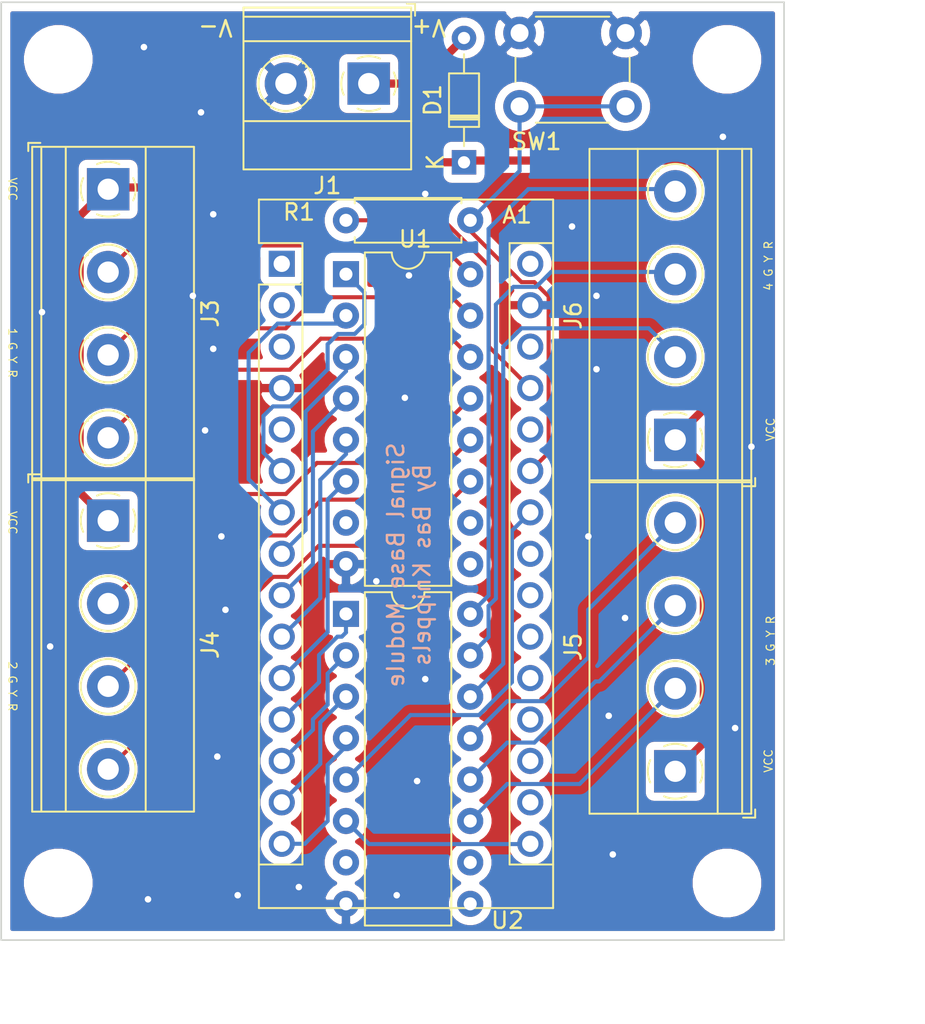
<source format=kicad_pcb>
(kicad_pcb (version 20171130) (host pcbnew "(5.1.6)-1")

  (general
    (thickness 1.6)
    (drawings 17)
    (tracks 178)
    (zones 0)
    (modules 15)
    (nets 50)
  )

  (page A4)
  (layers
    (0 F.Cu signal)
    (31 B.Cu signal)
    (32 B.Adhes user)
    (33 F.Adhes user)
    (34 B.Paste user)
    (35 F.Paste user)
    (36 B.SilkS user)
    (37 F.SilkS user)
    (38 B.Mask user)
    (39 F.Mask user)
    (40 Dwgs.User user)
    (41 Cmts.User user)
    (42 Eco1.User user)
    (43 Eco2.User user)
    (44 Edge.Cuts user)
    (45 Margin user)
    (46 B.CrtYd user)
    (47 F.CrtYd user)
    (48 B.Fab user)
    (49 F.Fab user hide)
  )

  (setup
    (last_trace_width 0.25)
    (user_trace_width 0.5)
    (trace_clearance 0.2)
    (zone_clearance 0.508)
    (zone_45_only no)
    (trace_min 0.2)
    (via_size 0.8)
    (via_drill 0.4)
    (via_min_size 0.4)
    (via_min_drill 0.3)
    (uvia_size 0.3)
    (uvia_drill 0.1)
    (uvias_allowed no)
    (uvia_min_size 0.2)
    (uvia_min_drill 0.1)
    (edge_width 0.1)
    (segment_width 0.2)
    (pcb_text_width 0.3)
    (pcb_text_size 1.5 1.5)
    (mod_edge_width 0.15)
    (mod_text_size 1 1)
    (mod_text_width 0.15)
    (pad_size 1.524 1.524)
    (pad_drill 0.762)
    (pad_to_mask_clearance 0)
    (aux_axis_origin 0 0)
    (visible_elements 7FFFFFFF)
    (pcbplotparams
      (layerselection 0x010fc_ffffffff)
      (usegerberextensions false)
      (usegerberattributes true)
      (usegerberadvancedattributes true)
      (creategerberjobfile true)
      (excludeedgelayer true)
      (linewidth 0.100000)
      (plotframeref false)
      (viasonmask false)
      (mode 1)
      (useauxorigin false)
      (hpglpennumber 1)
      (hpglpenspeed 20)
      (hpglpendiameter 15.000000)
      (psnegative false)
      (psa4output false)
      (plotreference true)
      (plotvalue true)
      (plotinvisibletext false)
      (padsonsilk false)
      (subtractmaskfromsilk false)
      (outputformat 1)
      (mirror false)
      (drillshape 0)
      (scaleselection 1)
      (outputdirectory ""))
  )

  (net 0 "")
  (net 1 "Net-(A1-Pad30)")
  (net 2 /S3R_IN)
  (net 3 GND)
  (net 4 /S3Y_IN)
  (net 5 "Net-(A1-Pad28)")
  (net 6 /S3G_IN)
  (net 7 +5V)
  (net 8 /S2R_IN)
  (net 9 "Net-(A1-Pad26)")
  (net 10 /S2Y_IN)
  (net 11 "Net-(A1-Pad25)")
  (net 12 /S2G_IN)
  (net 13 /S1R_IN)
  (net 14 "Net-(A1-Pad23)")
  (net 15 /S1Y_IN)
  (net 16 "Net-(A1-Pad22)")
  (net 17 /S1G_IN)
  (net 18 /S4G_IN)
  (net 19 "Net-(A1-Pad5)")
  (net 20 /S4Y_IN)
  (net 21 /S4R_IN)
  (net 22 "Net-(A1-Pad3)")
  (net 23 "Net-(A1-Pad18)")
  (net 24 "Net-(A1-Pad2)")
  (net 25 "Net-(A1-Pad17)")
  (net 26 "Net-(A1-Pad1)")
  (net 27 /S1R)
  (net 28 /S1Y)
  (net 29 /S1G)
  (net 30 VCC)
  (net 31 /S2R)
  (net 32 /S2Y)
  (net 33 /S2G)
  (net 34 /S3R)
  (net 35 /S3Y)
  (net 36 /S3G)
  (net 37 /S4R)
  (net 38 /S4Y)
  (net 39 /S4G)
  (net 40 "Net-(U1-Pad7)")
  (net 41 "Net-(U1-Pad10)")
  (net 42 "Net-(U2-Pad7)")
  (net 43 "Net-(U2-Pad10)")
  (net 44 "Net-(A1-Pad21)")
  (net 45 "Net-(A1-Pad20)")
  (net 46 "Net-(A1-Pad19)")
  (net 47 "Net-(D1-Pad2)")
  (net 48 "Net-(U1-Pad9)")
  (net 49 "Net-(U2-Pad9)")

  (net_class Default "This is the default net class."
    (clearance 0.2)
    (trace_width 0.25)
    (via_dia 0.8)
    (via_drill 0.4)
    (uvia_dia 0.3)
    (uvia_drill 0.1)
    (add_net +5V)
    (add_net /S1G)
    (add_net /S1G_IN)
    (add_net /S1R)
    (add_net /S1R_IN)
    (add_net /S1Y)
    (add_net /S1Y_IN)
    (add_net /S2G)
    (add_net /S2G_IN)
    (add_net /S2R)
    (add_net /S2R_IN)
    (add_net /S2Y)
    (add_net /S2Y_IN)
    (add_net /S3G)
    (add_net /S3G_IN)
    (add_net /S3R)
    (add_net /S3R_IN)
    (add_net /S3Y)
    (add_net /S3Y_IN)
    (add_net /S4G)
    (add_net /S4G_IN)
    (add_net /S4R)
    (add_net /S4R_IN)
    (add_net /S4Y)
    (add_net /S4Y_IN)
    (add_net GND)
    (add_net "Net-(A1-Pad1)")
    (add_net "Net-(A1-Pad17)")
    (add_net "Net-(A1-Pad18)")
    (add_net "Net-(A1-Pad19)")
    (add_net "Net-(A1-Pad2)")
    (add_net "Net-(A1-Pad20)")
    (add_net "Net-(A1-Pad21)")
    (add_net "Net-(A1-Pad22)")
    (add_net "Net-(A1-Pad23)")
    (add_net "Net-(A1-Pad25)")
    (add_net "Net-(A1-Pad26)")
    (add_net "Net-(A1-Pad28)")
    (add_net "Net-(A1-Pad3)")
    (add_net "Net-(A1-Pad30)")
    (add_net "Net-(A1-Pad5)")
    (add_net "Net-(D1-Pad2)")
    (add_net "Net-(U1-Pad10)")
    (add_net "Net-(U1-Pad7)")
    (add_net "Net-(U1-Pad9)")
    (add_net "Net-(U2-Pad10)")
    (add_net "Net-(U2-Pad7)")
    (add_net "Net-(U2-Pad9)")
    (add_net VCC)
  )

  (module Diode_THT:D_DO-34_SOD68_P7.62mm_Horizontal (layer F.Cu) (tedit 5AE50CD5) (tstamp 623C1491)
    (at 95.377 91.313 90)
    (descr "Diode, DO-34_SOD68 series, Axial, Horizontal, pin pitch=7.62mm, , length*diameter=3.04*1.6mm^2, , https://www.nxp.com/docs/en/data-sheet/KTY83_SER.pdf")
    (tags "Diode DO-34_SOD68 series Axial Horizontal pin pitch 7.62mm  length 3.04mm diameter 1.6mm")
    (path /626E5E89)
    (fp_text reference D1 (at 3.81 -1.92 90) (layer F.SilkS)
      (effects (font (size 1 1) (thickness 0.15)))
    )
    (fp_text value D (at 3.81 1.92 90) (layer F.Fab)
      (effects (font (size 1 1) (thickness 0.15)))
    )
    (fp_line (start 8.63 -1.05) (end -1 -1.05) (layer F.CrtYd) (width 0.05))
    (fp_line (start 8.63 1.05) (end 8.63 -1.05) (layer F.CrtYd) (width 0.05))
    (fp_line (start -1 1.05) (end 8.63 1.05) (layer F.CrtYd) (width 0.05))
    (fp_line (start -1 -1.05) (end -1 1.05) (layer F.CrtYd) (width 0.05))
    (fp_line (start 2.626 -0.92) (end 2.626 0.92) (layer F.SilkS) (width 0.12))
    (fp_line (start 2.866 -0.92) (end 2.866 0.92) (layer F.SilkS) (width 0.12))
    (fp_line (start 2.746 -0.92) (end 2.746 0.92) (layer F.SilkS) (width 0.12))
    (fp_line (start 6.63 0) (end 5.45 0) (layer F.SilkS) (width 0.12))
    (fp_line (start 0.99 0) (end 2.17 0) (layer F.SilkS) (width 0.12))
    (fp_line (start 5.45 -0.92) (end 2.17 -0.92) (layer F.SilkS) (width 0.12))
    (fp_line (start 5.45 0.92) (end 5.45 -0.92) (layer F.SilkS) (width 0.12))
    (fp_line (start 2.17 0.92) (end 5.45 0.92) (layer F.SilkS) (width 0.12))
    (fp_line (start 2.17 -0.92) (end 2.17 0.92) (layer F.SilkS) (width 0.12))
    (fp_line (start 2.646 -0.8) (end 2.646 0.8) (layer F.Fab) (width 0.1))
    (fp_line (start 2.846 -0.8) (end 2.846 0.8) (layer F.Fab) (width 0.1))
    (fp_line (start 2.746 -0.8) (end 2.746 0.8) (layer F.Fab) (width 0.1))
    (fp_line (start 7.62 0) (end 5.33 0) (layer F.Fab) (width 0.1))
    (fp_line (start 0 0) (end 2.29 0) (layer F.Fab) (width 0.1))
    (fp_line (start 5.33 -0.8) (end 2.29 -0.8) (layer F.Fab) (width 0.1))
    (fp_line (start 5.33 0.8) (end 5.33 -0.8) (layer F.Fab) (width 0.1))
    (fp_line (start 2.29 0.8) (end 5.33 0.8) (layer F.Fab) (width 0.1))
    (fp_line (start 2.29 -0.8) (end 2.29 0.8) (layer F.Fab) (width 0.1))
    (fp_text user K (at 0 -1.75 90) (layer F.SilkS)
      (effects (font (size 1 1) (thickness 0.15)))
    )
    (fp_text user K (at 0 -1.75 90) (layer F.Fab)
      (effects (font (size 1 1) (thickness 0.15)))
    )
    (fp_text user %R (at 4.038 0 90) (layer F.Fab)
      (effects (font (size 0.608 0.608) (thickness 0.0912)))
    )
    (pad 2 thru_hole oval (at 7.62 0 90) (size 1.5 1.5) (drill 0.75) (layers *.Cu *.Mask)
      (net 47 "Net-(D1-Pad2)"))
    (pad 1 thru_hole rect (at 0 0 90) (size 1.5 1.5) (drill 0.75) (layers *.Cu *.Mask)
      (net 30 VCC))
    (model ${KISYS3DMOD}/Diode_THT.3dshapes/D_DO-34_SOD68_P7.62mm_Horizontal.wrl
      (at (xyz 0 0 0))
      (scale (xyz 1 1 1))
      (rotate (xyz 0 0 0))
    )
  )

  (module TerminalBlock_Phoenix:TerminalBlock_Phoenix_MKDS-1,5-2-5.08_1x02_P5.08mm_Horizontal (layer F.Cu) (tedit 5B294EBC) (tstamp 623C00DA)
    (at 89.535 86.487 180)
    (descr "Terminal Block Phoenix MKDS-1,5-2-5.08, 2 pins, pitch 5.08mm, size 10.2x9.8mm^2, drill diamater 1.3mm, pad diameter 2.6mm, see http://www.farnell.com/datasheets/100425.pdf, script-generated using https://github.com/pointhi/kicad-footprint-generator/scripts/TerminalBlock_Phoenix")
    (tags "THT Terminal Block Phoenix MKDS-1,5-2-5.08 pitch 5.08mm size 10.2x9.8mm^2 drill 1.3mm pad 2.6mm")
    (path /626D8EFD)
    (fp_text reference J1 (at 2.54 -6.26) (layer F.SilkS)
      (effects (font (size 1 1) (thickness 0.15)))
    )
    (fp_text value Screw_Terminal_01x02 (at 2.54 5.66) (layer F.Fab)
      (effects (font (size 1 1) (thickness 0.15)))
    )
    (fp_circle (center 0 0) (end 1.5 0) (layer F.Fab) (width 0.1))
    (fp_circle (center 5.08 0) (end 6.58 0) (layer F.Fab) (width 0.1))
    (fp_circle (center 5.08 0) (end 6.76 0) (layer F.SilkS) (width 0.12))
    (fp_line (start -2.54 -5.2) (end 7.62 -5.2) (layer F.Fab) (width 0.1))
    (fp_line (start 7.62 -5.2) (end 7.62 4.6) (layer F.Fab) (width 0.1))
    (fp_line (start 7.62 4.6) (end -2.04 4.6) (layer F.Fab) (width 0.1))
    (fp_line (start -2.04 4.6) (end -2.54 4.1) (layer F.Fab) (width 0.1))
    (fp_line (start -2.54 4.1) (end -2.54 -5.2) (layer F.Fab) (width 0.1))
    (fp_line (start -2.54 4.1) (end 7.62 4.1) (layer F.Fab) (width 0.1))
    (fp_line (start -2.6 4.1) (end 7.68 4.1) (layer F.SilkS) (width 0.12))
    (fp_line (start -2.54 2.6) (end 7.62 2.6) (layer F.Fab) (width 0.1))
    (fp_line (start -2.6 2.6) (end 7.68 2.6) (layer F.SilkS) (width 0.12))
    (fp_line (start -2.54 -2.3) (end 7.62 -2.3) (layer F.Fab) (width 0.1))
    (fp_line (start -2.6 -2.301) (end 7.68 -2.301) (layer F.SilkS) (width 0.12))
    (fp_line (start -2.6 -5.261) (end 7.68 -5.261) (layer F.SilkS) (width 0.12))
    (fp_line (start -2.6 4.66) (end 7.68 4.66) (layer F.SilkS) (width 0.12))
    (fp_line (start -2.6 -5.261) (end -2.6 4.66) (layer F.SilkS) (width 0.12))
    (fp_line (start 7.68 -5.261) (end 7.68 4.66) (layer F.SilkS) (width 0.12))
    (fp_line (start 1.138 -0.955) (end -0.955 1.138) (layer F.Fab) (width 0.1))
    (fp_line (start 0.955 -1.138) (end -1.138 0.955) (layer F.Fab) (width 0.1))
    (fp_line (start 6.218 -0.955) (end 4.126 1.138) (layer F.Fab) (width 0.1))
    (fp_line (start 6.035 -1.138) (end 3.943 0.955) (layer F.Fab) (width 0.1))
    (fp_line (start 6.355 -1.069) (end 6.308 -1.023) (layer F.SilkS) (width 0.12))
    (fp_line (start 4.046 1.239) (end 4.011 1.274) (layer F.SilkS) (width 0.12))
    (fp_line (start 6.15 -1.275) (end 6.115 -1.239) (layer F.SilkS) (width 0.12))
    (fp_line (start 3.853 1.023) (end 3.806 1.069) (layer F.SilkS) (width 0.12))
    (fp_line (start -2.84 4.16) (end -2.84 4.9) (layer F.SilkS) (width 0.12))
    (fp_line (start -2.84 4.9) (end -2.34 4.9) (layer F.SilkS) (width 0.12))
    (fp_line (start -3.04 -5.71) (end -3.04 5.1) (layer F.CrtYd) (width 0.05))
    (fp_line (start -3.04 5.1) (end 8.13 5.1) (layer F.CrtYd) (width 0.05))
    (fp_line (start 8.13 5.1) (end 8.13 -5.71) (layer F.CrtYd) (width 0.05))
    (fp_line (start 8.13 -5.71) (end -3.04 -5.71) (layer F.CrtYd) (width 0.05))
    (fp_text user %R (at 2.54 3.2) (layer F.Fab)
      (effects (font (size 1 1) (thickness 0.15)))
    )
    (fp_arc (start 0 0) (end -0.684 1.535) (angle -25) (layer F.SilkS) (width 0.12))
    (fp_arc (start 0 0) (end -1.535 -0.684) (angle -48) (layer F.SilkS) (width 0.12))
    (fp_arc (start 0 0) (end 0.684 -1.535) (angle -48) (layer F.SilkS) (width 0.12))
    (fp_arc (start 0 0) (end 1.535 0.684) (angle -48) (layer F.SilkS) (width 0.12))
    (fp_arc (start 0 0) (end 0 1.68) (angle -24) (layer F.SilkS) (width 0.12))
    (pad 2 thru_hole circle (at 5.08 0 180) (size 2.6 2.6) (drill 1.3) (layers *.Cu *.Mask)
      (net 3 GND))
    (pad 1 thru_hole rect (at 0 0 180) (size 2.6 2.6) (drill 1.3) (layers *.Cu *.Mask)
      (net 47 "Net-(D1-Pad2)"))
    (model ${KISYS3DMOD}/TerminalBlock_Phoenix.3dshapes/TerminalBlock_Phoenix_MKDS-1,5-2-5.08_1x02_P5.08mm_Horizontal.wrl
      (at (xyz 0 0 0))
      (scale (xyz 1 1 1))
      (rotate (xyz 0 0 0))
    )
  )

  (module MountingHole:MountingHole_3.2mm_M3 (layer F.Cu) (tedit 56D1B4CB) (tstamp 623BA810)
    (at 111.5 85)
    (descr "Mounting Hole 3.2mm, no annular, M3")
    (tags "mounting hole 3.2mm no annular m3")
    (attr virtual)
    (fp_text reference REF** (at 0 -4.2) (layer F.Fab)
      (effects (font (size 1 1) (thickness 0.15)))
    )
    (fp_text value MountingHole_3.2mm_M3 (at 0 4.2) (layer F.Fab)
      (effects (font (size 1 1) (thickness 0.15)))
    )
    (fp_circle (center 0 0) (end 3.45 0) (layer F.CrtYd) (width 0.05))
    (fp_circle (center 0 0) (end 3.2 0) (layer Cmts.User) (width 0.15))
    (fp_text user %R (at 0.3 0) (layer F.Fab)
      (effects (font (size 1 1) (thickness 0.15)))
    )
    (pad 1 np_thru_hole circle (at 0 0) (size 3.2 3.2) (drill 3.2) (layers *.Cu *.Mask))
  )

  (module MountingHole:MountingHole_3.2mm_M3 (layer F.Cu) (tedit 56D1B4CB) (tstamp 623BA810)
    (at 70.5 85)
    (descr "Mounting Hole 3.2mm, no annular, M3")
    (tags "mounting hole 3.2mm no annular m3")
    (attr virtual)
    (fp_text reference REF** (at 0 -4.2) (layer F.Fab)
      (effects (font (size 1 1) (thickness 0.15)))
    )
    (fp_text value MountingHole_3.2mm_M3 (at 0 4.2) (layer F.Fab)
      (effects (font (size 1 1) (thickness 0.15)))
    )
    (fp_circle (center 0 0) (end 3.45 0) (layer F.CrtYd) (width 0.05))
    (fp_circle (center 0 0) (end 3.2 0) (layer Cmts.User) (width 0.15))
    (fp_text user %R (at 0.3 0) (layer F.Fab)
      (effects (font (size 1 1) (thickness 0.15)))
    )
    (pad 1 np_thru_hole circle (at 0 0) (size 3.2 3.2) (drill 3.2) (layers *.Cu *.Mask))
  )

  (module MountingHole:MountingHole_3.2mm_M3 (layer F.Cu) (tedit 56D1B4CB) (tstamp 623BA810)
    (at 70.5 135.5)
    (descr "Mounting Hole 3.2mm, no annular, M3")
    (tags "mounting hole 3.2mm no annular m3")
    (attr virtual)
    (fp_text reference REF** (at 0 -4.2) (layer F.Fab)
      (effects (font (size 1 1) (thickness 0.15)))
    )
    (fp_text value MountingHole_3.2mm_M3 (at 0 4.2) (layer F.Fab)
      (effects (font (size 1 1) (thickness 0.15)))
    )
    (fp_circle (center 0 0) (end 3.45 0) (layer F.CrtYd) (width 0.05))
    (fp_circle (center 0 0) (end 3.2 0) (layer Cmts.User) (width 0.15))
    (fp_text user %R (at 0.3 0) (layer F.Fab)
      (effects (font (size 1 1) (thickness 0.15)))
    )
    (pad 1 np_thru_hole circle (at 0 0) (size 3.2 3.2) (drill 3.2) (layers *.Cu *.Mask))
  )

  (module MountingHole:MountingHole_3.2mm_M3 (layer F.Cu) (tedit 56D1B4CB) (tstamp 623BA800)
    (at 111.5 135.5)
    (descr "Mounting Hole 3.2mm, no annular, M3")
    (tags "mounting hole 3.2mm no annular m3")
    (attr virtual)
    (fp_text reference REF** (at 0 -4.2) (layer F.Fab)
      (effects (font (size 1 1) (thickness 0.15)))
    )
    (fp_text value MountingHole_3.2mm_M3 (at 0 4.2) (layer F.Fab)
      (effects (font (size 1 1) (thickness 0.15)))
    )
    (fp_circle (center 0 0) (end 3.45 0) (layer F.CrtYd) (width 0.05))
    (fp_circle (center 0 0) (end 3.2 0) (layer Cmts.User) (width 0.15))
    (fp_text user %R (at 0.3 0) (layer F.Fab)
      (effects (font (size 1 1) (thickness 0.15)))
    )
    (pad 1 np_thru_hole circle (at 0 0) (size 3.2 3.2) (drill 3.2) (layers *.Cu *.Mask))
  )

  (module Button_Switch_THT:SW_PUSH_6mm_H4.3mm (layer F.Cu) (tedit 5A02FE31) (tstamp 623B8360)
    (at 105.283 87.884 180)
    (descr "tactile push button, 6x6mm e.g. PHAP33xx series, height=4.3mm")
    (tags "tact sw push 6mm")
    (path /624B0D84)
    (fp_text reference SW1 (at 5.461 -2.159) (layer F.SilkS)
      (effects (font (size 1 1) (thickness 0.15)))
    )
    (fp_text value SW_SPST (at 3.75 6.7) (layer F.Fab)
      (effects (font (size 1 1) (thickness 0.15)))
    )
    (fp_circle (center 3.25 2.25) (end 1.25 2.5) (layer F.Fab) (width 0.1))
    (fp_line (start 6.75 3) (end 6.75 1.5) (layer F.SilkS) (width 0.12))
    (fp_line (start 5.5 -1) (end 1 -1) (layer F.SilkS) (width 0.12))
    (fp_line (start -0.25 1.5) (end -0.25 3) (layer F.SilkS) (width 0.12))
    (fp_line (start 1 5.5) (end 5.5 5.5) (layer F.SilkS) (width 0.12))
    (fp_line (start 8 -1.25) (end 8 5.75) (layer F.CrtYd) (width 0.05))
    (fp_line (start 7.75 6) (end -1.25 6) (layer F.CrtYd) (width 0.05))
    (fp_line (start -1.5 5.75) (end -1.5 -1.25) (layer F.CrtYd) (width 0.05))
    (fp_line (start -1.25 -1.5) (end 7.75 -1.5) (layer F.CrtYd) (width 0.05))
    (fp_line (start -1.5 6) (end -1.25 6) (layer F.CrtYd) (width 0.05))
    (fp_line (start -1.5 5.75) (end -1.5 6) (layer F.CrtYd) (width 0.05))
    (fp_line (start -1.5 -1.5) (end -1.25 -1.5) (layer F.CrtYd) (width 0.05))
    (fp_line (start -1.5 -1.25) (end -1.5 -1.5) (layer F.CrtYd) (width 0.05))
    (fp_line (start 8 -1.5) (end 8 -1.25) (layer F.CrtYd) (width 0.05))
    (fp_line (start 7.75 -1.5) (end 8 -1.5) (layer F.CrtYd) (width 0.05))
    (fp_line (start 8 6) (end 8 5.75) (layer F.CrtYd) (width 0.05))
    (fp_line (start 7.75 6) (end 8 6) (layer F.CrtYd) (width 0.05))
    (fp_line (start 0.25 -0.75) (end 3.25 -0.75) (layer F.Fab) (width 0.1))
    (fp_line (start 0.25 5.25) (end 0.25 -0.75) (layer F.Fab) (width 0.1))
    (fp_line (start 6.25 5.25) (end 0.25 5.25) (layer F.Fab) (width 0.1))
    (fp_line (start 6.25 -0.75) (end 6.25 5.25) (layer F.Fab) (width 0.1))
    (fp_line (start 3.25 -0.75) (end 6.25 -0.75) (layer F.Fab) (width 0.1))
    (fp_text user %R (at 3.25 2.25) (layer F.Fab)
      (effects (font (size 1 1) (thickness 0.15)))
    )
    (pad 1 thru_hole circle (at 6.5 0 270) (size 2 2) (drill 1.1) (layers *.Cu *.Mask)
      (net 11 "Net-(A1-Pad25)"))
    (pad 2 thru_hole circle (at 6.5 4.5 270) (size 2 2) (drill 1.1) (layers *.Cu *.Mask)
      (net 3 GND))
    (pad 1 thru_hole circle (at 0 0 270) (size 2 2) (drill 1.1) (layers *.Cu *.Mask)
      (net 11 "Net-(A1-Pad25)"))
    (pad 2 thru_hole circle (at 0 4.5 270) (size 2 2) (drill 1.1) (layers *.Cu *.Mask)
      (net 3 GND))
    (model ${KISYS3DMOD}/Button_Switch_THT.3dshapes/SW_PUSH_6mm_H4.3mm.wrl
      (at (xyz 0 0 0))
      (scale (xyz 1 1 1))
      (rotate (xyz 0 0 0))
    )
  )

  (module Resistor_THT:R_Axial_DIN0207_L6.3mm_D2.5mm_P7.62mm_Horizontal (layer F.Cu) (tedit 5AE5139B) (tstamp 623B8341)
    (at 88.138 94.869)
    (descr "Resistor, Axial_DIN0207 series, Axial, Horizontal, pin pitch=7.62mm, 0.25W = 1/4W, length*diameter=6.3*2.5mm^2, http://cdn-reichelt.de/documents/datenblatt/B400/1_4W%23YAG.pdf")
    (tags "Resistor Axial_DIN0207 series Axial Horizontal pin pitch 7.62mm 0.25W = 1/4W length 6.3mm diameter 2.5mm")
    (path /624B1DC6)
    (fp_text reference R1 (at -2.88 -0.5) (layer F.SilkS)
      (effects (font (size 1 1) (thickness 0.15)))
    )
    (fp_text value R (at 3.81 2.37) (layer F.Fab)
      (effects (font (size 1 1) (thickness 0.15)))
    )
    (fp_line (start 8.67 -1.5) (end -1.05 -1.5) (layer F.CrtYd) (width 0.05))
    (fp_line (start 8.67 1.5) (end 8.67 -1.5) (layer F.CrtYd) (width 0.05))
    (fp_line (start -1.05 1.5) (end 8.67 1.5) (layer F.CrtYd) (width 0.05))
    (fp_line (start -1.05 -1.5) (end -1.05 1.5) (layer F.CrtYd) (width 0.05))
    (fp_line (start 7.08 1.37) (end 7.08 1.04) (layer F.SilkS) (width 0.12))
    (fp_line (start 0.54 1.37) (end 7.08 1.37) (layer F.SilkS) (width 0.12))
    (fp_line (start 0.54 1.04) (end 0.54 1.37) (layer F.SilkS) (width 0.12))
    (fp_line (start 7.08 -1.37) (end 7.08 -1.04) (layer F.SilkS) (width 0.12))
    (fp_line (start 0.54 -1.37) (end 7.08 -1.37) (layer F.SilkS) (width 0.12))
    (fp_line (start 0.54 -1.04) (end 0.54 -1.37) (layer F.SilkS) (width 0.12))
    (fp_line (start 7.62 0) (end 6.96 0) (layer F.Fab) (width 0.1))
    (fp_line (start 0 0) (end 0.66 0) (layer F.Fab) (width 0.1))
    (fp_line (start 6.96 -1.25) (end 0.66 -1.25) (layer F.Fab) (width 0.1))
    (fp_line (start 6.96 1.25) (end 6.96 -1.25) (layer F.Fab) (width 0.1))
    (fp_line (start 0.66 1.25) (end 6.96 1.25) (layer F.Fab) (width 0.1))
    (fp_line (start 0.66 -1.25) (end 0.66 1.25) (layer F.Fab) (width 0.1))
    (fp_text user %R (at 3.81 0) (layer F.Fab)
      (effects (font (size 1 1) (thickness 0.15)))
    )
    (pad 2 thru_hole oval (at 7.62 0) (size 1.6 1.6) (drill 0.8) (layers *.Cu *.Mask)
      (net 11 "Net-(A1-Pad25)"))
    (pad 1 thru_hole circle (at 0 0) (size 1.6 1.6) (drill 0.8) (layers *.Cu *.Mask)
      (net 7 +5V))
    (model ${KISYS3DMOD}/Resistor_THT.3dshapes/R_Axial_DIN0207_L6.3mm_D2.5mm_P7.62mm_Horizontal.wrl
      (at (xyz 0 0 0))
      (scale (xyz 1 1 1))
      (rotate (xyz 0 0 0))
    )
  )

  (module Package_DIP:DIP-16_W7.62mm (layer F.Cu) (tedit 5A02E8C5) (tstamp 623B6CCE)
    (at 88.138 118.999)
    (descr "16-lead though-hole mounted DIP package, row spacing 7.62 mm (300 mils)")
    (tags "THT DIP DIL PDIP 2.54mm 7.62mm 300mil")
    (path /62536256)
    (fp_text reference U2 (at 9.906 18.796) (layer F.SilkS)
      (effects (font (size 1 1) (thickness 0.15)))
    )
    (fp_text value ULN2003A (at 3.81 20.11) (layer F.Fab)
      (effects (font (size 1 1) (thickness 0.15)))
    )
    (fp_line (start 8.7 -1.55) (end -1.1 -1.55) (layer F.CrtYd) (width 0.05))
    (fp_line (start 8.7 19.3) (end 8.7 -1.55) (layer F.CrtYd) (width 0.05))
    (fp_line (start -1.1 19.3) (end 8.7 19.3) (layer F.CrtYd) (width 0.05))
    (fp_line (start -1.1 -1.55) (end -1.1 19.3) (layer F.CrtYd) (width 0.05))
    (fp_line (start 6.46 -1.33) (end 4.81 -1.33) (layer F.SilkS) (width 0.12))
    (fp_line (start 6.46 19.11) (end 6.46 -1.33) (layer F.SilkS) (width 0.12))
    (fp_line (start 1.16 19.11) (end 6.46 19.11) (layer F.SilkS) (width 0.12))
    (fp_line (start 1.16 -1.33) (end 1.16 19.11) (layer F.SilkS) (width 0.12))
    (fp_line (start 2.81 -1.33) (end 1.16 -1.33) (layer F.SilkS) (width 0.12))
    (fp_line (start 0.635 -0.27) (end 1.635 -1.27) (layer F.Fab) (width 0.1))
    (fp_line (start 0.635 19.05) (end 0.635 -0.27) (layer F.Fab) (width 0.1))
    (fp_line (start 6.985 19.05) (end 0.635 19.05) (layer F.Fab) (width 0.1))
    (fp_line (start 6.985 -1.27) (end 6.985 19.05) (layer F.Fab) (width 0.1))
    (fp_line (start 1.635 -1.27) (end 6.985 -1.27) (layer F.Fab) (width 0.1))
    (fp_text user %R (at 3.81 8.89) (layer F.Fab)
      (effects (font (size 1 1) (thickness 0.15)))
    )
    (fp_arc (start 3.81 -1.33) (end 2.81 -1.33) (angle -180) (layer F.SilkS) (width 0.12))
    (pad 16 thru_hole oval (at 7.62 0) (size 1.6 1.6) (drill 0.8) (layers *.Cu *.Mask)
      (net 37 /S4R))
    (pad 8 thru_hole oval (at 0 17.78) (size 1.6 1.6) (drill 0.8) (layers *.Cu *.Mask)
      (net 3 GND))
    (pad 15 thru_hole oval (at 7.62 2.54) (size 1.6 1.6) (drill 0.8) (layers *.Cu *.Mask)
      (net 38 /S4Y))
    (pad 7 thru_hole oval (at 0 15.24) (size 1.6 1.6) (drill 0.8) (layers *.Cu *.Mask)
      (net 42 "Net-(U2-Pad7)"))
    (pad 14 thru_hole oval (at 7.62 5.08) (size 1.6 1.6) (drill 0.8) (layers *.Cu *.Mask)
      (net 39 /S4G))
    (pad 6 thru_hole oval (at 0 12.7) (size 1.6 1.6) (drill 0.8) (layers *.Cu *.Mask)
      (net 6 /S3G_IN))
    (pad 13 thru_hole oval (at 7.62 7.62) (size 1.6 1.6) (drill 0.8) (layers *.Cu *.Mask)
      (net 34 /S3R))
    (pad 5 thru_hole oval (at 0 10.16) (size 1.6 1.6) (drill 0.8) (layers *.Cu *.Mask)
      (net 4 /S3Y_IN))
    (pad 12 thru_hole oval (at 7.62 10.16) (size 1.6 1.6) (drill 0.8) (layers *.Cu *.Mask)
      (net 35 /S3Y))
    (pad 4 thru_hole oval (at 0 7.62) (size 1.6 1.6) (drill 0.8) (layers *.Cu *.Mask)
      (net 2 /S3R_IN))
    (pad 11 thru_hole oval (at 7.62 12.7) (size 1.6 1.6) (drill 0.8) (layers *.Cu *.Mask)
      (net 36 /S3G))
    (pad 3 thru_hole oval (at 0 5.08) (size 1.6 1.6) (drill 0.8) (layers *.Cu *.Mask)
      (net 21 /S4R_IN))
    (pad 10 thru_hole oval (at 7.62 15.24) (size 1.6 1.6) (drill 0.8) (layers *.Cu *.Mask)
      (net 43 "Net-(U2-Pad10)"))
    (pad 2 thru_hole oval (at 0 2.54) (size 1.6 1.6) (drill 0.8) (layers *.Cu *.Mask)
      (net 20 /S4Y_IN))
    (pad 9 thru_hole oval (at 7.62 17.78) (size 1.6 1.6) (drill 0.8) (layers *.Cu *.Mask)
      (net 49 "Net-(U2-Pad9)"))
    (pad 1 thru_hole rect (at 0 0) (size 1.6 1.6) (drill 0.8) (layers *.Cu *.Mask)
      (net 18 /S4G_IN))
    (model ${KISYS3DMOD}/Package_DIP.3dshapes/DIP-16_W7.62mm.wrl
      (at (xyz 0 0 0))
      (scale (xyz 1 1 1))
      (rotate (xyz 0 0 0))
    )
  )

  (module Package_DIP:DIP-16_W7.62mm (layer F.Cu) (tedit 5A02E8C5) (tstamp 623B6CAA)
    (at 88.138 98.171)
    (descr "16-lead though-hole mounted DIP package, row spacing 7.62 mm (300 mils)")
    (tags "THT DIP DIL PDIP 2.54mm 7.62mm 300mil")
    (path /62524260)
    (fp_text reference U1 (at 4.243 -2.147) (layer F.SilkS)
      (effects (font (size 1 1) (thickness 0.15)))
    )
    (fp_text value ULN2003A (at 3.81 20.11) (layer F.Fab)
      (effects (font (size 1 1) (thickness 0.15)))
    )
    (fp_line (start 8.7 -1.55) (end -1.1 -1.55) (layer F.CrtYd) (width 0.05))
    (fp_line (start 8.7 19.3) (end 8.7 -1.55) (layer F.CrtYd) (width 0.05))
    (fp_line (start -1.1 19.3) (end 8.7 19.3) (layer F.CrtYd) (width 0.05))
    (fp_line (start -1.1 -1.55) (end -1.1 19.3) (layer F.CrtYd) (width 0.05))
    (fp_line (start 6.46 -1.33) (end 4.81 -1.33) (layer F.SilkS) (width 0.12))
    (fp_line (start 6.46 19.11) (end 6.46 -1.33) (layer F.SilkS) (width 0.12))
    (fp_line (start 1.16 19.11) (end 6.46 19.11) (layer F.SilkS) (width 0.12))
    (fp_line (start 1.16 -1.33) (end 1.16 19.11) (layer F.SilkS) (width 0.12))
    (fp_line (start 2.81 -1.33) (end 1.16 -1.33) (layer F.SilkS) (width 0.12))
    (fp_line (start 0.635 -0.27) (end 1.635 -1.27) (layer F.Fab) (width 0.1))
    (fp_line (start 0.635 19.05) (end 0.635 -0.27) (layer F.Fab) (width 0.1))
    (fp_line (start 6.985 19.05) (end 0.635 19.05) (layer F.Fab) (width 0.1))
    (fp_line (start 6.985 -1.27) (end 6.985 19.05) (layer F.Fab) (width 0.1))
    (fp_line (start 1.635 -1.27) (end 6.985 -1.27) (layer F.Fab) (width 0.1))
    (fp_text user %R (at 3.81 8.89) (layer F.Fab)
      (effects (font (size 1 1) (thickness 0.15)))
    )
    (fp_arc (start 3.81 -1.33) (end 2.81 -1.33) (angle -180) (layer F.SilkS) (width 0.12))
    (pad 16 thru_hole oval (at 7.62 0) (size 1.6 1.6) (drill 0.8) (layers *.Cu *.Mask)
      (net 29 /S1G))
    (pad 8 thru_hole oval (at 0 17.78) (size 1.6 1.6) (drill 0.8) (layers *.Cu *.Mask)
      (net 3 GND))
    (pad 15 thru_hole oval (at 7.62 2.54) (size 1.6 1.6) (drill 0.8) (layers *.Cu *.Mask)
      (net 28 /S1Y))
    (pad 7 thru_hole oval (at 0 15.24) (size 1.6 1.6) (drill 0.8) (layers *.Cu *.Mask)
      (net 40 "Net-(U1-Pad7)"))
    (pad 14 thru_hole oval (at 7.62 5.08) (size 1.6 1.6) (drill 0.8) (layers *.Cu *.Mask)
      (net 27 /S1R))
    (pad 6 thru_hole oval (at 0 12.7) (size 1.6 1.6) (drill 0.8) (layers *.Cu *.Mask)
      (net 8 /S2R_IN))
    (pad 13 thru_hole oval (at 7.62 7.62) (size 1.6 1.6) (drill 0.8) (layers *.Cu *.Mask)
      (net 33 /S2G))
    (pad 5 thru_hole oval (at 0 10.16) (size 1.6 1.6) (drill 0.8) (layers *.Cu *.Mask)
      (net 10 /S2Y_IN))
    (pad 12 thru_hole oval (at 7.62 10.16) (size 1.6 1.6) (drill 0.8) (layers *.Cu *.Mask)
      (net 32 /S2Y))
    (pad 4 thru_hole oval (at 0 7.62) (size 1.6 1.6) (drill 0.8) (layers *.Cu *.Mask)
      (net 12 /S2G_IN))
    (pad 11 thru_hole oval (at 7.62 12.7) (size 1.6 1.6) (drill 0.8) (layers *.Cu *.Mask)
      (net 31 /S2R))
    (pad 3 thru_hole oval (at 0 5.08) (size 1.6 1.6) (drill 0.8) (layers *.Cu *.Mask)
      (net 13 /S1R_IN))
    (pad 10 thru_hole oval (at 7.62 15.24) (size 1.6 1.6) (drill 0.8) (layers *.Cu *.Mask)
      (net 41 "Net-(U1-Pad10)"))
    (pad 2 thru_hole oval (at 0 2.54) (size 1.6 1.6) (drill 0.8) (layers *.Cu *.Mask)
      (net 15 /S1Y_IN))
    (pad 9 thru_hole oval (at 7.62 17.78) (size 1.6 1.6) (drill 0.8) (layers *.Cu *.Mask)
      (net 48 "Net-(U1-Pad9)"))
    (pad 1 thru_hole rect (at 0 0) (size 1.6 1.6) (drill 0.8) (layers *.Cu *.Mask)
      (net 17 /S1G_IN))
    (model ${KISYS3DMOD}/Package_DIP.3dshapes/DIP-16_W7.62mm.wrl
      (at (xyz 0 0 0))
      (scale (xyz 1 1 1))
      (rotate (xyz 0 0 0))
    )
  )

  (module TerminalBlock_Phoenix:TerminalBlock_Phoenix_MKDS-1,5-4-5.08_1x04_P5.08mm_Horizontal (layer F.Cu) (tedit 5B294EBC) (tstamp 623B6B3C)
    (at 108.331 108.331 90)
    (descr "Terminal Block Phoenix MKDS-1,5-4-5.08, 4 pins, pitch 5.08mm, size 20.3x9.8mm^2, drill diamater 1.3mm, pad diameter 2.6mm, see http://www.farnell.com/datasheets/100425.pdf, script-generated using https://github.com/pointhi/kicad-footprint-generator/scripts/TerminalBlock_Phoenix")
    (tags "THT Terminal Block Phoenix MKDS-1,5-4-5.08 pitch 5.08mm size 20.3x9.8mm^2 drill 1.3mm pad 2.6mm")
    (path /617B1C23)
    (fp_text reference J6 (at 7.62 -6.26 90) (layer F.SilkS)
      (effects (font (size 1 1) (thickness 0.15)))
    )
    (fp_text value leds (at 7.62 5.66 90) (layer F.Fab)
      (effects (font (size 1 1) (thickness 0.15)))
    )
    (fp_line (start 18.28 -5.71) (end -3.04 -5.71) (layer F.CrtYd) (width 0.05))
    (fp_line (start 18.28 5.1) (end 18.28 -5.71) (layer F.CrtYd) (width 0.05))
    (fp_line (start -3.04 5.1) (end 18.28 5.1) (layer F.CrtYd) (width 0.05))
    (fp_line (start -3.04 -5.71) (end -3.04 5.1) (layer F.CrtYd) (width 0.05))
    (fp_line (start -2.84 4.9) (end -2.34 4.9) (layer F.SilkS) (width 0.12))
    (fp_line (start -2.84 4.16) (end -2.84 4.9) (layer F.SilkS) (width 0.12))
    (fp_line (start 14.013 1.023) (end 13.966 1.069) (layer F.SilkS) (width 0.12))
    (fp_line (start 16.31 -1.275) (end 16.275 -1.239) (layer F.SilkS) (width 0.12))
    (fp_line (start 14.206 1.239) (end 14.171 1.274) (layer F.SilkS) (width 0.12))
    (fp_line (start 16.515 -1.069) (end 16.468 -1.023) (layer F.SilkS) (width 0.12))
    (fp_line (start 16.195 -1.138) (end 14.103 0.955) (layer F.Fab) (width 0.1))
    (fp_line (start 16.378 -0.955) (end 14.286 1.138) (layer F.Fab) (width 0.1))
    (fp_line (start 8.933 1.023) (end 8.886 1.069) (layer F.SilkS) (width 0.12))
    (fp_line (start 11.23 -1.275) (end 11.195 -1.239) (layer F.SilkS) (width 0.12))
    (fp_line (start 9.126 1.239) (end 9.091 1.274) (layer F.SilkS) (width 0.12))
    (fp_line (start 11.435 -1.069) (end 11.388 -1.023) (layer F.SilkS) (width 0.12))
    (fp_line (start 11.115 -1.138) (end 9.023 0.955) (layer F.Fab) (width 0.1))
    (fp_line (start 11.298 -0.955) (end 9.206 1.138) (layer F.Fab) (width 0.1))
    (fp_line (start 3.853 1.023) (end 3.806 1.069) (layer F.SilkS) (width 0.12))
    (fp_line (start 6.15 -1.275) (end 6.115 -1.239) (layer F.SilkS) (width 0.12))
    (fp_line (start 4.046 1.239) (end 4.011 1.274) (layer F.SilkS) (width 0.12))
    (fp_line (start 6.355 -1.069) (end 6.308 -1.023) (layer F.SilkS) (width 0.12))
    (fp_line (start 6.035 -1.138) (end 3.943 0.955) (layer F.Fab) (width 0.1))
    (fp_line (start 6.218 -0.955) (end 4.126 1.138) (layer F.Fab) (width 0.1))
    (fp_line (start 0.955 -1.138) (end -1.138 0.955) (layer F.Fab) (width 0.1))
    (fp_line (start 1.138 -0.955) (end -0.955 1.138) (layer F.Fab) (width 0.1))
    (fp_line (start 17.84 -5.261) (end 17.84 4.66) (layer F.SilkS) (width 0.12))
    (fp_line (start -2.6 -5.261) (end -2.6 4.66) (layer F.SilkS) (width 0.12))
    (fp_line (start -2.6 4.66) (end 17.84 4.66) (layer F.SilkS) (width 0.12))
    (fp_line (start -2.6 -5.261) (end 17.84 -5.261) (layer F.SilkS) (width 0.12))
    (fp_line (start -2.6 -2.301) (end 17.84 -2.301) (layer F.SilkS) (width 0.12))
    (fp_line (start -2.54 -2.3) (end 17.78 -2.3) (layer F.Fab) (width 0.1))
    (fp_line (start -2.6 2.6) (end 17.84 2.6) (layer F.SilkS) (width 0.12))
    (fp_line (start -2.54 2.6) (end 17.78 2.6) (layer F.Fab) (width 0.1))
    (fp_line (start -2.6 4.1) (end 17.84 4.1) (layer F.SilkS) (width 0.12))
    (fp_line (start -2.54 4.1) (end 17.78 4.1) (layer F.Fab) (width 0.1))
    (fp_line (start -2.54 4.1) (end -2.54 -5.2) (layer F.Fab) (width 0.1))
    (fp_line (start -2.04 4.6) (end -2.54 4.1) (layer F.Fab) (width 0.1))
    (fp_line (start 17.78 4.6) (end -2.04 4.6) (layer F.Fab) (width 0.1))
    (fp_line (start 17.78 -5.2) (end 17.78 4.6) (layer F.Fab) (width 0.1))
    (fp_line (start -2.54 -5.2) (end 17.78 -5.2) (layer F.Fab) (width 0.1))
    (fp_circle (center 15.24 0) (end 16.92 0) (layer F.SilkS) (width 0.12))
    (fp_circle (center 15.24 0) (end 16.74 0) (layer F.Fab) (width 0.1))
    (fp_circle (center 10.16 0) (end 11.84 0) (layer F.SilkS) (width 0.12))
    (fp_circle (center 10.16 0) (end 11.66 0) (layer F.Fab) (width 0.1))
    (fp_circle (center 5.08 0) (end 6.76 0) (layer F.SilkS) (width 0.12))
    (fp_circle (center 5.08 0) (end 6.58 0) (layer F.Fab) (width 0.1))
    (fp_circle (center 0 0) (end 1.5 0) (layer F.Fab) (width 0.1))
    (fp_text user %R (at 7.62 3.2 90) (layer F.Fab)
      (effects (font (size 1 1) (thickness 0.15)))
    )
    (fp_arc (start 0 0) (end -0.684 1.535) (angle -25) (layer F.SilkS) (width 0.12))
    (fp_arc (start 0 0) (end -1.535 -0.684) (angle -48) (layer F.SilkS) (width 0.12))
    (fp_arc (start 0 0) (end 0.684 -1.535) (angle -48) (layer F.SilkS) (width 0.12))
    (fp_arc (start 0 0) (end 1.535 0.684) (angle -48) (layer F.SilkS) (width 0.12))
    (fp_arc (start 0 0) (end 0 1.68) (angle -24) (layer F.SilkS) (width 0.12))
    (pad 4 thru_hole circle (at 15.24 0 90) (size 2.6 2.6) (drill 1.3) (layers *.Cu *.Mask)
      (net 37 /S4R))
    (pad 3 thru_hole circle (at 10.16 0 90) (size 2.6 2.6) (drill 1.3) (layers *.Cu *.Mask)
      (net 38 /S4Y))
    (pad 2 thru_hole circle (at 5.08 0 90) (size 2.6 2.6) (drill 1.3) (layers *.Cu *.Mask)
      (net 39 /S4G))
    (pad 1 thru_hole rect (at 0 0 90) (size 2.6 2.6) (drill 1.3) (layers *.Cu *.Mask)
      (net 30 VCC))
    (model ${KISYS3DMOD}/TerminalBlock_Phoenix.3dshapes/TerminalBlock_Phoenix_MKDS-1,5-4-5.08_1x04_P5.08mm_Horizontal.wrl
      (at (xyz 0 0 0))
      (scale (xyz 1 1 1))
      (rotate (xyz 0 0 0))
    )
  )

  (module TerminalBlock_Phoenix:TerminalBlock_Phoenix_MKDS-1,5-4-5.08_1x04_P5.08mm_Horizontal (layer F.Cu) (tedit 5B294EBC) (tstamp 623B6AFE)
    (at 108.331 128.651 90)
    (descr "Terminal Block Phoenix MKDS-1,5-4-5.08, 4 pins, pitch 5.08mm, size 20.3x9.8mm^2, drill diamater 1.3mm, pad diameter 2.6mm, see http://www.farnell.com/datasheets/100425.pdf, script-generated using https://github.com/pointhi/kicad-footprint-generator/scripts/TerminalBlock_Phoenix")
    (tags "THT Terminal Block Phoenix MKDS-1,5-4-5.08 pitch 5.08mm size 20.3x9.8mm^2 drill 1.3mm pad 2.6mm")
    (path /617B0C83)
    (fp_text reference J5 (at 7.62 -6.26 90) (layer F.SilkS)
      (effects (font (size 1 1) (thickness 0.15)))
    )
    (fp_text value leds (at 7.62 5.66 90) (layer F.Fab)
      (effects (font (size 1 1) (thickness 0.15)))
    )
    (fp_line (start 18.28 -5.71) (end -3.04 -5.71) (layer F.CrtYd) (width 0.05))
    (fp_line (start 18.28 5.1) (end 18.28 -5.71) (layer F.CrtYd) (width 0.05))
    (fp_line (start -3.04 5.1) (end 18.28 5.1) (layer F.CrtYd) (width 0.05))
    (fp_line (start -3.04 -5.71) (end -3.04 5.1) (layer F.CrtYd) (width 0.05))
    (fp_line (start -2.84 4.9) (end -2.34 4.9) (layer F.SilkS) (width 0.12))
    (fp_line (start -2.84 4.16) (end -2.84 4.9) (layer F.SilkS) (width 0.12))
    (fp_line (start 14.013 1.023) (end 13.966 1.069) (layer F.SilkS) (width 0.12))
    (fp_line (start 16.31 -1.275) (end 16.275 -1.239) (layer F.SilkS) (width 0.12))
    (fp_line (start 14.206 1.239) (end 14.171 1.274) (layer F.SilkS) (width 0.12))
    (fp_line (start 16.515 -1.069) (end 16.468 -1.023) (layer F.SilkS) (width 0.12))
    (fp_line (start 16.195 -1.138) (end 14.103 0.955) (layer F.Fab) (width 0.1))
    (fp_line (start 16.378 -0.955) (end 14.286 1.138) (layer F.Fab) (width 0.1))
    (fp_line (start 8.933 1.023) (end 8.886 1.069) (layer F.SilkS) (width 0.12))
    (fp_line (start 11.23 -1.275) (end 11.195 -1.239) (layer F.SilkS) (width 0.12))
    (fp_line (start 9.126 1.239) (end 9.091 1.274) (layer F.SilkS) (width 0.12))
    (fp_line (start 11.435 -1.069) (end 11.388 -1.023) (layer F.SilkS) (width 0.12))
    (fp_line (start 11.115 -1.138) (end 9.023 0.955) (layer F.Fab) (width 0.1))
    (fp_line (start 11.298 -0.955) (end 9.206 1.138) (layer F.Fab) (width 0.1))
    (fp_line (start 3.853 1.023) (end 3.806 1.069) (layer F.SilkS) (width 0.12))
    (fp_line (start 6.15 -1.275) (end 6.115 -1.239) (layer F.SilkS) (width 0.12))
    (fp_line (start 4.046 1.239) (end 4.011 1.274) (layer F.SilkS) (width 0.12))
    (fp_line (start 6.355 -1.069) (end 6.308 -1.023) (layer F.SilkS) (width 0.12))
    (fp_line (start 6.035 -1.138) (end 3.943 0.955) (layer F.Fab) (width 0.1))
    (fp_line (start 6.218 -0.955) (end 4.126 1.138) (layer F.Fab) (width 0.1))
    (fp_line (start 0.955 -1.138) (end -1.138 0.955) (layer F.Fab) (width 0.1))
    (fp_line (start 1.138 -0.955) (end -0.955 1.138) (layer F.Fab) (width 0.1))
    (fp_line (start 17.84 -5.261) (end 17.84 4.66) (layer F.SilkS) (width 0.12))
    (fp_line (start -2.6 -5.261) (end -2.6 4.66) (layer F.SilkS) (width 0.12))
    (fp_line (start -2.6 4.66) (end 17.84 4.66) (layer F.SilkS) (width 0.12))
    (fp_line (start -2.6 -5.261) (end 17.84 -5.261) (layer F.SilkS) (width 0.12))
    (fp_line (start -2.6 -2.301) (end 17.84 -2.301) (layer F.SilkS) (width 0.12))
    (fp_line (start -2.54 -2.3) (end 17.78 -2.3) (layer F.Fab) (width 0.1))
    (fp_line (start -2.6 2.6) (end 17.84 2.6) (layer F.SilkS) (width 0.12))
    (fp_line (start -2.54 2.6) (end 17.78 2.6) (layer F.Fab) (width 0.1))
    (fp_line (start -2.6 4.1) (end 17.84 4.1) (layer F.SilkS) (width 0.12))
    (fp_line (start -2.54 4.1) (end 17.78 4.1) (layer F.Fab) (width 0.1))
    (fp_line (start -2.54 4.1) (end -2.54 -5.2) (layer F.Fab) (width 0.1))
    (fp_line (start -2.04 4.6) (end -2.54 4.1) (layer F.Fab) (width 0.1))
    (fp_line (start 17.78 4.6) (end -2.04 4.6) (layer F.Fab) (width 0.1))
    (fp_line (start 17.78 -5.2) (end 17.78 4.6) (layer F.Fab) (width 0.1))
    (fp_line (start -2.54 -5.2) (end 17.78 -5.2) (layer F.Fab) (width 0.1))
    (fp_circle (center 15.24 0) (end 16.92 0) (layer F.SilkS) (width 0.12))
    (fp_circle (center 15.24 0) (end 16.74 0) (layer F.Fab) (width 0.1))
    (fp_circle (center 10.16 0) (end 11.84 0) (layer F.SilkS) (width 0.12))
    (fp_circle (center 10.16 0) (end 11.66 0) (layer F.Fab) (width 0.1))
    (fp_circle (center 5.08 0) (end 6.76 0) (layer F.SilkS) (width 0.12))
    (fp_circle (center 5.08 0) (end 6.58 0) (layer F.Fab) (width 0.1))
    (fp_circle (center 0 0) (end 1.5 0) (layer F.Fab) (width 0.1))
    (fp_text user %R (at 7.62 3.2 90) (layer F.Fab)
      (effects (font (size 1 1) (thickness 0.15)))
    )
    (fp_arc (start 0 0) (end -0.684 1.535) (angle -25) (layer F.SilkS) (width 0.12))
    (fp_arc (start 0 0) (end -1.535 -0.684) (angle -48) (layer F.SilkS) (width 0.12))
    (fp_arc (start 0 0) (end 0.684 -1.535) (angle -48) (layer F.SilkS) (width 0.12))
    (fp_arc (start 0 0) (end 1.535 0.684) (angle -48) (layer F.SilkS) (width 0.12))
    (fp_arc (start 0 0) (end 0 1.68) (angle -24) (layer F.SilkS) (width 0.12))
    (pad 4 thru_hole circle (at 15.24 0 90) (size 2.6 2.6) (drill 1.3) (layers *.Cu *.Mask)
      (net 34 /S3R))
    (pad 3 thru_hole circle (at 10.16 0 90) (size 2.6 2.6) (drill 1.3) (layers *.Cu *.Mask)
      (net 35 /S3Y))
    (pad 2 thru_hole circle (at 5.08 0 90) (size 2.6 2.6) (drill 1.3) (layers *.Cu *.Mask)
      (net 36 /S3G))
    (pad 1 thru_hole rect (at 0 0 90) (size 2.6 2.6) (drill 1.3) (layers *.Cu *.Mask)
      (net 30 VCC))
    (model ${KISYS3DMOD}/TerminalBlock_Phoenix.3dshapes/TerminalBlock_Phoenix_MKDS-1,5-4-5.08_1x04_P5.08mm_Horizontal.wrl
      (at (xyz 0 0 0))
      (scale (xyz 1 1 1))
      (rotate (xyz 0 0 0))
    )
  )

  (module TerminalBlock_Phoenix:TerminalBlock_Phoenix_MKDS-1,5-4-5.08_1x04_P5.08mm_Horizontal (layer F.Cu) (tedit 5B294EBC) (tstamp 623B6AC0)
    (at 73.558 113.284 270)
    (descr "Terminal Block Phoenix MKDS-1,5-4-5.08, 4 pins, pitch 5.08mm, size 20.3x9.8mm^2, drill diamater 1.3mm, pad diameter 2.6mm, see http://www.farnell.com/datasheets/100425.pdf, script-generated using https://github.com/pointhi/kicad-footprint-generator/scripts/TerminalBlock_Phoenix")
    (tags "THT Terminal Block Phoenix MKDS-1,5-4-5.08 pitch 5.08mm size 20.3x9.8mm^2 drill 1.3mm pad 2.6mm")
    (path /617AF4A7)
    (fp_text reference J4 (at 7.62 -6.26 90) (layer F.SilkS)
      (effects (font (size 1 1) (thickness 0.15)))
    )
    (fp_text value leds (at 7.62 5.66 90) (layer F.Fab)
      (effects (font (size 1 1) (thickness 0.15)))
    )
    (fp_line (start 18.28 -5.71) (end -3.04 -5.71) (layer F.CrtYd) (width 0.05))
    (fp_line (start 18.28 5.1) (end 18.28 -5.71) (layer F.CrtYd) (width 0.05))
    (fp_line (start -3.04 5.1) (end 18.28 5.1) (layer F.CrtYd) (width 0.05))
    (fp_line (start -3.04 -5.71) (end -3.04 5.1) (layer F.CrtYd) (width 0.05))
    (fp_line (start -2.84 4.9) (end -2.34 4.9) (layer F.SilkS) (width 0.12))
    (fp_line (start -2.84 4.16) (end -2.84 4.9) (layer F.SilkS) (width 0.12))
    (fp_line (start 14.013 1.023) (end 13.966 1.069) (layer F.SilkS) (width 0.12))
    (fp_line (start 16.31 -1.275) (end 16.275 -1.239) (layer F.SilkS) (width 0.12))
    (fp_line (start 14.206 1.239) (end 14.171 1.274) (layer F.SilkS) (width 0.12))
    (fp_line (start 16.515 -1.069) (end 16.468 -1.023) (layer F.SilkS) (width 0.12))
    (fp_line (start 16.195 -1.138) (end 14.103 0.955) (layer F.Fab) (width 0.1))
    (fp_line (start 16.378 -0.955) (end 14.286 1.138) (layer F.Fab) (width 0.1))
    (fp_line (start 8.933 1.023) (end 8.886 1.069) (layer F.SilkS) (width 0.12))
    (fp_line (start 11.23 -1.275) (end 11.195 -1.239) (layer F.SilkS) (width 0.12))
    (fp_line (start 9.126 1.239) (end 9.091 1.274) (layer F.SilkS) (width 0.12))
    (fp_line (start 11.435 -1.069) (end 11.388 -1.023) (layer F.SilkS) (width 0.12))
    (fp_line (start 11.115 -1.138) (end 9.023 0.955) (layer F.Fab) (width 0.1))
    (fp_line (start 11.298 -0.955) (end 9.206 1.138) (layer F.Fab) (width 0.1))
    (fp_line (start 3.853 1.023) (end 3.806 1.069) (layer F.SilkS) (width 0.12))
    (fp_line (start 6.15 -1.275) (end 6.115 -1.239) (layer F.SilkS) (width 0.12))
    (fp_line (start 4.046 1.239) (end 4.011 1.274) (layer F.SilkS) (width 0.12))
    (fp_line (start 6.355 -1.069) (end 6.308 -1.023) (layer F.SilkS) (width 0.12))
    (fp_line (start 6.035 -1.138) (end 3.943 0.955) (layer F.Fab) (width 0.1))
    (fp_line (start 6.218 -0.955) (end 4.126 1.138) (layer F.Fab) (width 0.1))
    (fp_line (start 0.955 -1.138) (end -1.138 0.955) (layer F.Fab) (width 0.1))
    (fp_line (start 1.138 -0.955) (end -0.955 1.138) (layer F.Fab) (width 0.1))
    (fp_line (start 17.84 -5.261) (end 17.84 4.66) (layer F.SilkS) (width 0.12))
    (fp_line (start -2.6 -5.261) (end -2.6 4.66) (layer F.SilkS) (width 0.12))
    (fp_line (start -2.6 4.66) (end 17.84 4.66) (layer F.SilkS) (width 0.12))
    (fp_line (start -2.6 -5.261) (end 17.84 -5.261) (layer F.SilkS) (width 0.12))
    (fp_line (start -2.6 -2.301) (end 17.84 -2.301) (layer F.SilkS) (width 0.12))
    (fp_line (start -2.54 -2.3) (end 17.78 -2.3) (layer F.Fab) (width 0.1))
    (fp_line (start -2.6 2.6) (end 17.84 2.6) (layer F.SilkS) (width 0.12))
    (fp_line (start -2.54 2.6) (end 17.78 2.6) (layer F.Fab) (width 0.1))
    (fp_line (start -2.6 4.1) (end 17.84 4.1) (layer F.SilkS) (width 0.12))
    (fp_line (start -2.54 4.1) (end 17.78 4.1) (layer F.Fab) (width 0.1))
    (fp_line (start -2.54 4.1) (end -2.54 -5.2) (layer F.Fab) (width 0.1))
    (fp_line (start -2.04 4.6) (end -2.54 4.1) (layer F.Fab) (width 0.1))
    (fp_line (start 17.78 4.6) (end -2.04 4.6) (layer F.Fab) (width 0.1))
    (fp_line (start 17.78 -5.2) (end 17.78 4.6) (layer F.Fab) (width 0.1))
    (fp_line (start -2.54 -5.2) (end 17.78 -5.2) (layer F.Fab) (width 0.1))
    (fp_circle (center 15.24 0) (end 16.92 0) (layer F.SilkS) (width 0.12))
    (fp_circle (center 15.24 0) (end 16.74 0) (layer F.Fab) (width 0.1))
    (fp_circle (center 10.16 0) (end 11.84 0) (layer F.SilkS) (width 0.12))
    (fp_circle (center 10.16 0) (end 11.66 0) (layer F.Fab) (width 0.1))
    (fp_circle (center 5.08 0) (end 6.76 0) (layer F.SilkS) (width 0.12))
    (fp_circle (center 5.08 0) (end 6.58 0) (layer F.Fab) (width 0.1))
    (fp_circle (center 0 0) (end 1.5 0) (layer F.Fab) (width 0.1))
    (fp_text user %R (at 7.62 3.2 90) (layer F.Fab)
      (effects (font (size 1 1) (thickness 0.15)))
    )
    (fp_arc (start 0 0) (end -0.684 1.535) (angle -25) (layer F.SilkS) (width 0.12))
    (fp_arc (start 0 0) (end -1.535 -0.684) (angle -48) (layer F.SilkS) (width 0.12))
    (fp_arc (start 0 0) (end 0.684 -1.535) (angle -48) (layer F.SilkS) (width 0.12))
    (fp_arc (start 0 0) (end 1.535 0.684) (angle -48) (layer F.SilkS) (width 0.12))
    (fp_arc (start 0 0) (end 0 1.68) (angle -24) (layer F.SilkS) (width 0.12))
    (pad 4 thru_hole circle (at 15.24 0 270) (size 2.6 2.6) (drill 1.3) (layers *.Cu *.Mask)
      (net 31 /S2R))
    (pad 3 thru_hole circle (at 10.16 0 270) (size 2.6 2.6) (drill 1.3) (layers *.Cu *.Mask)
      (net 32 /S2Y))
    (pad 2 thru_hole circle (at 5.08 0 270) (size 2.6 2.6) (drill 1.3) (layers *.Cu *.Mask)
      (net 33 /S2G))
    (pad 1 thru_hole rect (at 0 0 270) (size 2.6 2.6) (drill 1.3) (layers *.Cu *.Mask)
      (net 30 VCC))
    (model ${KISYS3DMOD}/TerminalBlock_Phoenix.3dshapes/TerminalBlock_Phoenix_MKDS-1,5-4-5.08_1x04_P5.08mm_Horizontal.wrl
      (at (xyz 0 0 0))
      (scale (xyz 1 1 1))
      (rotate (xyz 0 0 0))
    )
  )

  (module TerminalBlock_Phoenix:TerminalBlock_Phoenix_MKDS-1,5-4-5.08_1x04_P5.08mm_Horizontal (layer F.Cu) (tedit 5B294EBC) (tstamp 623B6A82)
    (at 73.558 92.964 270)
    (descr "Terminal Block Phoenix MKDS-1,5-4-5.08, 4 pins, pitch 5.08mm, size 20.3x9.8mm^2, drill diamater 1.3mm, pad diameter 2.6mm, see http://www.farnell.com/datasheets/100425.pdf, script-generated using https://github.com/pointhi/kicad-footprint-generator/scripts/TerminalBlock_Phoenix")
    (tags "THT Terminal Block Phoenix MKDS-1,5-4-5.08 pitch 5.08mm size 20.3x9.8mm^2 drill 1.3mm pad 2.6mm")
    (path /617A2760)
    (fp_text reference J3 (at 7.62 -6.26 90) (layer F.SilkS)
      (effects (font (size 1 1) (thickness 0.15)))
    )
    (fp_text value leds (at 7.62 5.66 90) (layer F.Fab)
      (effects (font (size 1 1) (thickness 0.15)))
    )
    (fp_line (start 18.28 -5.71) (end -3.04 -5.71) (layer F.CrtYd) (width 0.05))
    (fp_line (start 18.28 5.1) (end 18.28 -5.71) (layer F.CrtYd) (width 0.05))
    (fp_line (start -3.04 5.1) (end 18.28 5.1) (layer F.CrtYd) (width 0.05))
    (fp_line (start -3.04 -5.71) (end -3.04 5.1) (layer F.CrtYd) (width 0.05))
    (fp_line (start -2.84 4.9) (end -2.34 4.9) (layer F.SilkS) (width 0.12))
    (fp_line (start -2.84 4.16) (end -2.84 4.9) (layer F.SilkS) (width 0.12))
    (fp_line (start 14.013 1.023) (end 13.966 1.069) (layer F.SilkS) (width 0.12))
    (fp_line (start 16.31 -1.275) (end 16.275 -1.239) (layer F.SilkS) (width 0.12))
    (fp_line (start 14.206 1.239) (end 14.171 1.274) (layer F.SilkS) (width 0.12))
    (fp_line (start 16.515 -1.069) (end 16.468 -1.023) (layer F.SilkS) (width 0.12))
    (fp_line (start 16.195 -1.138) (end 14.103 0.955) (layer F.Fab) (width 0.1))
    (fp_line (start 16.378 -0.955) (end 14.286 1.138) (layer F.Fab) (width 0.1))
    (fp_line (start 8.933 1.023) (end 8.886 1.069) (layer F.SilkS) (width 0.12))
    (fp_line (start 11.23 -1.275) (end 11.195 -1.239) (layer F.SilkS) (width 0.12))
    (fp_line (start 9.126 1.239) (end 9.091 1.274) (layer F.SilkS) (width 0.12))
    (fp_line (start 11.435 -1.069) (end 11.388 -1.023) (layer F.SilkS) (width 0.12))
    (fp_line (start 11.115 -1.138) (end 9.023 0.955) (layer F.Fab) (width 0.1))
    (fp_line (start 11.298 -0.955) (end 9.206 1.138) (layer F.Fab) (width 0.1))
    (fp_line (start 3.853 1.023) (end 3.806 1.069) (layer F.SilkS) (width 0.12))
    (fp_line (start 6.15 -1.275) (end 6.115 -1.239) (layer F.SilkS) (width 0.12))
    (fp_line (start 4.046 1.239) (end 4.011 1.274) (layer F.SilkS) (width 0.12))
    (fp_line (start 6.355 -1.069) (end 6.308 -1.023) (layer F.SilkS) (width 0.12))
    (fp_line (start 6.035 -1.138) (end 3.943 0.955) (layer F.Fab) (width 0.1))
    (fp_line (start 6.218 -0.955) (end 4.126 1.138) (layer F.Fab) (width 0.1))
    (fp_line (start 0.955 -1.138) (end -1.138 0.955) (layer F.Fab) (width 0.1))
    (fp_line (start 1.138 -0.955) (end -0.955 1.138) (layer F.Fab) (width 0.1))
    (fp_line (start 17.84 -5.261) (end 17.84 4.66) (layer F.SilkS) (width 0.12))
    (fp_line (start -2.6 -5.261) (end -2.6 4.66) (layer F.SilkS) (width 0.12))
    (fp_line (start -2.6 4.66) (end 17.84 4.66) (layer F.SilkS) (width 0.12))
    (fp_line (start -2.6 -5.261) (end 17.84 -5.261) (layer F.SilkS) (width 0.12))
    (fp_line (start -2.6 -2.301) (end 17.84 -2.301) (layer F.SilkS) (width 0.12))
    (fp_line (start -2.54 -2.3) (end 17.78 -2.3) (layer F.Fab) (width 0.1))
    (fp_line (start -2.6 2.6) (end 17.84 2.6) (layer F.SilkS) (width 0.12))
    (fp_line (start -2.54 2.6) (end 17.78 2.6) (layer F.Fab) (width 0.1))
    (fp_line (start -2.6 4.1) (end 17.84 4.1) (layer F.SilkS) (width 0.12))
    (fp_line (start -2.54 4.1) (end 17.78 4.1) (layer F.Fab) (width 0.1))
    (fp_line (start -2.54 4.1) (end -2.54 -5.2) (layer F.Fab) (width 0.1))
    (fp_line (start -2.04 4.6) (end -2.54 4.1) (layer F.Fab) (width 0.1))
    (fp_line (start 17.78 4.6) (end -2.04 4.6) (layer F.Fab) (width 0.1))
    (fp_line (start 17.78 -5.2) (end 17.78 4.6) (layer F.Fab) (width 0.1))
    (fp_line (start -2.54 -5.2) (end 17.78 -5.2) (layer F.Fab) (width 0.1))
    (fp_circle (center 15.24 0) (end 16.92 0) (layer F.SilkS) (width 0.12))
    (fp_circle (center 15.24 0) (end 16.74 0) (layer F.Fab) (width 0.1))
    (fp_circle (center 10.16 0) (end 11.84 0) (layer F.SilkS) (width 0.12))
    (fp_circle (center 10.16 0) (end 11.66 0) (layer F.Fab) (width 0.1))
    (fp_circle (center 5.08 0) (end 6.76 0) (layer F.SilkS) (width 0.12))
    (fp_circle (center 5.08 0) (end 6.58 0) (layer F.Fab) (width 0.1))
    (fp_circle (center 0 0) (end 1.5 0) (layer F.Fab) (width 0.1))
    (fp_text user %R (at 7.62 3.2 90) (layer F.Fab)
      (effects (font (size 1 1) (thickness 0.15)))
    )
    (fp_arc (start 0 0) (end -0.684 1.535) (angle -25) (layer F.SilkS) (width 0.12))
    (fp_arc (start 0 0) (end -1.535 -0.684) (angle -48) (layer F.SilkS) (width 0.12))
    (fp_arc (start 0 0) (end 0.684 -1.535) (angle -48) (layer F.SilkS) (width 0.12))
    (fp_arc (start 0 0) (end 1.535 0.684) (angle -48) (layer F.SilkS) (width 0.12))
    (fp_arc (start 0 0) (end 0 1.68) (angle -24) (layer F.SilkS) (width 0.12))
    (pad 4 thru_hole circle (at 15.24 0 270) (size 2.6 2.6) (drill 1.3) (layers *.Cu *.Mask)
      (net 27 /S1R))
    (pad 3 thru_hole circle (at 10.16 0 270) (size 2.6 2.6) (drill 1.3) (layers *.Cu *.Mask)
      (net 28 /S1Y))
    (pad 2 thru_hole circle (at 5.08 0 270) (size 2.6 2.6) (drill 1.3) (layers *.Cu *.Mask)
      (net 29 /S1G))
    (pad 1 thru_hole rect (at 0 0 270) (size 2.6 2.6) (drill 1.3) (layers *.Cu *.Mask)
      (net 30 VCC))
    (model ${KISYS3DMOD}/TerminalBlock_Phoenix.3dshapes/TerminalBlock_Phoenix_MKDS-1,5-4-5.08_1x04_P5.08mm_Horizontal.wrl
      (at (xyz 0 0 0))
      (scale (xyz 1 1 1))
      (rotate (xyz 0 0 0))
    )
  )

  (module Module:Arduino_Nano (layer F.Cu) (tedit 58ACAF70) (tstamp 623B6A44)
    (at 84.201 97.536)
    (descr "Arduino Nano, http://www.mouser.com/pdfdocs/Gravitech_Arduino_Nano3_0.pdf")
    (tags "Arduino Nano")
    (path /62322348)
    (fp_text reference A1 (at 14.434 -2.988) (layer F.SilkS)
      (effects (font (size 1 1) (thickness 0.15)))
    )
    (fp_text value Arduino_Nano_v2.x (at 8.89 19.05 -270) (layer F.Fab)
      (effects (font (size 1 1) (thickness 0.15)))
    )
    (fp_line (start 16.75 42.16) (end -1.53 42.16) (layer F.CrtYd) (width 0.05))
    (fp_line (start 16.75 42.16) (end 16.75 -4.06) (layer F.CrtYd) (width 0.05))
    (fp_line (start -1.53 -4.06) (end -1.53 42.16) (layer F.CrtYd) (width 0.05))
    (fp_line (start -1.53 -4.06) (end 16.75 -4.06) (layer F.CrtYd) (width 0.05))
    (fp_line (start 16.51 -3.81) (end 16.51 39.37) (layer F.Fab) (width 0.1))
    (fp_line (start 0 -3.81) (end 16.51 -3.81) (layer F.Fab) (width 0.1))
    (fp_line (start -1.27 -2.54) (end 0 -3.81) (layer F.Fab) (width 0.1))
    (fp_line (start -1.27 39.37) (end -1.27 -2.54) (layer F.Fab) (width 0.1))
    (fp_line (start 16.51 39.37) (end -1.27 39.37) (layer F.Fab) (width 0.1))
    (fp_line (start 16.64 -3.94) (end -1.4 -3.94) (layer F.SilkS) (width 0.12))
    (fp_line (start 16.64 39.5) (end 16.64 -3.94) (layer F.SilkS) (width 0.12))
    (fp_line (start -1.4 39.5) (end 16.64 39.5) (layer F.SilkS) (width 0.12))
    (fp_line (start 3.81 41.91) (end 3.81 31.75) (layer F.Fab) (width 0.1))
    (fp_line (start 11.43 41.91) (end 3.81 41.91) (layer F.Fab) (width 0.1))
    (fp_line (start 11.43 31.75) (end 11.43 41.91) (layer F.Fab) (width 0.1))
    (fp_line (start 3.81 31.75) (end 11.43 31.75) (layer F.Fab) (width 0.1))
    (fp_line (start 1.27 36.83) (end -1.4 36.83) (layer F.SilkS) (width 0.12))
    (fp_line (start 1.27 1.27) (end 1.27 36.83) (layer F.SilkS) (width 0.12))
    (fp_line (start 1.27 1.27) (end -1.4 1.27) (layer F.SilkS) (width 0.12))
    (fp_line (start 13.97 36.83) (end 16.64 36.83) (layer F.SilkS) (width 0.12))
    (fp_line (start 13.97 -1.27) (end 13.97 36.83) (layer F.SilkS) (width 0.12))
    (fp_line (start 13.97 -1.27) (end 16.64 -1.27) (layer F.SilkS) (width 0.12))
    (fp_line (start -1.4 -3.94) (end -1.4 -1.27) (layer F.SilkS) (width 0.12))
    (fp_line (start -1.4 1.27) (end -1.4 39.5) (layer F.SilkS) (width 0.12))
    (fp_line (start 1.27 -1.27) (end -1.4 -1.27) (layer F.SilkS) (width 0.12))
    (fp_line (start 1.27 1.27) (end 1.27 -1.27) (layer F.SilkS) (width 0.12))
    (fp_text user %R (at 6.35 19.05 -270) (layer F.Fab)
      (effects (font (size 1 1) (thickness 0.15)))
    )
    (pad 16 thru_hole oval (at 15.24 35.56) (size 1.6 1.6) (drill 1) (layers *.Cu *.Mask)
      (net 6 /S3G_IN))
    (pad 15 thru_hole oval (at 0 35.56) (size 1.6 1.6) (drill 1) (layers *.Cu *.Mask)
      (net 2 /S3R_IN))
    (pad 30 thru_hole oval (at 15.24 0) (size 1.6 1.6) (drill 1) (layers *.Cu *.Mask)
      (net 1 "Net-(A1-Pad30)"))
    (pad 14 thru_hole oval (at 0 33.02) (size 1.6 1.6) (drill 1) (layers *.Cu *.Mask)
      (net 21 /S4R_IN))
    (pad 29 thru_hole oval (at 15.24 2.54) (size 1.6 1.6) (drill 1) (layers *.Cu *.Mask)
      (net 3 GND))
    (pad 13 thru_hole oval (at 0 30.48) (size 1.6 1.6) (drill 1) (layers *.Cu *.Mask)
      (net 20 /S4Y_IN))
    (pad 28 thru_hole oval (at 15.24 5.08) (size 1.6 1.6) (drill 1) (layers *.Cu *.Mask)
      (net 5 "Net-(A1-Pad28)"))
    (pad 12 thru_hole oval (at 0 27.94) (size 1.6 1.6) (drill 1) (layers *.Cu *.Mask)
      (net 18 /S4G_IN))
    (pad 27 thru_hole oval (at 15.24 7.62) (size 1.6 1.6) (drill 1) (layers *.Cu *.Mask)
      (net 7 +5V))
    (pad 11 thru_hole oval (at 0 25.4) (size 1.6 1.6) (drill 1) (layers *.Cu *.Mask)
      (net 8 /S2R_IN))
    (pad 26 thru_hole oval (at 15.24 10.16) (size 1.6 1.6) (drill 1) (layers *.Cu *.Mask)
      (net 9 "Net-(A1-Pad26)"))
    (pad 10 thru_hole oval (at 0 22.86) (size 1.6 1.6) (drill 1) (layers *.Cu *.Mask)
      (net 10 /S2Y_IN))
    (pad 25 thru_hole oval (at 15.24 12.7) (size 1.6 1.6) (drill 1) (layers *.Cu *.Mask)
      (net 11 "Net-(A1-Pad25)"))
    (pad 9 thru_hole oval (at 0 20.32) (size 1.6 1.6) (drill 1) (layers *.Cu *.Mask)
      (net 12 /S2G_IN))
    (pad 24 thru_hole oval (at 15.24 15.24) (size 1.6 1.6) (drill 1) (layers *.Cu *.Mask)
      (net 4 /S3Y_IN))
    (pad 8 thru_hole oval (at 0 17.78) (size 1.6 1.6) (drill 1) (layers *.Cu *.Mask)
      (net 13 /S1R_IN))
    (pad 23 thru_hole oval (at 15.24 17.78) (size 1.6 1.6) (drill 1) (layers *.Cu *.Mask)
      (net 14 "Net-(A1-Pad23)"))
    (pad 7 thru_hole oval (at 0 15.24) (size 1.6 1.6) (drill 1) (layers *.Cu *.Mask)
      (net 15 /S1Y_IN))
    (pad 22 thru_hole oval (at 15.24 20.32) (size 1.6 1.6) (drill 1) (layers *.Cu *.Mask)
      (net 16 "Net-(A1-Pad22)"))
    (pad 6 thru_hole oval (at 0 12.7) (size 1.6 1.6) (drill 1) (layers *.Cu *.Mask)
      (net 17 /S1G_IN))
    (pad 21 thru_hole oval (at 15.24 22.86) (size 1.6 1.6) (drill 1) (layers *.Cu *.Mask)
      (net 44 "Net-(A1-Pad21)"))
    (pad 5 thru_hole oval (at 0 10.16) (size 1.6 1.6) (drill 1) (layers *.Cu *.Mask)
      (net 19 "Net-(A1-Pad5)"))
    (pad 20 thru_hole oval (at 15.24 25.4) (size 1.6 1.6) (drill 1) (layers *.Cu *.Mask)
      (net 45 "Net-(A1-Pad20)"))
    (pad 4 thru_hole oval (at 0 7.62) (size 1.6 1.6) (drill 1) (layers *.Cu *.Mask)
      (net 3 GND))
    (pad 19 thru_hole oval (at 15.24 27.94) (size 1.6 1.6) (drill 1) (layers *.Cu *.Mask)
      (net 46 "Net-(A1-Pad19)"))
    (pad 3 thru_hole oval (at 0 5.08) (size 1.6 1.6) (drill 1) (layers *.Cu *.Mask)
      (net 22 "Net-(A1-Pad3)"))
    (pad 18 thru_hole oval (at 15.24 30.48) (size 1.6 1.6) (drill 1) (layers *.Cu *.Mask)
      (net 23 "Net-(A1-Pad18)"))
    (pad 2 thru_hole oval (at 0 2.54) (size 1.6 1.6) (drill 1) (layers *.Cu *.Mask)
      (net 24 "Net-(A1-Pad2)"))
    (pad 17 thru_hole oval (at 15.24 33.02) (size 1.6 1.6) (drill 1) (layers *.Cu *.Mask)
      (net 25 "Net-(A1-Pad17)"))
    (pad 1 thru_hole rect (at 0 0) (size 1.6 1.6) (drill 1) (layers *.Cu *.Mask)
      (net 26 "Net-(A1-Pad1)"))
    (model ${KISYS3DMOD}/Module.3dshapes/Arduino_Nano_WithMountingHoles.wrl
      (at (xyz 0 0 0))
      (scale (xyz 1 1 1))
      (rotate (xyz 0 0 0))
    )
  )

  (gr_text "Signal Base Module\nBy Bas Knippels" (at 92 116 90) (layer B.SilkS)
    (effects (font (size 1 1) (thickness 0.15)) (justify mirror))
  )
  (dimension 57.5 (width 0.15) (layer Dwgs.User)
    (gr_text "57.500 mm" (at 122.3 110.25 90) (layer Dwgs.User)
      (effects (font (size 1 1) (thickness 0.15)))
    )
    (feature1 (pts (xy 115 81.5) (xy 121.586421 81.5)))
    (feature2 (pts (xy 115 139) (xy 121.586421 139)))
    (crossbar (pts (xy 121 139) (xy 121 81.5)))
    (arrow1a (pts (xy 121 81.5) (xy 121.586421 82.626504)))
    (arrow1b (pts (xy 121 81.5) (xy 120.413579 82.626504)))
    (arrow2a (pts (xy 121 139) (xy 121.586421 137.873496)))
    (arrow2b (pts (xy 121 139) (xy 120.413579 137.873496)))
  )
  (gr_text V- (at 80.137 83.058 180) (layer F.SilkS)
    (effects (font (size 1 1) (thickness 0.15)))
  )
  (gr_text V+ (at 93.218 83.058 180) (layer F.SilkS)
    (effects (font (size 1 1) (thickness 0.15)))
  )
  (gr_text "4 G Y R" (at 114.046 97.663 90) (layer F.SilkS) (tstamp 623C233B)
    (effects (font (size 0.5 0.5) (thickness 0.075)))
  )
  (gr_text "3 G Y R" (at 114.173 120.65 90) (layer F.SilkS) (tstamp 623C233B)
    (effects (font (size 0.5 0.5) (thickness 0.075)))
  )
  (gr_text "2 G Y R" (at 67.691 123.444 -90) (layer F.SilkS) (tstamp 623C233B)
    (effects (font (size 0.5 0.5) (thickness 0.075)))
  )
  (gr_text "1 G Y R" (at 67.691 102.997 -90) (layer F.SilkS) (tstamp 623C232A)
    (effects (font (size 0.5 0.5) (thickness 0.075)))
  )
  (gr_text VCC (at 67.691 92.964 270) (layer F.SilkS) (tstamp 623C232A)
    (effects (font (size 0.5 0.5) (thickness 0.075)))
  )
  (gr_text VCC (at 67.691 113.411 270) (layer F.SilkS) (tstamp 623C232A)
    (effects (font (size 0.5 0.5) (thickness 0.075)))
  )
  (gr_text VCC (at 114.046 128.016 90) (layer F.SilkS) (tstamp 623C232A)
    (effects (font (size 0.5 0.5) (thickness 0.075)))
  )
  (gr_text VCC (at 114.173 107.696 90) (layer F.SilkS)
    (effects (font (size 0.5 0.5) (thickness 0.075)))
  )
  (dimension 48 (width 0.15) (layer Dwgs.User)
    (gr_text "48,000 mm" (at 91 144.799999) (layer Dwgs.User)
      (effects (font (size 1 1) (thickness 0.15)))
    )
    (feature1 (pts (xy 115 139) (xy 115 144.08642)))
    (feature2 (pts (xy 67 139) (xy 67 144.08642)))
    (crossbar (pts (xy 67 143.499999) (xy 115 143.499999)))
    (arrow1a (pts (xy 115 143.499999) (xy 113.873496 144.08642)))
    (arrow1b (pts (xy 115 143.499999) (xy 113.873496 142.913578)))
    (arrow2a (pts (xy 67 143.499999) (xy 68.126504 144.08642)))
    (arrow2b (pts (xy 67 143.499999) (xy 68.126504 142.913578)))
  )
  (gr_line (start 67 139) (end 115 139) (layer Edge.Cuts) (width 0.1) (tstamp 623BBF63))
  (gr_line (start 115 81.5) (end 115 139) (layer Edge.Cuts) (width 0.1))
  (gr_line (start 67 81.5) (end 115 81.5) (layer Edge.Cuts) (width 0.1))
  (gr_line (start 67 139) (end 67 81.5) (layer Edge.Cuts) (width 0.1))

  (segment (start 84.201 133.096) (end 85.615999 133.096) (width 0.25) (layer B.Cu) (net 2))
  (segment (start 87.012999 131.699) (end 87.012999 128.252001) (width 0.25) (layer B.Cu) (net 2))
  (segment (start 85.615999 133.096) (end 87.012999 131.699) (width 0.25) (layer B.Cu) (net 2))
  (segment (start 88.138 127.127) (end 88.138 126.619) (width 0.25) (layer B.Cu) (net 2))
  (segment (start 87.012999 128.252001) (end 88.138 127.127) (width 0.25) (layer B.Cu) (net 2))
  (via (at 75.75 84.25) (size 0.8) (drill 0.4) (layers F.Cu B.Cu) (net 3))
  (via (at 79.25 88.25) (size 0.8) (drill 0.4) (layers F.Cu B.Cu) (net 3))
  (via (at 78.75 99.5) (size 0.8) (drill 0.4) (layers F.Cu B.Cu) (net 3))
  (via (at 80 94.5) (size 0.8) (drill 0.4) (layers F.Cu B.Cu) (net 3))
  (via (at 80 102.75) (size 0.8) (drill 0.4) (layers F.Cu B.Cu) (net 3))
  (via (at 80.5 114.25) (size 0.8) (drill 0.4) (layers F.Cu B.Cu) (net 3))
  (via (at 80.75 118.75) (size 0.8) (drill 0.4) (layers F.Cu B.Cu) (net 3))
  (via (at 80.25 127.75) (size 0.8) (drill 0.4) (layers F.Cu B.Cu) (net 3))
  (via (at 81.5 136.25) (size 0.8) (drill 0.4) (layers F.Cu B.Cu) (net 3))
  (via (at 85.25 135.75) (size 0.8) (drill 0.4) (layers F.Cu B.Cu) (net 3))
  (via (at 91.25 136.25) (size 0.8) (drill 0.4) (layers F.Cu B.Cu) (net 3))
  (via (at 92.5 129.25) (size 0.8) (drill 0.4) (layers F.Cu B.Cu) (net 3))
  (via (at 93 123) (size 0.8) (drill 0.4) (layers F.Cu B.Cu) (net 3))
  (via (at 90 117) (size 0.8) (drill 0.4) (layers F.Cu B.Cu) (net 3))
  (via (at 91.75 105.75) (size 0.8) (drill 0.4) (layers F.Cu B.Cu) (net 3))
  (via (at 92 98.25) (size 0.8) (drill 0.4) (layers F.Cu B.Cu) (net 3))
  (via (at 93 93.25) (size 0.8) (drill 0.4) (layers F.Cu B.Cu) (net 3))
  (via (at 102 95.25) (size 0.8) (drill 0.4) (layers F.Cu B.Cu) (net 3))
  (via (at 103.5 99.5) (size 0.8) (drill 0.4) (layers F.Cu B.Cu) (net 3))
  (via (at 103.5 104) (size 0.8) (drill 0.4) (layers F.Cu B.Cu) (net 3))
  (via (at 103 114.25) (size 0.8) (drill 0.4) (layers F.Cu B.Cu) (net 3))
  (via (at 105.25 119.25) (size 0.8) (drill 0.4) (layers F.Cu B.Cu) (net 3))
  (via (at 104.25 125.25) (size 0.8) (drill 0.4) (layers F.Cu B.Cu) (net 3))
  (via (at 104.5 133.75) (size 0.8) (drill 0.4) (layers F.Cu B.Cu) (net 3))
  (via (at 111.25 89.75) (size 0.8) (drill 0.4) (layers F.Cu B.Cu) (net 3))
  (via (at 113 108.75) (size 0.8) (drill 0.4) (layers F.Cu B.Cu) (net 3))
  (via (at 112 126) (size 0.8) (drill 0.4) (layers F.Cu B.Cu) (net 3))
  (via (at 76 136.5) (size 0.8) (drill 0.4) (layers F.Cu B.Cu) (net 3))
  (via (at 70 121) (size 0.8) (drill 0.4) (layers F.Cu B.Cu) (net 3))
  (via (at 69.5 100.5) (size 0.8) (drill 0.4) (layers F.Cu B.Cu) (net 3))
  (via (at 79.5 107.75) (size 0.8) (drill 0.4) (layers F.Cu B.Cu) (net 3))
  (segment (start 98.315999 113.901001) (end 99.441 112.776) (width 0.25) (layer B.Cu) (net 4))
  (segment (start 98.315999 123.186003) (end 98.315999 113.901001) (width 0.25) (layer B.Cu) (net 4))
  (segment (start 96.298001 125.204001) (end 98.315999 123.186003) (width 0.25) (layer B.Cu) (net 4))
  (segment (start 92.092999 125.204001) (end 96.298001 125.204001) (width 0.25) (layer B.Cu) (net 4))
  (segment (start 88.138 129.159) (end 92.092999 125.204001) (width 0.25) (layer B.Cu) (net 4))
  (segment (start 99.423001 133.113999) (end 99.441 133.096) (width 0.25) (layer B.Cu) (net 6))
  (segment (start 89.552999 133.113999) (end 99.423001 133.113999) (width 0.25) (layer B.Cu) (net 6))
  (segment (start 88.138 131.699) (end 89.552999 133.113999) (width 0.25) (layer B.Cu) (net 6))
  (segment (start 94.121002 94.869) (end 96.901 97.648998) (width 0.25) (layer F.Cu) (net 7))
  (segment (start 88.138 94.869) (end 94.121002 94.869) (width 0.25) (layer F.Cu) (net 7))
  (segment (start 96.901 102.616) (end 99.441 105.156) (width 0.25) (layer F.Cu) (net 7))
  (segment (start 96.901 97.648998) (end 96.901 102.616) (width 0.25) (layer F.Cu) (net 7))
  (segment (start 87.012999 111.996001) (end 88.138 110.871) (width 0.25) (layer B.Cu) (net 8))
  (segment (start 87.012999 120.124001) (end 87.012999 111.996001) (width 0.25) (layer B.Cu) (net 8))
  (segment (start 84.201 122.936) (end 87.012999 120.124001) (width 0.25) (layer B.Cu) (net 8))
  (segment (start 84.201 120.396) (end 86.562989 118.034011) (width 0.25) (layer B.Cu) (net 10))
  (segment (start 88.138 109.205998) (end 88.138 108.331) (width 0.25) (layer B.Cu) (net 10))
  (segment (start 86.562991 110.781007) (end 88.138 109.205998) (width 0.25) (layer B.Cu) (net 10))
  (segment (start 86.562989 118.034011) (end 86.562991 110.781007) (width 0.25) (layer B.Cu) (net 10))
  (segment (start 98.783 87.884) (end 105.283 87.884) (width 0.25) (layer B.Cu) (net 11))
  (segment (start 98.783 91.844) (end 98.783 87.884) (width 0.25) (layer B.Cu) (net 11))
  (segment (start 95.758 94.869) (end 98.783 91.844) (width 0.25) (layer B.Cu) (net 11))
  (segment (start 95.758 95.518002) (end 95.758 94.869) (width 0.25) (layer F.Cu) (net 11))
  (segment (start 98.900999 98.661001) (end 95.758 95.518002) (width 0.25) (layer F.Cu) (net 11))
  (segment (start 99.691003 98.661001) (end 98.900999 98.661001) (width 0.25) (layer F.Cu) (net 11))
  (segment (start 100.566001 109.110999) (end 100.566001 99.535999) (width 0.25) (layer F.Cu) (net 11))
  (segment (start 100.566001 99.535999) (end 99.691003 98.661001) (width 0.25) (layer F.Cu) (net 11))
  (segment (start 99.441 110.236) (end 100.566001 109.110999) (width 0.25) (layer F.Cu) (net 11))
  (segment (start 86.112982 107.816018) (end 88.138 105.791) (width 0.25) (layer B.Cu) (net 12))
  (segment (start 86.11298 115.94402) (end 86.112982 107.816018) (width 0.25) (layer B.Cu) (net 12))
  (segment (start 84.201 117.856) (end 86.11298 115.94402) (width 0.25) (layer B.Cu) (net 12))
  (segment (start 84.201 115.316) (end 85.662971 113.854029) (width 0.25) (layer B.Cu) (net 13))
  (segment (start 88.138 104.125998) (end 88.138 103.251) (width 0.25) (layer B.Cu) (net 13))
  (segment (start 85.662971 106.601027) (end 88.138 104.125998) (width 0.25) (layer B.Cu) (net 13))
  (segment (start 85.662971 113.854029) (end 85.662971 106.601027) (width 0.25) (layer B.Cu) (net 13))
  (segment (start 87.647999 101.201001) (end 88.138 100.711) (width 0.25) (layer B.Cu) (net 15))
  (segment (start 83.950997 101.201001) (end 87.647999 101.201001) (width 0.25) (layer B.Cu) (net 15))
  (segment (start 82.169 102.982998) (end 83.950997 101.201001) (width 0.25) (layer B.Cu) (net 15))
  (segment (start 82.169 110.744) (end 82.169 102.982998) (width 0.25) (layer B.Cu) (net 15))
  (segment (start 84.201 112.776) (end 82.169 110.744) (width 0.25) (layer B.Cu) (net 15))
  (segment (start 89.263001 101.251001) (end 89.263001 99.296001) (width 0.25) (layer B.Cu) (net 17))
  (segment (start 88.678001 101.836001) (end 89.263001 101.251001) (width 0.25) (layer B.Cu) (net 17))
  (segment (start 87.647999 101.836001) (end 88.678001 101.836001) (width 0.25) (layer B.Cu) (net 17))
  (segment (start 87.012999 102.471001) (end 87.647999 101.836001) (width 0.25) (layer B.Cu) (net 17))
  (segment (start 84.741001 106.281001) (end 87.012999 104.009003) (width 0.25) (layer B.Cu) (net 17))
  (segment (start 89.263001 99.296001) (end 88.138 98.171) (width 0.25) (layer B.Cu) (net 17))
  (segment (start 83.660999 106.281001) (end 84.741001 106.281001) (width 0.25) (layer B.Cu) (net 17))
  (segment (start 83.075999 106.866001) (end 83.660999 106.281001) (width 0.25) (layer B.Cu) (net 17))
  (segment (start 87.012999 104.009003) (end 87.012999 102.471001) (width 0.25) (layer B.Cu) (net 17))
  (segment (start 83.075999 109.110999) (end 83.075999 106.866001) (width 0.25) (layer B.Cu) (net 17))
  (segment (start 84.201 110.236) (end 83.075999 109.110999) (width 0.25) (layer B.Cu) (net 17))
  (segment (start 84.201 125.476) (end 86.487 123.19) (width 0.25) (layer B.Cu) (net 18))
  (segment (start 86.487 121.524998) (end 87.615998 120.396) (width 0.25) (layer B.Cu) (net 18))
  (segment (start 86.487 123.19) (end 86.487 121.524998) (width 0.25) (layer B.Cu) (net 18))
  (segment (start 87.615998 120.396) (end 87.884 120.396) (width 0.25) (layer B.Cu) (net 18))
  (segment (start 88.138 120.142) (end 88.138 118.999) (width 0.25) (layer B.Cu) (net 18))
  (segment (start 87.884 120.396) (end 88.138 120.142) (width 0.25) (layer B.Cu) (net 18))
  (segment (start 84.201 128.016) (end 86.11298 126.10402) (width 0.25) (layer B.Cu) (net 20))
  (segment (start 86.11298 126.10402) (end 86.112981 125.467609) (width 0.25) (layer B.Cu) (net 20))
  (segment (start 87.012999 122.664001) (end 88.138 121.539) (width 0.25) (layer B.Cu) (net 20))
  (segment (start 87.012999 124.567591) (end 87.012999 122.664001) (width 0.25) (layer B.Cu) (net 20))
  (segment (start 86.112981 125.467609) (end 87.012999 124.567591) (width 0.25) (layer B.Cu) (net 20))
  (segment (start 86.562989 128.194011) (end 86.56299 128.0656) (width 0.25) (layer B.Cu) (net 21))
  (segment (start 84.201 130.556) (end 86.562989 128.194011) (width 0.25) (layer B.Cu) (net 21))
  (segment (start 86.56299 125.65401) (end 88.138 124.079) (width 0.25) (layer B.Cu) (net 21))
  (segment (start 86.56299 128.0656) (end 86.56299 125.65401) (width 0.25) (layer B.Cu) (net 21))
  (segment (start 77.624001 104.030999) (end 73.558 108.097) (width 0.25) (layer F.Cu) (net 27))
  (segment (start 84.691001 104.030999) (end 77.624001 104.030999) (width 0.25) (layer F.Cu) (net 27))
  (segment (start 86.596001 102.125999) (end 84.691001 104.030999) (width 0.25) (layer F.Cu) (net 27))
  (segment (start 94.632999 102.125999) (end 86.596001 102.125999) (width 0.25) (layer F.Cu) (net 27))
  (segment (start 95.758 103.251) (end 94.632999 102.125999) (width 0.25) (layer F.Cu) (net 27))
  (segment (start 75.084001 101.490999) (end 73.558 103.017) (width 0.25) (layer F.Cu) (net 28))
  (segment (start 86.356003 99.585999) (end 84.451003 101.490999) (width 0.25) (layer F.Cu) (net 28))
  (segment (start 94.632999 99.585999) (end 86.356003 99.585999) (width 0.25) (layer F.Cu) (net 28))
  (segment (start 84.451003 101.490999) (end 75.084001 101.490999) (width 0.25) (layer F.Cu) (net 28))
  (segment (start 95.758 100.711) (end 94.632999 99.585999) (width 0.25) (layer F.Cu) (net 28))
  (segment (start 75.084001 96.410999) (end 73.558 97.937) (width 0.25) (layer F.Cu) (net 29))
  (segment (start 93.997999 96.410999) (end 75.084001 96.410999) (width 0.25) (layer F.Cu) (net 29))
  (segment (start 95.758 98.171) (end 93.997999 96.410999) (width 0.25) (layer F.Cu) (net 29))
  (segment (start 71.807999 94.607001) (end 73.558 92.857) (width 0.5) (layer F.Cu) (net 30))
  (segment (start 71.807999 111.541999) (end 71.807999 94.607001) (width 0.5) (layer F.Cu) (net 30))
  (segment (start 73.558 113.292) (end 71.807999 111.541999) (width 0.5) (layer F.Cu) (net 30))
  (segment (start 95.377 91.313) (end 78.994 91.313) (width 0.5) (layer F.Cu) (net 30))
  (segment (start 77.45 92.857) (end 73.558 92.857) (width 0.5) (layer F.Cu) (net 30))
  (segment (start 78.994 91.313) (end 77.45 92.857) (width 0.5) (layer F.Cu) (net 30))
  (segment (start 109.171001 91.205999) (end 112.141 94.175998) (width 0.5) (layer F.Cu) (net 30))
  (segment (start 95.484001 91.205999) (end 109.171001 91.205999) (width 0.5) (layer F.Cu) (net 30))
  (segment (start 95.377 91.313) (end 95.484001 91.205999) (width 0.5) (layer F.Cu) (net 30))
  (segment (start 112.141 104.386) (end 108.331 108.196) (width 0.5) (layer F.Cu) (net 30))
  (segment (start 112.141 94.175998) (end 112.141 104.386) (width 0.5) (layer F.Cu) (net 30))
  (segment (start 110.081001 126.892999) (end 108.331 128.643) (width 0.5) (layer F.Cu) (net 30))
  (segment (start 110.081001 109.946001) (end 110.081001 126.892999) (width 0.5) (layer F.Cu) (net 30))
  (segment (start 108.331 108.196) (end 110.081001 109.946001) (width 0.5) (layer F.Cu) (net 30))
  (segment (start 82.532001 119.557999) (end 73.558 128.532) (width 0.25) (layer F.Cu) (net 31))
  (segment (start 82.532001 117.859997) (end 82.532001 119.557999) (width 0.25) (layer F.Cu) (net 31))
  (segment (start 83.660999 116.730999) (end 82.532001 117.859997) (width 0.25) (layer F.Cu) (net 31))
  (segment (start 84.564001 116.730999) (end 83.660999 116.730999) (width 0.25) (layer F.Cu) (net 31))
  (segment (start 86.469001 114.825999) (end 84.564001 116.730999) (width 0.25) (layer F.Cu) (net 31))
  (segment (start 91.803001 114.825999) (end 86.469001 114.825999) (width 0.25) (layer F.Cu) (net 31))
  (segment (start 95.758 110.871) (end 91.803001 114.825999) (width 0.25) (layer F.Cu) (net 31))
  (segment (start 82.819001 114.190999) (end 73.558 123.452) (width 0.25) (layer F.Cu) (net 32))
  (segment (start 84.451003 114.190999) (end 82.819001 114.190999) (width 0.25) (layer F.Cu) (net 32))
  (segment (start 86.646001 111.996001) (end 84.451003 114.190999) (width 0.25) (layer F.Cu) (net 32))
  (segment (start 92.092999 111.996001) (end 86.646001 111.996001) (width 0.25) (layer F.Cu) (net 32))
  (segment (start 95.758 108.331) (end 92.092999 111.996001) (width 0.25) (layer F.Cu) (net 32))
  (segment (start 80.279001 111.650999) (end 73.558 118.372) (width 0.25) (layer F.Cu) (net 33))
  (segment (start 84.451003 111.650999) (end 80.279001 111.650999) (width 0.25) (layer F.Cu) (net 33))
  (segment (start 86.356003 109.745999) (end 84.451003 111.650999) (width 0.25) (layer F.Cu) (net 33))
  (segment (start 91.803001 109.745999) (end 86.356003 109.745999) (width 0.25) (layer F.Cu) (net 33))
  (segment (start 95.758 105.791) (end 91.803001 109.745999) (width 0.25) (layer F.Cu) (net 33))
  (segment (start 108.331 113.403) (end 102.989 118.745) (width 0.25) (layer B.Cu) (net 34))
  (segment (start 102.989 118.745) (end 102.989 121.674) (width 0.25) (layer B.Cu) (net 34))
  (segment (start 98.026001 124.350999) (end 95.758 126.619) (width 0.25) (layer B.Cu) (net 34))
  (segment (start 100.312001 124.350999) (end 98.026001 124.350999) (width 0.25) (layer B.Cu) (net 34))
  (segment (start 102.989 121.674) (end 100.312001 124.350999) (width 0.25) (layer B.Cu) (net 34))
  (segment (start 99.691003 126.890999) (end 103.43901 123.142992) (width 0.25) (layer B.Cu) (net 35))
  (segment (start 98.026001 126.890999) (end 99.691003 126.890999) (width 0.25) (layer B.Cu) (net 35))
  (segment (start 95.758 129.159) (end 98.026001 126.890999) (width 0.25) (layer B.Cu) (net 35))
  (segment (start 103.671008 123.142992) (end 108.331 118.483) (width 0.25) (layer B.Cu) (net 35))
  (segment (start 103.43901 123.142992) (end 103.671008 123.142992) (width 0.25) (layer B.Cu) (net 35))
  (segment (start 98.026001 129.430999) (end 95.758 131.699) (width 0.25) (layer B.Cu) (net 36))
  (segment (start 102.463001 129.430999) (end 98.026001 129.430999) (width 0.25) (layer B.Cu) (net 36))
  (segment (start 108.331 123.563) (end 102.463001 129.430999) (width 0.25) (layer B.Cu) (net 36))
  (segment (start 99.322 92.956) (end 108.331 92.956) (width 0.25) (layer B.Cu) (net 37))
  (segment (start 96.883001 95.394999) (end 99.322 92.956) (width 0.25) (layer B.Cu) (net 37))
  (segment (start 96.883001 117.873999) (end 96.883001 95.394999) (width 0.25) (layer B.Cu) (net 37))
  (segment (start 95.758 118.999) (end 96.883001 117.873999) (width 0.25) (layer B.Cu) (net 37))
  (segment (start 98.407001 98.950999) (end 97.333011 100.024989) (width 0.25) (layer B.Cu) (net 38))
  (segment (start 99.804001 98.950999) (end 98.407001 98.950999) (width 0.25) (layer B.Cu) (net 38))
  (segment (start 100.719 98.036) (end 99.804001 98.950999) (width 0.25) (layer B.Cu) (net 38))
  (segment (start 108.331 98.036) (end 100.719 98.036) (width 0.25) (layer B.Cu) (net 38))
  (segment (start 96.883001 120.413999) (end 95.758 121.539) (width 0.25) (layer B.Cu) (net 38))
  (segment (start 96.883001 118.510409) (end 96.883001 120.413999) (width 0.25) (layer B.Cu) (net 38))
  (segment (start 97.33301 118.0604) (end 96.883001 118.510409) (width 0.25) (layer B.Cu) (net 38))
  (segment (start 97.333011 100.024989) (end 97.33301 118.0604) (width 0.25) (layer B.Cu) (net 38))
  (segment (start 95.758 124.079) (end 97.78302 122.05398) (width 0.25) (layer B.Cu) (net 39))
  (segment (start 97.78302 102.608978) (end 98.900999 101.490999) (width 0.25) (layer B.Cu) (net 39))
  (segment (start 97.78302 122.05398) (end 97.78302 102.608978) (width 0.25) (layer B.Cu) (net 39))
  (segment (start 106.705999 101.490999) (end 108.331 103.116) (width 0.25) (layer B.Cu) (net 39))
  (segment (start 98.900999 101.490999) (end 106.705999 101.490999) (width 0.25) (layer B.Cu) (net 39))
  (segment (start 92.583 86.487) (end 95.377 83.693) (width 0.5) (layer F.Cu) (net 47))
  (segment (start 89.535 86.487) (end 92.583 86.487) (width 0.5) (layer F.Cu) (net 47))

  (zone (net 3) (net_name GND) (layer F.Cu) (tstamp 62437345) (hatch edge 0.508)
    (connect_pads (clearance 0.508))
    (min_thickness 0.254)
    (fill yes (arc_segments 32) (thermal_gap 0.508) (thermal_bridge_width 0.508))
    (polygon
      (pts
        (xy 114.75 138.75) (xy 67.25 138.75) (xy 67.25 81.75) (xy 114.75 81.75)
      )
    )
    (filled_polygon
      (pts
        (xy 97.827192 82.248587) (xy 98.783 83.204395) (xy 99.738808 82.248587) (xy 99.715777 82.185) (xy 104.350223 82.185)
        (xy 104.327192 82.248587) (xy 105.283 83.204395) (xy 106.238808 82.248587) (xy 106.215777 82.185) (xy 114.315 82.185)
        (xy 114.315001 138.315) (xy 67.685 138.315) (xy 67.685 135.279872) (xy 68.265 135.279872) (xy 68.265 135.720128)
        (xy 68.35089 136.151925) (xy 68.519369 136.558669) (xy 68.763962 136.924729) (xy 69.075271 137.236038) (xy 69.441331 137.480631)
        (xy 69.848075 137.64911) (xy 70.279872 137.735) (xy 70.720128 137.735) (xy 71.151925 137.64911) (xy 71.558669 137.480631)
        (xy 71.924729 137.236038) (xy 72.032728 137.128039) (xy 86.746096 137.128039) (xy 86.786754 137.262087) (xy 86.906963 137.51642)
        (xy 87.074481 137.742414) (xy 87.282869 137.931385) (xy 87.524119 138.07607) (xy 87.78896 138.170909) (xy 88.011 138.049624)
        (xy 88.011 136.906) (xy 88.265 136.906) (xy 88.265 138.049624) (xy 88.48704 138.170909) (xy 88.751881 138.07607)
        (xy 88.993131 137.931385) (xy 89.201519 137.742414) (xy 89.369037 137.51642) (xy 89.489246 137.262087) (xy 89.529904 137.128039)
        (xy 89.407915 136.906) (xy 88.265 136.906) (xy 88.011 136.906) (xy 86.868085 136.906) (xy 86.746096 137.128039)
        (xy 72.032728 137.128039) (xy 72.236038 136.924729) (xy 72.480631 136.558669) (xy 72.64911 136.151925) (xy 72.735 135.720128)
        (xy 72.735 135.279872) (xy 72.64911 134.848075) (xy 72.480631 134.441331) (xy 72.236038 134.075271) (xy 71.924729 133.763962)
        (xy 71.558669 133.519369) (xy 71.151925 133.35089) (xy 70.720128 133.265) (xy 70.279872 133.265) (xy 69.848075 133.35089)
        (xy 69.441331 133.519369) (xy 69.075271 133.763962) (xy 68.763962 134.075271) (xy 68.519369 134.441331) (xy 68.35089 134.848075)
        (xy 68.265 135.279872) (xy 67.685 135.279872) (xy 67.685 94.607001) (xy 70.918718 94.607001) (xy 70.923 94.65048)
        (xy 70.922999 111.49853) (xy 70.918718 111.541999) (xy 70.922999 111.585468) (xy 70.922999 111.585475) (xy 70.935804 111.715488)
        (xy 70.98641 111.882311) (xy 71.068588 112.036057) (xy 71.179182 112.170816) (xy 71.212955 112.198533) (xy 71.619928 112.605506)
        (xy 71.619928 114.584) (xy 71.632188 114.708482) (xy 71.668498 114.82818) (xy 71.727463 114.938494) (xy 71.806815 115.035185)
        (xy 71.903506 115.114537) (xy 72.01382 115.173502) (xy 72.133518 115.209812) (xy 72.258 115.222072) (xy 74.858 115.222072)
        (xy 74.982482 115.209812) (xy 75.10218 115.173502) (xy 75.212494 115.114537) (xy 75.309185 115.035185) (xy 75.388537 114.938494)
        (xy 75.447502 114.82818) (xy 75.483812 114.708482) (xy 75.496072 114.584) (xy 75.496072 111.984) (xy 75.483812 111.859518)
        (xy 75.447502 111.73982) (xy 75.388537 111.629506) (xy 75.309185 111.532815) (xy 75.212494 111.453463) (xy 75.10218 111.394498)
        (xy 74.982482 111.358188) (xy 74.858 111.345928) (xy 72.863506 111.345928) (xy 72.692999 111.175421) (xy 72.692999 109.940134)
        (xy 72.993581 110.064639) (xy 73.367419 110.139) (xy 73.748581 110.139) (xy 74.122419 110.064639) (xy 74.474566 109.918775)
        (xy 74.791491 109.707013) (xy 75.061013 109.437491) (xy 75.272775 109.120566) (xy 75.418639 108.768419) (xy 75.493 108.394581)
        (xy 75.493 108.013419) (xy 75.418639 107.639581) (xy 75.322447 107.407354) (xy 77.938803 104.790999) (xy 82.813937 104.790999)
        (xy 82.809096 104.806961) (xy 82.931085 105.029) (xy 84.074 105.029) (xy 84.074 105.009) (xy 84.328 105.009)
        (xy 84.328 105.029) (xy 85.470915 105.029) (xy 85.592904 104.806961) (xy 85.552246 104.672913) (xy 85.432037 104.41858)
        (xy 85.409128 104.387674) (xy 86.706939 103.089863) (xy 86.703 103.109665) (xy 86.703 103.392335) (xy 86.758147 103.669574)
        (xy 86.86632 103.930727) (xy 87.023363 104.165759) (xy 87.223241 104.365637) (xy 87.455759 104.521) (xy 87.223241 104.676363)
        (xy 87.023363 104.876241) (xy 86.86632 105.111273) (xy 86.758147 105.372426) (xy 86.703 105.649665) (xy 86.703 105.932335)
        (xy 86.758147 106.209574) (xy 86.86632 106.470727) (xy 87.023363 106.705759) (xy 87.223241 106.905637) (xy 87.455759 107.061)
        (xy 87.223241 107.216363) (xy 87.023363 107.416241) (xy 86.86632 107.651273) (xy 86.758147 107.912426) (xy 86.703 108.189665)
        (xy 86.703 108.472335) (xy 86.758147 108.749574) (xy 86.856077 108.985999) (xy 86.393326 108.985999) (xy 86.356003 108.982323)
        (xy 86.31868 108.985999) (xy 86.31867 108.985999) (xy 86.207017 108.996996) (xy 86.063756 109.040453) (xy 85.931727 109.111025)
        (xy 85.816002 109.205998) (xy 85.792204 109.234996) (xy 85.471978 109.555222) (xy 85.315637 109.321241) (xy 85.115759 109.121363)
        (xy 84.883241 108.966) (xy 85.115759 108.810637) (xy 85.315637 108.610759) (xy 85.47268 108.375727) (xy 85.580853 108.114574)
        (xy 85.636 107.837335) (xy 85.636 107.554665) (xy 85.580853 107.277426) (xy 85.47268 107.016273) (xy 85.315637 106.781241)
        (xy 85.115759 106.581363) (xy 84.880727 106.42432) (xy 84.870135 106.419933) (xy 85.056131 106.308385) (xy 85.264519 106.119414)
        (xy 85.432037 105.89342) (xy 85.552246 105.639087) (xy 85.592904 105.505039) (xy 85.470915 105.283) (xy 84.328 105.283)
        (xy 84.328 105.303) (xy 84.074 105.303) (xy 84.074 105.283) (xy 82.931085 105.283) (xy 82.809096 105.505039)
        (xy 82.849754 105.639087) (xy 82.969963 105.89342) (xy 83.137481 106.119414) (xy 83.345869 106.308385) (xy 83.531865 106.419933)
        (xy 83.521273 106.42432) (xy 83.286241 106.581363) (xy 83.086363 106.781241) (xy 82.92932 107.016273) (xy 82.821147 107.277426)
        (xy 82.766 107.554665) (xy 82.766 107.837335) (xy 82.821147 108.114574) (xy 82.92932 108.375727) (xy 83.086363 108.610759)
        (xy 83.286241 108.810637) (xy 83.518759 108.966) (xy 83.286241 109.121363) (xy 83.086363 109.321241) (xy 82.92932 109.556273)
        (xy 82.821147 109.817426) (xy 82.766 110.094665) (xy 82.766 110.377335) (xy 82.821147 110.654574) (xy 82.919077 110.890999)
        (xy 80.316326 110.890999) (xy 80.279001 110.887323) (xy 80.241676 110.890999) (xy 80.241668 110.890999) (xy 80.130015 110.901996)
        (xy 79.986754 110.945453) (xy 79.854725 111.016025) (xy 79.739 111.110998) (xy 79.715202 111.139996) (xy 74.284643 116.570556)
        (xy 74.122419 116.503361) (xy 73.748581 116.429) (xy 73.367419 116.429) (xy 72.993581 116.503361) (xy 72.641434 116.649225)
        (xy 72.324509 116.860987) (xy 72.054987 117.130509) (xy 71.843225 117.447434) (xy 71.697361 117.799581) (xy 71.623 118.173419)
        (xy 71.623 118.554581) (xy 71.697361 118.928419) (xy 71.843225 119.280566) (xy 72.054987 119.597491) (xy 72.324509 119.867013)
        (xy 72.641434 120.078775) (xy 72.993581 120.224639) (xy 73.367419 120.299) (xy 73.748581 120.299) (xy 74.122419 120.224639)
        (xy 74.474566 120.078775) (xy 74.791491 119.867013) (xy 75.061013 119.597491) (xy 75.272775 119.280566) (xy 75.418639 118.928419)
        (xy 75.493 118.554581) (xy 75.493 118.173419) (xy 75.418639 117.799581) (xy 75.35613 117.648671) (xy 80.593803 112.410999)
        (xy 82.810491 112.410999) (xy 82.766 112.634665) (xy 82.766 112.917335) (xy 82.821147 113.194574) (xy 82.919077 113.430999)
        (xy 82.856323 113.430999) (xy 82.819 113.427323) (xy 82.781677 113.430999) (xy 82.781668 113.430999) (xy 82.670015 113.441996)
        (xy 82.526754 113.485453) (xy 82.394725 113.556025) (xy 82.279 113.650998) (xy 82.255202 113.679996) (xy 74.284643 121.650556)
        (xy 74.122419 121.583361) (xy 73.748581 121.509) (xy 73.367419 121.509) (xy 72.993581 121.583361) (xy 72.641434 121.729225)
        (xy 72.324509 121.940987) (xy 72.054987 122.210509) (xy 71.843225 122.527434) (xy 71.697361 122.879581) (xy 71.623 123.253419)
        (xy 71.623 123.634581) (xy 71.697361 124.008419) (xy 71.843225 124.360566) (xy 72.054987 124.677491) (xy 72.324509 124.947013)
        (xy 72.641434 125.158775) (xy 72.993581 125.304639) (xy 73.367419 125.379) (xy 73.748581 125.379) (xy 74.122419 125.304639)
        (xy 74.474566 125.158775) (xy 74.791491 124.947013) (xy 75.061013 124.677491) (xy 75.272775 124.360566) (xy 75.418639 124.008419)
        (xy 75.493 123.634581) (xy 75.493 123.253419) (xy 75.418639 122.879581) (xy 75.35613 122.728671) (xy 82.766 115.318802)
        (xy 82.766 115.457335) (xy 82.821147 115.734574) (xy 82.92932 115.995727) (xy 83.086363 116.230759) (xy 83.0864 116.230796)
        (xy 82.021003 117.296193) (xy 81.992 117.319996) (xy 81.954268 117.365973) (xy 81.897027 117.435721) (xy 81.830102 117.560928)
        (xy 81.826455 117.567751) (xy 81.782998 117.711012) (xy 81.772001 117.822665) (xy 81.772001 117.822675) (xy 81.768325 117.859997)
        (xy 81.772001 117.89732) (xy 81.772002 119.243196) (xy 74.284643 126.730556) (xy 74.122419 126.663361) (xy 73.748581 126.589)
        (xy 73.367419 126.589) (xy 72.993581 126.663361) (xy 72.641434 126.809225) (xy 72.324509 127.020987) (xy 72.054987 127.290509)
        (xy 71.843225 127.607434) (xy 71.697361 127.959581) (xy 71.623 128.333419) (xy 71.623 128.714581) (xy 71.697361 129.088419)
        (xy 71.843225 129.440566) (xy 72.054987 129.757491) (xy 72.324509 130.027013) (xy 72.641434 130.238775) (xy 72.993581 130.384639)
        (xy 73.367419 130.459) (xy 73.748581 130.459) (xy 74.122419 130.384639) (xy 74.474566 130.238775) (xy 74.791491 130.027013)
        (xy 75.061013 129.757491) (xy 75.272775 129.440566) (xy 75.418639 129.088419) (xy 75.493 128.714581) (xy 75.493 128.333419)
        (xy 75.418639 127.959581) (xy 75.35613 127.808671) (xy 82.766 120.398802) (xy 82.766 120.537335) (xy 82.821147 120.814574)
        (xy 82.92932 121.075727) (xy 83.086363 121.310759) (xy 83.286241 121.510637) (xy 83.518759 121.666) (xy 83.286241 121.821363)
        (xy 83.086363 122.021241) (xy 82.92932 122.256273) (xy 82.821147 122.517426) (xy 82.766 122.794665) (xy 82.766 123.077335)
        (xy 82.821147 123.354574) (xy 82.92932 123.615727) (xy 83.086363 123.850759) (xy 83.286241 124.050637) (xy 83.518759 124.206)
        (xy 83.286241 124.361363) (xy 83.086363 124.561241) (xy 82.92932 124.796273) (xy 82.821147 125.057426) (xy 82.766 125.334665)
        (xy 82.766 125.617335) (xy 82.821147 125.894574) (xy 82.92932 126.155727) (xy 83.086363 126.390759) (xy 83.286241 126.590637)
        (xy 83.518759 126.746) (xy 83.286241 126.901363) (xy 83.086363 127.101241) (xy 82.92932 127.336273) (xy 82.821147 127.597426)
        (xy 82.766 127.874665) (xy 82.766 128.157335) (xy 82.821147 128.434574) (xy 82.92932 128.695727) (xy 83.086363 128.930759)
        (xy 83.286241 129.130637) (xy 83.518759 129.286) (xy 83.286241 129.441363) (xy 83.086363 129.641241) (xy 82.92932 129.876273)
        (xy 82.821147 130.137426) (xy 82.766 130.414665) (xy 82.766 130.697335) (xy 82.821147 130.974574) (xy 82.92932 131.235727)
        (xy 83.086363 131.470759) (xy 83.286241 131.670637) (xy 83.518759 131.826) (xy 83.286241 131.981363) (xy 83.086363 132.181241)
        (xy 82.92932 132.416273) (xy 82.821147 132.677426) (xy 82.766 132.954665) (xy 82.766 133.237335) (xy 82.821147 133.514574)
        (xy 82.92932 133.775727) (xy 83.086363 134.010759) (xy 83.286241 134.210637) (xy 83.521273 134.36768) (xy 83.782426 134.475853)
        (xy 84.059665 134.531) (xy 84.342335 134.531) (xy 84.619574 134.475853) (xy 84.880727 134.36768) (xy 85.115759 134.210637)
        (xy 85.315637 134.010759) (xy 85.47268 133.775727) (xy 85.580853 133.514574) (xy 85.636 133.237335) (xy 85.636 132.954665)
        (xy 85.580853 132.677426) (xy 85.47268 132.416273) (xy 85.315637 132.181241) (xy 85.115759 131.981363) (xy 84.883241 131.826)
        (xy 85.115759 131.670637) (xy 85.315637 131.470759) (xy 85.47268 131.235727) (xy 85.580853 130.974574) (xy 85.636 130.697335)
        (xy 85.636 130.414665) (xy 85.580853 130.137426) (xy 85.47268 129.876273) (xy 85.315637 129.641241) (xy 85.115759 129.441363)
        (xy 84.883241 129.286) (xy 85.115759 129.130637) (xy 85.315637 128.930759) (xy 85.47268 128.695727) (xy 85.580853 128.434574)
        (xy 85.636 128.157335) (xy 85.636 127.874665) (xy 85.580853 127.597426) (xy 85.47268 127.336273) (xy 85.315637 127.101241)
        (xy 85.115759 126.901363) (xy 84.883241 126.746) (xy 85.115759 126.590637) (xy 85.315637 126.390759) (xy 85.47268 126.155727)
        (xy 85.580853 125.894574) (xy 85.636 125.617335) (xy 85.636 125.334665) (xy 85.580853 125.057426) (xy 85.47268 124.796273)
        (xy 85.315637 124.561241) (xy 85.115759 124.361363) (xy 84.883241 124.206) (xy 85.115759 124.050637) (xy 85.315637 123.850759)
        (xy 85.47268 123.615727) (xy 85.580853 123.354574) (xy 85.636 123.077335) (xy 85.636 122.794665) (xy 85.580853 122.517426)
        (xy 85.47268 122.256273) (xy 85.315637 122.021241) (xy 85.115759 121.821363) (xy 84.883241 121.666) (xy 85.115759 121.510637)
        (xy 85.315637 121.310759) (xy 85.47268 121.075727) (xy 85.580853 120.814574) (xy 85.636 120.537335) (xy 85.636 120.254665)
        (xy 85.580853 119.977426) (xy 85.47268 119.716273) (xy 85.315637 119.481241) (xy 85.115759 119.281363) (xy 84.883241 119.126)
        (xy 85.115759 118.970637) (xy 85.315637 118.770759) (xy 85.47268 118.535727) (xy 85.580853 118.274574) (xy 85.595885 118.199)
        (xy 86.699928 118.199) (xy 86.699928 119.799) (xy 86.712188 119.923482) (xy 86.748498 120.04318) (xy 86.807463 120.153494)
        (xy 86.886815 120.250185) (xy 86.983506 120.329537) (xy 87.09382 120.388502) (xy 87.213518 120.424812) (xy 87.221961 120.425643)
        (xy 87.023363 120.624241) (xy 86.86632 120.859273) (xy 86.758147 121.120426) (xy 86.703 121.397665) (xy 86.703 121.680335)
        (xy 86.758147 121.957574) (xy 86.86632 122.218727) (xy 87.023363 122.453759) (xy 87.223241 122.653637) (xy 87.455759 122.809)
        (xy 87.223241 122.964363) (xy 87.023363 123.164241) (xy 86.86632 123.399273) (xy 86.758147 123.660426) (xy 86.703 123.937665)
        (xy 86.703 124.220335) (xy 86.758147 124.497574) (xy 86.86632 124.758727) (xy 87.023363 124.993759) (xy 87.223241 125.193637)
        (xy 87.455759 125.349) (xy 87.223241 125.504363) (xy 87.023363 125.704241) (xy 86.86632 125.939273) (xy 86.758147 126.200426)
        (xy 86.703 126.477665) (xy 86.703 126.760335) (xy 86.758147 127.037574) (xy 86.86632 127.298727) (xy 87.023363 127.533759)
        (xy 87.223241 127.733637) (xy 87.455759 127.889) (xy 87.223241 128.044363) (xy 87.023363 128.244241) (xy 86.86632 128.479273)
        (xy 86.758147 128.740426) (xy 86.703 129.017665) (xy 86.703 129.300335) (xy 86.758147 129.577574) (xy 86.86632 129.838727)
        (xy 87.023363 130.073759) (xy 87.223241 130.273637) (xy 87.455759 130.429) (xy 87.223241 130.584363) (xy 87.023363 130.784241)
        (xy 86.86632 131.019273) (xy 86.758147 131.280426) (xy 86.703 131.557665) (xy 86.703 131.840335) (xy 86.758147 132.117574)
        (xy 86.86632 132.378727) (xy 87.023363 132.613759) (xy 87.223241 132.813637) (xy 87.455759 132.969) (xy 87.223241 133.124363)
        (xy 87.023363 133.324241) (xy 86.86632 133.559273) (xy 86.758147 133.820426) (xy 86.703 134.097665) (xy 86.703 134.380335)
        (xy 86.758147 134.657574) (xy 86.86632 134.918727) (xy 87.023363 135.153759) (xy 87.223241 135.353637) (xy 87.458273 135.51068)
        (xy 87.468865 135.515067) (xy 87.282869 135.626615) (xy 87.074481 135.815586) (xy 86.906963 136.04158) (xy 86.786754 136.295913)
        (xy 86.746096 136.429961) (xy 86.868085 136.652) (xy 88.011 136.652) (xy 88.011 136.632) (xy 88.265 136.632)
        (xy 88.265 136.652) (xy 89.407915 136.652) (xy 89.529904 136.429961) (xy 89.489246 136.295913) (xy 89.369037 136.04158)
        (xy 89.201519 135.815586) (xy 88.993131 135.626615) (xy 88.807135 135.515067) (xy 88.817727 135.51068) (xy 89.052759 135.353637)
        (xy 89.252637 135.153759) (xy 89.40968 134.918727) (xy 89.517853 134.657574) (xy 89.573 134.380335) (xy 89.573 134.097665)
        (xy 89.517853 133.820426) (xy 89.40968 133.559273) (xy 89.252637 133.324241) (xy 89.052759 133.124363) (xy 88.820241 132.969)
        (xy 89.052759 132.813637) (xy 89.252637 132.613759) (xy 89.40968 132.378727) (xy 89.517853 132.117574) (xy 89.573 131.840335)
        (xy 89.573 131.557665) (xy 89.517853 131.280426) (xy 89.40968 131.019273) (xy 89.252637 130.784241) (xy 89.052759 130.584363)
        (xy 88.820241 130.429) (xy 89.052759 130.273637) (xy 89.252637 130.073759) (xy 89.40968 129.838727) (xy 89.517853 129.577574)
        (xy 89.573 129.300335) (xy 89.573 129.017665) (xy 89.517853 128.740426) (xy 89.40968 128.479273) (xy 89.252637 128.244241)
        (xy 89.052759 128.044363) (xy 88.820241 127.889) (xy 89.052759 127.733637) (xy 89.252637 127.533759) (xy 89.40968 127.298727)
        (xy 89.517853 127.037574) (xy 89.573 126.760335) (xy 89.573 126.477665) (xy 89.517853 126.200426) (xy 89.40968 125.939273)
        (xy 89.252637 125.704241) (xy 89.052759 125.504363) (xy 88.820241 125.349) (xy 89.052759 125.193637) (xy 89.252637 124.993759)
        (xy 89.40968 124.758727) (xy 89.517853 124.497574) (xy 89.573 124.220335) (xy 89.573 123.937665) (xy 89.517853 123.660426)
        (xy 89.40968 123.399273) (xy 89.252637 123.164241) (xy 89.052759 122.964363) (xy 88.820241 122.809) (xy 89.052759 122.653637)
        (xy 89.252637 122.453759) (xy 89.40968 122.218727) (xy 89.517853 121.957574) (xy 89.573 121.680335) (xy 89.573 121.397665)
        (xy 89.517853 121.120426) (xy 89.40968 120.859273) (xy 89.252637 120.624241) (xy 89.054039 120.425643) (xy 89.062482 120.424812)
        (xy 89.18218 120.388502) (xy 89.292494 120.329537) (xy 89.389185 120.250185) (xy 89.468537 120.153494) (xy 89.527502 120.04318)
        (xy 89.563812 119.923482) (xy 89.576072 119.799) (xy 89.576072 118.857665) (xy 94.323 118.857665) (xy 94.323 119.140335)
        (xy 94.378147 119.417574) (xy 94.48632 119.678727) (xy 94.643363 119.913759) (xy 94.843241 120.113637) (xy 95.075759 120.269)
        (xy 94.843241 120.424363) (xy 94.643363 120.624241) (xy 94.48632 120.859273) (xy 94.378147 121.120426) (xy 94.323 121.397665)
        (xy 94.323 121.680335) (xy 94.378147 121.957574) (xy 94.48632 122.218727) (xy 94.643363 122.453759) (xy 94.843241 122.653637)
        (xy 95.075759 122.809) (xy 94.843241 122.964363) (xy 94.643363 123.164241) (xy 94.48632 123.399273) (xy 94.378147 123.660426)
        (xy 94.323 123.937665) (xy 94.323 124.220335) (xy 94.378147 124.497574) (xy 94.48632 124.758727) (xy 94.643363 124.993759)
        (xy 94.843241 125.193637) (xy 95.075759 125.349) (xy 94.843241 125.504363) (xy 94.643363 125.704241) (xy 94.48632 125.939273)
        (xy 94.378147 126.200426) (xy 94.323 126.477665) (xy 94.323 126.760335) (xy 94.378147 127.037574) (xy 94.48632 127.298727)
        (xy 94.643363 127.533759) (xy 94.843241 127.733637) (xy 95.075759 127.889) (xy 94.843241 128.044363) (xy 94.643363 128.244241)
        (xy 94.48632 128.479273) (xy 94.378147 128.740426) (xy 94.323 129.017665) (xy 94.323 129.300335) (xy 94.378147 129.577574)
        (xy 94.48632 129.838727) (xy 94.643363 130.073759) (xy 94.843241 130.273637) (xy 95.075759 130.429) (xy 94.843241 130.584363)
        (xy 94.643363 130.784241) (xy 94.48632 131.019273) (xy 94.378147 131.280426) (xy 94.323 131.557665) (xy 94.323 131.840335)
        (xy 94.378147 132.117574) (xy 94.48632 132.378727) (xy 94.643363 132.613759) (xy 94.843241 132.813637) (xy 95.075759 132.969)
        (xy 94.843241 133.124363) (xy 94.643363 133.324241) (xy 94.48632 133.559273) (xy 94.378147 133.820426) (xy 94.323 134.097665)
        (xy 94.323 134.380335) (xy 94.378147 134.657574) (xy 94.48632 134.918727) (xy 94.643363 135.153759) (xy 94.843241 135.353637)
        (xy 95.075759 135.509) (xy 94.843241 135.664363) (xy 94.643363 135.864241) (xy 94.48632 136.099273) (xy 94.378147 136.360426)
        (xy 94.323 136.637665) (xy 94.323 136.920335) (xy 94.378147 137.197574) (xy 94.48632 137.458727) (xy 94.643363 137.693759)
        (xy 94.843241 137.893637) (xy 95.078273 138.05068) (xy 95.339426 138.158853) (xy 95.616665 138.214) (xy 95.899335 138.214)
        (xy 96.176574 138.158853) (xy 96.437727 138.05068) (xy 96.672759 137.893637) (xy 96.872637 137.693759) (xy 97.02968 137.458727)
        (xy 97.137853 137.197574) (xy 97.193 136.920335) (xy 97.193 136.637665) (xy 97.137853 136.360426) (xy 97.02968 136.099273)
        (xy 96.872637 135.864241) (xy 96.672759 135.664363) (xy 96.440241 135.509) (xy 96.672759 135.353637) (xy 96.746524 135.279872)
        (xy 109.265 135.279872) (xy 109.265 135.720128) (xy 109.35089 136.151925) (xy 109.519369 136.558669) (xy 109.763962 136.924729)
        (xy 110.075271 137.236038) (xy 110.441331 137.480631) (xy 110.848075 137.64911) (xy 111.279872 137.735) (xy 111.720128 137.735)
        (xy 112.151925 137.64911) (xy 112.558669 137.480631) (xy 112.924729 137.236038) (xy 113.236038 136.924729) (xy 113.480631 136.558669)
        (xy 113.64911 136.151925) (xy 113.735 135.720128) (xy 113.735 135.279872) (xy 113.64911 134.848075) (xy 113.480631 134.441331)
        (xy 113.236038 134.075271) (xy 112.924729 133.763962) (xy 112.558669 133.519369) (xy 112.151925 133.35089) (xy 111.720128 133.265)
        (xy 111.279872 133.265) (xy 110.848075 133.35089) (xy 110.441331 133.519369) (xy 110.075271 133.763962) (xy 109.763962 134.075271)
        (xy 109.519369 134.441331) (xy 109.35089 134.848075) (xy 109.265 135.279872) (xy 96.746524 135.279872) (xy 96.872637 135.153759)
        (xy 97.02968 134.918727) (xy 97.137853 134.657574) (xy 97.193 134.380335) (xy 97.193 134.097665) (xy 97.137853 133.820426)
        (xy 97.02968 133.559273) (xy 96.872637 133.324241) (xy 96.672759 133.124363) (xy 96.440241 132.969) (xy 96.672759 132.813637)
        (xy 96.872637 132.613759) (xy 97.02968 132.378727) (xy 97.137853 132.117574) (xy 97.193 131.840335) (xy 97.193 131.557665)
        (xy 97.137853 131.280426) (xy 97.02968 131.019273) (xy 96.872637 130.784241) (xy 96.672759 130.584363) (xy 96.440241 130.429)
        (xy 96.672759 130.273637) (xy 96.872637 130.073759) (xy 97.02968 129.838727) (xy 97.137853 129.577574) (xy 97.193 129.300335)
        (xy 97.193 129.017665) (xy 97.137853 128.740426) (xy 97.02968 128.479273) (xy 96.872637 128.244241) (xy 96.672759 128.044363)
        (xy 96.440241 127.889) (xy 96.672759 127.733637) (xy 96.872637 127.533759) (xy 97.02968 127.298727) (xy 97.137853 127.037574)
        (xy 97.193 126.760335) (xy 97.193 126.477665) (xy 97.137853 126.200426) (xy 97.02968 125.939273) (xy 96.872637 125.704241)
        (xy 96.672759 125.504363) (xy 96.440241 125.349) (xy 96.672759 125.193637) (xy 96.872637 124.993759) (xy 97.02968 124.758727)
        (xy 97.137853 124.497574) (xy 97.193 124.220335) (xy 97.193 123.937665) (xy 97.137853 123.660426) (xy 97.02968 123.399273)
        (xy 96.872637 123.164241) (xy 96.672759 122.964363) (xy 96.440241 122.809) (xy 96.672759 122.653637) (xy 96.872637 122.453759)
        (xy 97.02968 122.218727) (xy 97.137853 121.957574) (xy 97.193 121.680335) (xy 97.193 121.397665) (xy 97.137853 121.120426)
        (xy 97.02968 120.859273) (xy 96.872637 120.624241) (xy 96.672759 120.424363) (xy 96.440241 120.269) (xy 96.672759 120.113637)
        (xy 96.872637 119.913759) (xy 97.02968 119.678727) (xy 97.137853 119.417574) (xy 97.193 119.140335) (xy 97.193 118.857665)
        (xy 97.137853 118.580426) (xy 97.02968 118.319273) (xy 96.872637 118.084241) (xy 96.672759 117.884363) (xy 96.437727 117.72732)
        (xy 96.176574 117.619147) (xy 95.899335 117.564) (xy 95.616665 117.564) (xy 95.339426 117.619147) (xy 95.078273 117.72732)
        (xy 94.843241 117.884363) (xy 94.643363 118.084241) (xy 94.48632 118.319273) (xy 94.378147 118.580426) (xy 94.323 118.857665)
        (xy 89.576072 118.857665) (xy 89.576072 118.199) (xy 89.563812 118.074518) (xy 89.527502 117.95482) (xy 89.468537 117.844506)
        (xy 89.389185 117.747815) (xy 89.292494 117.668463) (xy 89.18218 117.609498) (xy 89.062482 117.573188) (xy 88.938 117.560928)
        (xy 87.338 117.560928) (xy 87.213518 117.573188) (xy 87.09382 117.609498) (xy 86.983506 117.668463) (xy 86.886815 117.747815)
        (xy 86.807463 117.844506) (xy 86.748498 117.95482) (xy 86.712188 118.074518) (xy 86.699928 118.199) (xy 85.595885 118.199)
        (xy 85.636 117.997335) (xy 85.636 117.714665) (xy 85.580853 117.437426) (xy 85.47268 117.176273) (xy 85.360868 117.008934)
        (xy 86.069763 116.300039) (xy 86.746096 116.300039) (xy 86.786754 116.434087) (xy 86.906963 116.68842) (xy 87.074481 116.914414)
        (xy 87.282869 117.103385) (xy 87.524119 117.24807) (xy 87.78896 117.342909) (xy 88.011 117.221624) (xy 88.011 116.078)
        (xy 88.265 116.078) (xy 88.265 117.221624) (xy 88.48704 117.342909) (xy 88.751881 117.24807) (xy 88.993131 117.103385)
        (xy 89.201519 116.914414) (xy 89.369037 116.68842) (xy 89.489246 116.434087) (xy 89.529904 116.300039) (xy 89.407915 116.078)
        (xy 88.265 116.078) (xy 88.011 116.078) (xy 86.868085 116.078) (xy 86.746096 116.300039) (xy 86.069763 116.300039)
        (xy 86.753807 115.615995) (xy 86.868085 115.824) (xy 88.011 115.824) (xy 88.011 115.804) (xy 88.265 115.804)
        (xy 88.265 115.824) (xy 89.407915 115.824) (xy 89.529904 115.601961) (xy 89.525063 115.585999) (xy 91.765679 115.585999)
        (xy 91.803001 115.589675) (xy 91.840323 115.585999) (xy 91.840334 115.585999) (xy 91.951987 115.575002) (xy 92.095248 115.531545)
        (xy 92.227277 115.460973) (xy 92.343002 115.366) (xy 92.366805 115.336996) (xy 94.323 113.380802) (xy 94.323 113.552335)
        (xy 94.378147 113.829574) (xy 94.48632 114.090727) (xy 94.643363 114.325759) (xy 94.843241 114.525637) (xy 95.075759 114.681)
        (xy 94.843241 114.836363) (xy 94.643363 115.036241) (xy 94.48632 115.271273) (xy 94.378147 115.532426) (xy 94.323 115.809665)
        (xy 94.323 116.092335) (xy 94.378147 116.369574) (xy 94.48632 116.630727) (xy 94.643363 116.865759) (xy 94.843241 117.065637)
        (xy 95.078273 117.22268) (xy 95.339426 117.330853) (xy 95.616665 117.386) (xy 95.899335 117.386) (xy 96.176574 117.330853)
        (xy 96.437727 117.22268) (xy 96.672759 117.065637) (xy 96.872637 116.865759) (xy 97.02968 116.630727) (xy 97.137853 116.369574)
        (xy 97.193 116.092335) (xy 97.193 115.809665) (xy 97.137853 115.532426) (xy 97.02968 115.271273) (xy 96.872637 115.036241)
        (xy 96.672759 114.836363) (xy 96.440241 114.681) (xy 96.672759 114.525637) (xy 96.872637 114.325759) (xy 97.02968 114.090727)
        (xy 97.137853 113.829574) (xy 97.193 113.552335) (xy 97.193 113.269665) (xy 97.137853 112.992426) (xy 97.02968 112.731273)
        (xy 96.872637 112.496241) (xy 96.672759 112.296363) (xy 96.440241 112.141) (xy 96.672759 111.985637) (xy 96.872637 111.785759)
        (xy 97.02968 111.550727) (xy 97.137853 111.289574) (xy 97.193 111.012335) (xy 97.193 110.729665) (xy 97.137853 110.452426)
        (xy 97.02968 110.191273) (xy 96.872637 109.956241) (xy 96.672759 109.756363) (xy 96.440241 109.601) (xy 96.672759 109.445637)
        (xy 96.872637 109.245759) (xy 97.02968 109.010727) (xy 97.137853 108.749574) (xy 97.193 108.472335) (xy 97.193 108.189665)
        (xy 97.137853 107.912426) (xy 97.02968 107.651273) (xy 96.872637 107.416241) (xy 96.672759 107.216363) (xy 96.440241 107.061)
        (xy 96.672759 106.905637) (xy 96.872637 106.705759) (xy 97.02968 106.470727) (xy 97.137853 106.209574) (xy 97.193 105.932335)
        (xy 97.193 105.649665) (xy 97.137853 105.372426) (xy 97.02968 105.111273) (xy 96.872637 104.876241) (xy 96.672759 104.676363)
        (xy 96.440241 104.521) (xy 96.672759 104.365637) (xy 96.872637 104.165759) (xy 97.02968 103.930727) (xy 97.062263 103.852065)
        (xy 98.042312 104.832114) (xy 98.006 105.014665) (xy 98.006 105.297335) (xy 98.061147 105.574574) (xy 98.16932 105.835727)
        (xy 98.326363 106.070759) (xy 98.526241 106.270637) (xy 98.758759 106.426) (xy 98.526241 106.581363) (xy 98.326363 106.781241)
        (xy 98.16932 107.016273) (xy 98.061147 107.277426) (xy 98.006 107.554665) (xy 98.006 107.837335) (xy 98.061147 108.114574)
        (xy 98.16932 108.375727) (xy 98.326363 108.610759) (xy 98.526241 108.810637) (xy 98.758759 108.966) (xy 98.526241 109.121363)
        (xy 98.326363 109.321241) (xy 98.16932 109.556273) (xy 98.061147 109.817426) (xy 98.006 110.094665) (xy 98.006 110.377335)
        (xy 98.061147 110.654574) (xy 98.16932 110.915727) (xy 98.326363 111.150759) (xy 98.526241 111.350637) (xy 98.758759 111.506)
        (xy 98.526241 111.661363) (xy 98.326363 111.861241) (xy 98.16932 112.096273) (xy 98.061147 112.357426) (xy 98.006 112.634665)
        (xy 98.006 112.917335) (xy 98.061147 113.194574) (xy 98.16932 113.455727) (xy 98.326363 113.690759) (xy 98.526241 113.890637)
        (xy 98.758759 114.046) (xy 98.526241 114.201363) (xy 98.326363 114.401241) (xy 98.16932 114.636273) (xy 98.061147 114.897426)
        (xy 98.006 115.174665) (xy 98.006 115.457335) (xy 98.061147 115.734574) (xy 98.16932 115.995727) (xy 98.326363 116.230759)
        (xy 98.526241 116.430637) (xy 98.758759 116.586) (xy 98.526241 116.741363) (xy 98.326363 116.941241) (xy 98.16932 117.176273)
        (xy 98.061147 117.437426) (xy 98.006 117.714665) (xy 98.006 117.997335) (xy 98.061147 118.274574) (xy 98.16932 118.535727)
        (xy 98.326363 118.770759) (xy 98.526241 118.970637) (xy 98.758759 119.126) (xy 98.526241 119.281363) (xy 98.326363 119.481241)
        (xy 98.16932 119.716273) (xy 98.061147 119.977426) (xy 98.006 120.254665) (xy 98.006 120.537335) (xy 98.061147 120.814574)
        (xy 98.16932 121.075727) (xy 98.326363 121.310759) (xy 98.526241 121.510637) (xy 98.758759 121.666) (xy 98.526241 121.821363)
        (xy 98.326363 122.021241) (xy 98.16932 122.256273) (xy 98.061147 122.517426) (xy 98.006 122.794665) (xy 98.006 123.077335)
        (xy 98.061147 123.354574) (xy 98.16932 123.615727) (xy 98.326363 123.850759) (xy 98.526241 124.050637) (xy 98.758759 124.206)
        (xy 98.526241 124.361363) (xy 98.326363 124.561241) (xy 98.16932 124.796273) (xy 98.061147 125.057426) (xy 98.006 125.334665)
        (xy 98.006 125.617335) (xy 98.061147 125.894574) (xy 98.16932 126.155727) (xy 98.326363 126.390759) (xy 98.526241 126.590637)
        (xy 98.758759 126.746) (xy 98.526241 126.901363) (xy 98.326363 127.101241) (xy 98.16932 127.336273) (xy 98.061147 127.597426)
        (xy 98.006 127.874665) (xy 98.006 128.157335) (xy 98.061147 128.434574) (xy 98.16932 128.695727) (xy 98.326363 128.930759)
        (xy 98.526241 129.130637) (xy 98.758759 129.286) (xy 98.526241 129.441363) (xy 98.326363 129.641241) (xy 98.16932 129.876273)
        (xy 98.061147 130.137426) (xy 98.006 130.414665) (xy 98.006 130.697335) (xy 98.061147 130.974574) (xy 98.16932 131.235727)
        (xy 98.326363 131.470759) (xy 98.526241 131.670637) (xy 98.758759 131.826) (xy 98.526241 131.981363) (xy 98.326363 132.181241)
        (xy 98.16932 132.416273) (xy 98.061147 132.677426) (xy 98.006 132.954665) (xy 98.006 133.237335) (xy 98.061147 133.514574)
        (xy 98.16932 133.775727) (xy 98.326363 134.010759) (xy 98.526241 134.210637) (xy 98.761273 134.36768) (xy 99.022426 134.475853)
        (xy 99.299665 134.531) (xy 99.582335 134.531) (xy 99.859574 134.475853) (xy 100.120727 134.36768) (xy 100.355759 134.210637)
        (xy 100.555637 134.010759) (xy 100.71268 133.775727) (xy 100.820853 133.514574) (xy 100.876 133.237335) (xy 100.876 132.954665)
        (xy 100.820853 132.677426) (xy 100.71268 132.416273) (xy 100.555637 132.181241) (xy 100.355759 131.981363) (xy 100.123241 131.826)
        (xy 100.355759 131.670637) (xy 100.555637 131.470759) (xy 100.71268 131.235727) (xy 100.820853 130.974574) (xy 100.876 130.697335)
        (xy 100.876 130.414665) (xy 100.820853 130.137426) (xy 100.71268 129.876273) (xy 100.555637 129.641241) (xy 100.355759 129.441363)
        (xy 100.123241 129.286) (xy 100.355759 129.130637) (xy 100.555637 128.930759) (xy 100.71268 128.695727) (xy 100.820853 128.434574)
        (xy 100.876 128.157335) (xy 100.876 127.874665) (xy 100.820853 127.597426) (xy 100.71268 127.336273) (xy 100.555637 127.101241)
        (xy 100.355759 126.901363) (xy 100.123241 126.746) (xy 100.355759 126.590637) (xy 100.555637 126.390759) (xy 100.71268 126.155727)
        (xy 100.820853 125.894574) (xy 100.876 125.617335) (xy 100.876 125.334665) (xy 100.820853 125.057426) (xy 100.71268 124.796273)
        (xy 100.555637 124.561241) (xy 100.355759 124.361363) (xy 100.123241 124.206) (xy 100.355759 124.050637) (xy 100.555637 123.850759)
        (xy 100.71268 123.615727) (xy 100.820853 123.354574) (xy 100.876 123.077335) (xy 100.876 122.794665) (xy 100.820853 122.517426)
        (xy 100.71268 122.256273) (xy 100.555637 122.021241) (xy 100.355759 121.821363) (xy 100.123241 121.666) (xy 100.355759 121.510637)
        (xy 100.555637 121.310759) (xy 100.71268 121.075727) (xy 100.820853 120.814574) (xy 100.876 120.537335) (xy 100.876 120.254665)
        (xy 100.820853 119.977426) (xy 100.71268 119.716273) (xy 100.555637 119.481241) (xy 100.355759 119.281363) (xy 100.123241 119.126)
        (xy 100.355759 118.970637) (xy 100.555637 118.770759) (xy 100.71268 118.535727) (xy 100.820853 118.274574) (xy 100.876 117.997335)
        (xy 100.876 117.714665) (xy 100.820853 117.437426) (xy 100.71268 117.176273) (xy 100.555637 116.941241) (xy 100.355759 116.741363)
        (xy 100.123241 116.586) (xy 100.355759 116.430637) (xy 100.555637 116.230759) (xy 100.71268 115.995727) (xy 100.820853 115.734574)
        (xy 100.876 115.457335) (xy 100.876 115.174665) (xy 100.820853 114.897426) (xy 100.71268 114.636273) (xy 100.555637 114.401241)
        (xy 100.355759 114.201363) (xy 100.123241 114.046) (xy 100.355759 113.890637) (xy 100.555637 113.690759) (xy 100.71268 113.455727)
        (xy 100.820853 113.194574) (xy 100.876 112.917335) (xy 100.876 112.634665) (xy 100.820853 112.357426) (xy 100.71268 112.096273)
        (xy 100.555637 111.861241) (xy 100.355759 111.661363) (xy 100.123241 111.506) (xy 100.355759 111.350637) (xy 100.555637 111.150759)
        (xy 100.71268 110.915727) (xy 100.820853 110.654574) (xy 100.876 110.377335) (xy 100.876 110.094665) (xy 100.839688 109.912114)
        (xy 101.077005 109.674797) (xy 101.106002 109.651) (xy 101.200975 109.535275) (xy 101.271547 109.403246) (xy 101.315004 109.259985)
        (xy 101.326001 109.148332) (xy 101.326001 109.148324) (xy 101.329677 109.110999) (xy 101.326001 109.073674) (xy 101.326001 103.060419)
        (xy 106.396 103.060419) (xy 106.396 103.441581) (xy 106.470361 103.815419) (xy 106.616225 104.167566) (xy 106.827987 104.484491)
        (xy 107.097509 104.754013) (xy 107.414434 104.965775) (xy 107.766581 105.111639) (xy 108.140419 105.186) (xy 108.521581 105.186)
        (xy 108.895419 105.111639) (xy 109.247566 104.965775) (xy 109.564491 104.754013) (xy 109.834013 104.484491) (xy 110.045775 104.167566)
        (xy 110.191639 103.815419) (xy 110.266 103.441581) (xy 110.266 103.060419) (xy 110.191639 102.686581) (xy 110.045775 102.334434)
        (xy 109.834013 102.017509) (xy 109.564491 101.747987) (xy 109.247566 101.536225) (xy 108.895419 101.390361) (xy 108.521581 101.316)
        (xy 108.140419 101.316) (xy 107.766581 101.390361) (xy 107.414434 101.536225) (xy 107.097509 101.747987) (xy 106.827987 102.017509)
        (xy 106.616225 102.334434) (xy 106.470361 102.686581) (xy 106.396 103.060419) (xy 101.326001 103.060419) (xy 101.326001 99.573321)
        (xy 101.329677 99.535998) (xy 101.326001 99.498675) (xy 101.326001 99.498666) (xy 101.315004 99.387013) (xy 101.271547 99.243752)
        (xy 101.227701 99.161723) (xy 101.200975 99.111722) (xy 101.1298 99.024996) (xy 101.106002 98.995998) (xy 101.077004 98.9722)
        (xy 100.5556 98.450796) (xy 100.555637 98.450759) (xy 100.71268 98.215727) (xy 100.810147 97.980419) (xy 106.396 97.980419)
        (xy 106.396 98.361581) (xy 106.470361 98.735419) (xy 106.616225 99.087566) (xy 106.827987 99.404491) (xy 107.097509 99.674013)
        (xy 107.414434 99.885775) (xy 107.766581 100.031639) (xy 108.140419 100.106) (xy 108.521581 100.106) (xy 108.895419 100.031639)
        (xy 109.247566 99.885775) (xy 109.564491 99.674013) (xy 109.834013 99.404491) (xy 110.045775 99.087566) (xy 110.191639 98.735419)
        (xy 110.266 98.361581) (xy 110.266 97.980419) (xy 110.191639 97.606581) (xy 110.045775 97.254434) (xy 109.834013 96.937509)
        (xy 109.564491 96.667987) (xy 109.247566 96.456225) (xy 108.895419 96.310361) (xy 108.521581 96.236) (xy 108.140419 96.236)
        (xy 107.766581 96.310361) (xy 107.414434 96.456225) (xy 107.097509 96.667987) (xy 106.827987 96.937509) (xy 106.616225 97.254434)
        (xy 106.470361 97.606581) (xy 106.396 97.980419) (xy 100.810147 97.980419) (xy 100.820853 97.954574) (xy 100.876 97.677335)
        (xy 100.876 97.394665) (xy 100.820853 97.117426) (xy 100.71268 96.856273) (xy 100.555637 96.621241) (xy 100.355759 96.421363)
        (xy 100.120727 96.26432) (xy 99.859574 96.156147) (xy 99.582335 96.101) (xy 99.299665 96.101) (xy 99.022426 96.156147)
        (xy 98.761273 96.26432) (xy 98.526241 96.421363) (xy 98.326363 96.621241) (xy 98.170022 96.855222) (xy 96.963128 95.648329)
        (xy 97.02968 95.548727) (xy 97.137853 95.287574) (xy 97.193 95.010335) (xy 97.193 94.727665) (xy 97.137853 94.450426)
        (xy 97.02968 94.189273) (xy 96.872637 93.954241) (xy 96.672759 93.754363) (xy 96.437727 93.59732) (xy 96.176574 93.489147)
        (xy 95.899335 93.434) (xy 95.616665 93.434) (xy 95.339426 93.489147) (xy 95.078273 93.59732) (xy 94.843241 93.754363)
        (xy 94.643363 93.954241) (xy 94.48632 94.189273) (xy 94.48183 94.200112) (xy 94.413249 94.163454) (xy 94.269988 94.119997)
        (xy 94.158335 94.109) (xy 94.158324 94.109) (xy 94.121002 94.105324) (xy 94.08368 94.109) (xy 89.356043 94.109)
        (xy 89.252637 93.954241) (xy 89.052759 93.754363) (xy 88.817727 93.59732) (xy 88.556574 93.489147) (xy 88.279335 93.434)
        (xy 87.996665 93.434) (xy 87.719426 93.489147) (xy 87.458273 93.59732) (xy 87.223241 93.754363) (xy 87.023363 93.954241)
        (xy 86.86632 94.189273) (xy 86.758147 94.450426) (xy 86.703 94.727665) (xy 86.703 95.010335) (xy 86.758147 95.287574)
        (xy 86.86632 95.548727) (xy 86.934656 95.650999) (xy 75.121323 95.650999) (xy 75.084 95.647323) (xy 75.046677 95.650999)
        (xy 75.046668 95.650999) (xy 74.935015 95.661996) (xy 74.791754 95.705453) (xy 74.659725 95.776025) (xy 74.544 95.870998)
        (xy 74.520202 95.899996) (xy 74.203325 96.216873) (xy 74.122419 96.183361) (xy 73.748581 96.109) (xy 73.367419 96.109)
        (xy 72.993581 96.183361) (xy 72.692999 96.307866) (xy 72.692999 94.973579) (xy 72.764506 94.902072) (xy 74.858 94.902072)
        (xy 74.982482 94.889812) (xy 75.10218 94.853502) (xy 75.212494 94.794537) (xy 75.309185 94.715185) (xy 75.388537 94.618494)
        (xy 75.447502 94.50818) (xy 75.483812 94.388482) (xy 75.496072 94.264) (xy 75.496072 93.742) (xy 77.406531 93.742)
        (xy 77.45 93.746281) (xy 77.493469 93.742) (xy 77.493477 93.742) (xy 77.62349 93.729195) (xy 77.790313 93.678589)
        (xy 77.944059 93.596411) (xy 78.078817 93.485817) (xy 78.106534 93.452044) (xy 79.360579 92.198) (xy 94.004379 92.198)
        (xy 94.037498 92.30718) (xy 94.096463 92.417494) (xy 94.175815 92.514185) (xy 94.272506 92.593537) (xy 94.38282 92.652502)
        (xy 94.502518 92.688812) (xy 94.627 92.701072) (xy 96.127 92.701072) (xy 96.251482 92.688812) (xy 96.37118 92.652502)
        (xy 96.481494 92.593537) (xy 96.578185 92.514185) (xy 96.657537 92.417494) (xy 96.716502 92.30718) (xy 96.752812 92.187482)
        (xy 96.762314 92.090999) (xy 106.671974 92.090999) (xy 106.616225 92.174434) (xy 106.470361 92.526581) (xy 106.396 92.900419)
        (xy 106.396 93.281581) (xy 106.470361 93.655419) (xy 106.616225 94.007566) (xy 106.827987 94.324491) (xy 107.097509 94.594013)
        (xy 107.414434 94.805775) (xy 107.766581 94.951639) (xy 108.140419 95.026) (xy 108.521581 95.026) (xy 108.895419 94.951639)
        (xy 109.247566 94.805775) (xy 109.564491 94.594013) (xy 109.834013 94.324491) (xy 110.045775 94.007566) (xy 110.191639 93.655419)
        (xy 110.221039 93.507616) (xy 111.256 94.542577) (xy 111.256001 104.01942) (xy 108.882494 106.392928) (xy 107.031 106.392928)
        (xy 106.906518 106.405188) (xy 106.78682 106.441498) (xy 106.676506 106.500463) (xy 106.579815 106.579815) (xy 106.500463 106.676506)
        (xy 106.441498 106.78682) (xy 106.405188 106.906518) (xy 106.392928 107.031) (xy 106.392928 109.631) (xy 106.405188 109.755482)
        (xy 106.441498 109.87518) (xy 106.500463 109.985494) (xy 106.579815 110.082185) (xy 106.676506 110.161537) (xy 106.78682 110.220502)
        (xy 106.906518 110.256812) (xy 107.031 110.269072) (xy 109.152493 110.269072) (xy 109.196001 110.31258) (xy 109.196001 111.674866)
        (xy 108.895419 111.550361) (xy 108.521581 111.476) (xy 108.140419 111.476) (xy 107.766581 111.550361) (xy 107.414434 111.696225)
        (xy 107.097509 111.907987) (xy 106.827987 112.177509) (xy 106.616225 112.494434) (xy 106.470361 112.846581) (xy 106.396 113.220419)
        (xy 106.396 113.601581) (xy 106.470361 113.975419) (xy 106.616225 114.327566) (xy 106.827987 114.644491) (xy 107.097509 114.914013)
        (xy 107.414434 115.125775) (xy 107.766581 115.271639) (xy 108.140419 115.346) (xy 108.521581 115.346) (xy 108.895419 115.271639)
        (xy 109.196001 115.147134) (xy 109.196001 116.754866) (xy 108.895419 116.630361) (xy 108.521581 116.556) (xy 108.140419 116.556)
        (xy 107.766581 116.630361) (xy 107.414434 116.776225) (xy 107.097509 116.987987) (xy 106.827987 117.257509) (xy 106.616225 117.574434)
        (xy 106.470361 117.926581) (xy 106.396 118.300419) (xy 106.396 118.681581) (xy 106.470361 119.055419) (xy 106.616225 119.407566)
        (xy 106.827987 119.724491) (xy 107.097509 119.994013) (xy 107.414434 120.205775) (xy 107.766581 120.351639) (xy 108.140419 120.426)
        (xy 108.521581 120.426) (xy 108.895419 120.351639) (xy 109.196002 120.227134) (xy 109.196002 121.834866) (xy 108.895419 121.710361)
        (xy 108.521581 121.636) (xy 108.140419 121.636) (xy 107.766581 121.710361) (xy 107.414434 121.856225) (xy 107.097509 122.067987)
        (xy 106.827987 122.337509) (xy 106.616225 122.654434) (xy 106.470361 123.006581) (xy 106.396 123.380419) (xy 106.396 123.761581)
        (xy 106.470361 124.135419) (xy 106.616225 124.487566) (xy 106.827987 124.804491) (xy 107.097509 125.074013) (xy 107.414434 125.285775)
        (xy 107.766581 125.431639) (xy 108.140419 125.506) (xy 108.521581 125.506) (xy 108.895419 125.431639) (xy 109.196002 125.307134)
        (xy 109.196002 126.526419) (xy 109.009493 126.712928) (xy 107.031 126.712928) (xy 106.906518 126.725188) (xy 106.78682 126.761498)
        (xy 106.676506 126.820463) (xy 106.579815 126.899815) (xy 106.500463 126.996506) (xy 106.441498 127.10682) (xy 106.405188 127.226518)
        (xy 106.392928 127.351) (xy 106.392928 129.951) (xy 106.405188 130.075482) (xy 106.441498 130.19518) (xy 106.500463 130.305494)
        (xy 106.579815 130.402185) (xy 106.676506 130.481537) (xy 106.78682 130.540502) (xy 106.906518 130.576812) (xy 107.031 130.589072)
        (xy 109.631 130.589072) (xy 109.755482 130.576812) (xy 109.87518 130.540502) (xy 109.985494 130.481537) (xy 110.082185 130.402185)
        (xy 110.161537 130.305494) (xy 110.220502 130.19518) (xy 110.256812 130.075482) (xy 110.269072 129.951) (xy 110.269072 127.956507)
        (xy 110.67605 127.549529) (xy 110.709818 127.521816) (xy 110.820412 127.387058) (xy 110.90259 127.233312) (xy 110.953196 127.066489)
        (xy 110.966001 126.936476) (xy 110.966001 126.936466) (xy 110.970282 126.893) (xy 110.966001 126.849534) (xy 110.966001 109.989466)
        (xy 110.970282 109.946) (xy 110.966001 109.902534) (xy 110.966001 109.902524) (xy 110.953196 109.772511) (xy 110.90259 109.605688)
        (xy 110.820412 109.451942) (xy 110.709818 109.317184) (xy 110.676051 109.289472) (xy 110.269072 108.882493) (xy 110.269072 107.509506)
        (xy 112.736049 105.04253) (xy 112.769817 105.014817) (xy 112.880411 104.880059) (xy 112.933892 104.780002) (xy 112.962589 104.726314)
        (xy 113.013195 104.55949) (xy 113.017151 104.51932) (xy 113.026 104.429477) (xy 113.026 104.429469) (xy 113.030281 104.386)
        (xy 113.026 104.342531) (xy 113.026 94.219467) (xy 113.030281 94.175998) (xy 113.026 94.132529) (xy 113.026 94.132521)
        (xy 113.013195 94.002508) (xy 112.962589 93.835685) (xy 112.880411 93.681939) (xy 112.877661 93.678588) (xy 112.797532 93.580951)
        (xy 112.79753 93.580949) (xy 112.769817 93.547181) (xy 112.73605 93.519469) (xy 109.827535 90.610955) (xy 109.799818 90.577182)
        (xy 109.66506 90.466588) (xy 109.511314 90.38441) (xy 109.344491 90.333804) (xy 109.214478 90.320999) (xy 109.21447 90.320999)
        (xy 109.171001 90.316718) (xy 109.127532 90.320999) (xy 96.717163 90.320999) (xy 96.716502 90.31882) (xy 96.657537 90.208506)
        (xy 96.578185 90.111815) (xy 96.481494 90.032463) (xy 96.37118 89.973498) (xy 96.251482 89.937188) (xy 96.127 89.924928)
        (xy 94.627 89.924928) (xy 94.502518 89.937188) (xy 94.38282 89.973498) (xy 94.272506 90.032463) (xy 94.175815 90.111815)
        (xy 94.096463 90.208506) (xy 94.037498 90.31882) (xy 94.004379 90.428) (xy 79.037469 90.428) (xy 78.994 90.423719)
        (xy 78.950531 90.428) (xy 78.950523 90.428) (xy 78.82051 90.440805) (xy 78.653687 90.491411) (xy 78.545071 90.549467)
        (xy 78.499941 90.573589) (xy 78.398953 90.656468) (xy 78.398951 90.65647) (xy 78.365183 90.684183) (xy 78.33747 90.717951)
        (xy 77.083422 91.972) (xy 75.496072 91.972) (xy 75.496072 91.664) (xy 75.483812 91.539518) (xy 75.447502 91.41982)
        (xy 75.388537 91.309506) (xy 75.309185 91.212815) (xy 75.212494 91.133463) (xy 75.10218 91.074498) (xy 74.982482 91.038188)
        (xy 74.858 91.025928) (xy 72.258 91.025928) (xy 72.133518 91.038188) (xy 72.01382 91.074498) (xy 71.903506 91.133463)
        (xy 71.806815 91.212815) (xy 71.727463 91.309506) (xy 71.668498 91.41982) (xy 71.632188 91.539518) (xy 71.619928 91.664)
        (xy 71.619928 93.543494) (xy 71.21295 93.950472) (xy 71.179183 93.978184) (xy 71.15147 94.011952) (xy 71.151467 94.011955)
        (xy 71.068589 94.112942) (xy 70.986411 94.266688) (xy 70.935804 94.433511) (xy 70.918718 94.607001) (xy 67.685 94.607001)
        (xy 67.685 87.836224) (xy 83.285381 87.836224) (xy 83.417317 88.131312) (xy 83.758045 88.302159) (xy 84.125557 88.40325)
        (xy 84.505729 88.430701) (xy 84.883951 88.383457) (xy 85.24569 88.263333) (xy 85.492683 88.131312) (xy 85.624619 87.836224)
        (xy 84.455 86.666605) (xy 83.285381 87.836224) (xy 67.685 87.836224) (xy 67.685 84.779872) (xy 68.265 84.779872)
        (xy 68.265 85.220128) (xy 68.35089 85.651925) (xy 68.519369 86.058669) (xy 68.763962 86.424729) (xy 69.075271 86.736038)
        (xy 69.441331 86.980631) (xy 69.848075 87.14911) (xy 70.279872 87.235) (xy 70.720128 87.235) (xy 71.151925 87.14911)
        (xy 71.558669 86.980631) (xy 71.924729 86.736038) (xy 72.123038 86.537729) (xy 82.511299 86.537729) (xy 82.558543 86.915951)
        (xy 82.678667 87.27769) (xy 82.810688 87.524683) (xy 83.105776 87.656619) (xy 84.275395 86.487) (xy 84.634605 86.487)
        (xy 85.804224 87.656619) (xy 86.099312 87.524683) (xy 86.270159 87.183955) (xy 86.37125 86.816443) (xy 86.398701 86.436271)
        (xy 86.351457 86.058049) (xy 86.231333 85.69631) (xy 86.099312 85.449317) (xy 85.804224 85.317381) (xy 84.634605 86.487)
        (xy 84.275395 86.487) (xy 83.105776 85.317381) (xy 82.810688 85.449317) (xy 82.639841 85.790045) (xy 82.53875 86.157557)
        (xy 82.511299 86.537729) (xy 72.123038 86.537729) (xy 72.236038 86.424729) (xy 72.480631 86.058669) (xy 72.64911 85.651925)
        (xy 72.735 85.220128) (xy 72.735 85.137776) (xy 83.285381 85.137776) (xy 84.455 86.307395) (xy 85.575395 85.187)
        (xy 87.596928 85.187) (xy 87.596928 87.787) (xy 87.609188 87.911482) (xy 87.645498 88.03118) (xy 87.704463 88.141494)
        (xy 87.783815 88.238185) (xy 87.880506 88.317537) (xy 87.99082 88.376502) (xy 88.110518 88.412812) (xy 88.235 88.425072)
        (xy 90.835 88.425072) (xy 90.959482 88.412812) (xy 91.07918 88.376502) (xy 91.189494 88.317537) (xy 91.286185 88.238185)
        (xy 91.365537 88.141494) (xy 91.424502 88.03118) (xy 91.460812 87.911482) (xy 91.473072 87.787) (xy 91.473072 87.722967)
        (xy 97.148 87.722967) (xy 97.148 88.045033) (xy 97.210832 88.360912) (xy 97.334082 88.658463) (xy 97.513013 88.926252)
        (xy 97.740748 89.153987) (xy 98.008537 89.332918) (xy 98.306088 89.456168) (xy 98.621967 89.519) (xy 98.944033 89.519)
        (xy 99.259912 89.456168) (xy 99.557463 89.332918) (xy 99.825252 89.153987) (xy 100.052987 88.926252) (xy 100.231918 88.658463)
        (xy 100.355168 88.360912) (xy 100.418 88.045033) (xy 100.418 87.722967) (xy 103.648 87.722967) (xy 103.648 88.045033)
        (xy 103.710832 88.360912) (xy 103.834082 88.658463) (xy 104.013013 88.926252) (xy 104.240748 89.153987) (xy 104.508537 89.332918)
        (xy 104.806088 89.456168) (xy 105.121967 89.519) (xy 105.444033 89.519) (xy 105.759912 89.456168) (xy 106.057463 89.332918)
        (xy 106.325252 89.153987) (xy 106.552987 88.926252) (xy 106.731918 88.658463) (xy 106.855168 88.360912) (xy 106.918 88.045033)
        (xy 106.918 87.722967) (xy 106.855168 87.407088) (xy 106.731918 87.109537) (xy 106.552987 86.841748) (xy 106.325252 86.614013)
        (xy 106.057463 86.435082) (xy 105.759912 86.311832) (xy 105.444033 86.249) (xy 105.121967 86.249) (xy 104.806088 86.311832)
        (xy 104.508537 86.435082) (xy 104.240748 86.614013) (xy 104.013013 86.841748) (xy 103.834082 87.109537) (xy 103.710832 87.407088)
        (xy 103.648 87.722967) (xy 100.418 87.722967) (xy 100.355168 87.407088) (xy 100.231918 87.109537) (xy 100.052987 86.841748)
        (xy 99.825252 86.614013) (xy 99.557463 86.435082) (xy 99.259912 86.311832) (xy 98.944033 86.249) (xy 98.621967 86.249)
        (xy 98.306088 86.311832) (xy 98.008537 86.435082) (xy 97.740748 86.614013) (xy 97.513013 86.841748) (xy 97.334082 87.109537)
        (xy 97.210832 87.407088) (xy 97.148 87.722967) (xy 91.473072 87.722967) (xy 91.473072 87.372) (xy 92.539531 87.372)
        (xy 92.583 87.376281) (xy 92.626469 87.372) (xy 92.626477 87.372) (xy 92.75649 87.359195) (xy 92.923313 87.308589)
        (xy 93.077059 87.226411) (xy 93.211817 87.115817) (xy 93.239534 87.082044) (xy 95.243579 85.078) (xy 95.513411 85.078)
        (xy 95.780989 85.024775) (xy 96.033043 84.920371) (xy 96.259886 84.768799) (xy 96.452799 84.575886) (xy 96.490533 84.519413)
        (xy 97.827192 84.519413) (xy 97.922956 84.783814) (xy 98.212571 84.924704) (xy 98.524108 85.006384) (xy 98.845595 85.025718)
        (xy 99.164675 84.981961) (xy 99.469088 84.876795) (xy 99.643044 84.783814) (xy 99.738808 84.519413) (xy 104.327192 84.519413)
        (xy 104.422956 84.783814) (xy 104.712571 84.924704) (xy 105.024108 85.006384) (xy 105.345595 85.025718) (xy 105.664675 84.981961)
        (xy 105.969088 84.876795) (xy 106.143044 84.783814) (xy 106.144471 84.779872) (xy 109.265 84.779872) (xy 109.265 85.220128)
        (xy 109.35089 85.651925) (xy 109.519369 86.058669) (xy 109.763962 86.424729) (xy 110.075271 86.736038) (xy 110.441331 86.980631)
        (xy 110.848075 87.14911) (xy 111.279872 87.235) (xy 111.720128 87.235) (xy 112.151925 87.14911) (xy 112.558669 86.980631)
        (xy 112.924729 86.736038) (xy 113.236038 86.424729) (xy 113.480631 86.058669) (xy 113.64911 85.651925) (xy 113.735 85.220128)
        (xy 113.735 84.779872) (xy 113.64911 84.348075) (xy 113.480631 83.941331) (xy 113.236038 83.575271) (xy 112.924729 83.263962)
        (xy 112.558669 83.019369) (xy 112.151925 82.85089) (xy 111.720128 82.765) (xy 111.279872 82.765) (xy 110.848075 82.85089)
        (xy 110.441331 83.019369) (xy 110.075271 83.263962) (xy 109.763962 83.575271) (xy 109.519369 83.941331) (xy 109.35089 84.348075)
        (xy 109.265 84.779872) (xy 106.144471 84.779872) (xy 106.238808 84.519413) (xy 105.283 83.563605) (xy 104.327192 84.519413)
        (xy 99.738808 84.519413) (xy 98.783 83.563605) (xy 97.827192 84.519413) (xy 96.490533 84.519413) (xy 96.604371 84.349043)
        (xy 96.708775 84.096989) (xy 96.762 83.829411) (xy 96.762 83.556589) (xy 96.740121 83.446595) (xy 97.141282 83.446595)
        (xy 97.185039 83.765675) (xy 97.290205 84.070088) (xy 97.383186 84.244044) (xy 97.647587 84.339808) (xy 98.603395 83.384)
        (xy 98.962605 83.384) (xy 99.918413 84.339808) (xy 100.182814 84.244044) (xy 100.323704 83.954429) (xy 100.405384 83.642892)
        (xy 100.417189 83.446595) (xy 103.641282 83.446595) (xy 103.685039 83.765675) (xy 103.790205 84.070088) (xy 103.883186 84.244044)
        (xy 104.147587 84.339808) (xy 105.103395 83.384) (xy 105.462605 83.384) (xy 106.418413 84.339808) (xy 106.682814 84.244044)
        (xy 106.823704 83.954429) (xy 106.905384 83.642892) (xy 106.924718 83.321405) (xy 106.880961 83.002325) (xy 106.775795 82.697912)
        (xy 106.682814 82.523956) (xy 106.418413 82.428192) (xy 105.462605 83.384) (xy 105.103395 83.384) (xy 104.147587 82.428192)
        (xy 103.883186 82.523956) (xy 103.742296 82.813571) (xy 103.660616 83.125108) (xy 103.641282 83.446595) (xy 100.417189 83.446595)
        (xy 100.424718 83.321405) (xy 100.380961 83.002325) (xy 100.275795 82.697912) (xy 100.182814 82.523956) (xy 99.918413 82.428192)
        (xy 98.962605 83.384) (xy 98.603395 83.384) (xy 97.647587 82.428192) (xy 97.383186 82.523956) (xy 97.242296 82.813571)
        (xy 97.160616 83.125108) (xy 97.141282 83.446595) (xy 96.740121 83.446595) (xy 96.708775 83.289011) (xy 96.604371 83.036957)
        (xy 96.452799 82.810114) (xy 96.259886 82.617201) (xy 96.033043 82.465629) (xy 95.780989 82.361225) (xy 95.513411 82.308)
        (xy 95.240589 82.308) (xy 94.973011 82.361225) (xy 94.720957 82.465629) (xy 94.494114 82.617201) (xy 94.301201 82.810114)
        (xy 94.149629 83.036957) (xy 94.045225 83.289011) (xy 93.992 83.556589) (xy 93.992 83.826421) (xy 92.216422 85.602)
        (xy 91.473072 85.602) (xy 91.473072 85.187) (xy 91.460812 85.062518) (xy 91.424502 84.94282) (xy 91.365537 84.832506)
        (xy 91.286185 84.735815) (xy 91.189494 84.656463) (xy 91.07918 84.597498) (xy 90.959482 84.561188) (xy 90.835 84.548928)
        (xy 88.235 84.548928) (xy 88.110518 84.561188) (xy 87.99082 84.597498) (xy 87.880506 84.656463) (xy 87.783815 84.735815)
        (xy 87.704463 84.832506) (xy 87.645498 84.94282) (xy 87.609188 85.062518) (xy 87.596928 85.187) (xy 85.575395 85.187)
        (xy 85.624619 85.137776) (xy 85.492683 84.842688) (xy 85.151955 84.671841) (xy 84.784443 84.57075) (xy 84.404271 84.543299)
        (xy 84.026049 84.590543) (xy 83.66431 84.710667) (xy 83.417317 84.842688) (xy 83.285381 85.137776) (xy 72.735 85.137776)
        (xy 72.735 84.779872) (xy 72.64911 84.348075) (xy 72.480631 83.941331) (xy 72.236038 83.575271) (xy 71.924729 83.263962)
        (xy 71.558669 83.019369) (xy 71.151925 82.85089) (xy 70.720128 82.765) (xy 70.279872 82.765) (xy 69.848075 82.85089)
        (xy 69.441331 83.019369) (xy 69.075271 83.263962) (xy 68.763962 83.575271) (xy 68.519369 83.941331) (xy 68.35089 84.348075)
        (xy 68.265 84.779872) (xy 67.685 84.779872) (xy 67.685 82.185) (xy 97.850223 82.185)
      )
    )
    (filled_polygon
      (pts
        (xy 94.359312 102.927113) (xy 94.323 103.109665) (xy 94.323 103.392335) (xy 94.378147 103.669574) (xy 94.48632 103.930727)
        (xy 94.643363 104.165759) (xy 94.843241 104.365637) (xy 95.075759 104.521) (xy 94.843241 104.676363) (xy 94.643363 104.876241)
        (xy 94.48632 105.111273) (xy 94.378147 105.372426) (xy 94.323 105.649665) (xy 94.323 105.932335) (xy 94.359312 106.114886)
        (xy 91.4882 108.985999) (xy 89.419923 108.985999) (xy 89.517853 108.749574) (xy 89.573 108.472335) (xy 89.573 108.189665)
        (xy 89.517853 107.912426) (xy 89.40968 107.651273) (xy 89.252637 107.416241) (xy 89.052759 107.216363) (xy 88.820241 107.061)
        (xy 89.052759 106.905637) (xy 89.252637 106.705759) (xy 89.40968 106.470727) (xy 89.517853 106.209574) (xy 89.573 105.932335)
        (xy 89.573 105.649665) (xy 89.517853 105.372426) (xy 89.40968 105.111273) (xy 89.252637 104.876241) (xy 89.052759 104.676363)
        (xy 88.820241 104.521) (xy 89.052759 104.365637) (xy 89.252637 104.165759) (xy 89.40968 103.930727) (xy 89.517853 103.669574)
        (xy 89.573 103.392335) (xy 89.573 103.109665) (xy 89.528509 102.885999) (xy 94.318198 102.885999)
      )
    )
    (filled_polygon
      (pts
        (xy 82.766 102.474665) (xy 82.766 102.757335) (xy 82.821147 103.034574) (xy 82.919077 103.270999) (xy 77.661326 103.270999)
        (xy 77.624001 103.267323) (xy 77.586676 103.270999) (xy 77.586668 103.270999) (xy 77.475015 103.281996) (xy 77.331754 103.325453)
        (xy 77.199725 103.396025) (xy 77.084 103.490998) (xy 77.060202 103.519996) (xy 74.203325 106.376873) (xy 74.122419 106.343361)
        (xy 73.748581 106.269) (xy 73.367419 106.269) (xy 72.993581 106.343361) (xy 72.692999 106.467866) (xy 72.692999 104.860134)
        (xy 72.993581 104.984639) (xy 73.367419 105.059) (xy 73.748581 105.059) (xy 74.122419 104.984639) (xy 74.474566 104.838775)
        (xy 74.791491 104.627013) (xy 75.061013 104.357491) (xy 75.272775 104.040566) (xy 75.418639 103.688419) (xy 75.493 103.314581)
        (xy 75.493 102.933419) (xy 75.418639 102.559581) (xy 75.322448 102.327354) (xy 75.398803 102.250999) (xy 82.810491 102.250999)
      )
    )
    (filled_polygon
      (pts
        (xy 98.335039 99.169843) (xy 98.209963 99.33858) (xy 98.089754 99.592913) (xy 98.049096 99.726961) (xy 98.171085 99.949)
        (xy 99.314 99.949) (xy 99.314 99.929) (xy 99.568 99.929) (xy 99.568 99.949) (xy 99.588 99.949)
        (xy 99.588 100.203) (xy 99.568 100.203) (xy 99.568 100.223) (xy 99.314 100.223) (xy 99.314 100.203)
        (xy 98.171085 100.203) (xy 98.049096 100.425039) (xy 98.089754 100.559087) (xy 98.209963 100.81342) (xy 98.377481 101.039414)
        (xy 98.585869 101.228385) (xy 98.771865 101.339933) (xy 98.761273 101.34432) (xy 98.526241 101.501363) (xy 98.326363 101.701241)
        (xy 98.16932 101.936273) (xy 98.061147 102.197426) (xy 98.006 102.474665) (xy 98.006 102.646199) (xy 97.661 102.301199)
        (xy 97.661 98.495804)
      )
    )
    (filled_polygon
      (pts
        (xy 82.762928 98.336) (xy 82.775188 98.460482) (xy 82.811498 98.58018) (xy 82.870463 98.690494) (xy 82.949815 98.787185)
        (xy 83.046506 98.866537) (xy 83.15682 98.925502) (xy 83.276518 98.961812) (xy 83.284961 98.962643) (xy 83.086363 99.161241)
        (xy 82.92932 99.396273) (xy 82.821147 99.657426) (xy 82.766 99.934665) (xy 82.766 100.217335) (xy 82.821147 100.494574)
        (xy 82.919077 100.730999) (xy 75.121323 100.730999) (xy 75.084 100.727323) (xy 75.046677 100.730999) (xy 75.046668 100.730999)
        (xy 74.935015 100.741996) (xy 74.791754 100.785453) (xy 74.659725 100.856025) (xy 74.544 100.950998) (xy 74.520202 100.979996)
        (xy 74.203325 101.296873) (xy 74.122419 101.263361) (xy 73.748581 101.189) (xy 73.367419 101.189) (xy 72.993581 101.263361)
        (xy 72.692999 101.387866) (xy 72.692999 99.780134) (xy 72.993581 99.904639) (xy 73.367419 99.979) (xy 73.748581 99.979)
        (xy 74.122419 99.904639) (xy 74.474566 99.758775) (xy 74.791491 99.547013) (xy 75.061013 99.277491) (xy 75.272775 98.960566)
        (xy 75.418639 98.608419) (xy 75.493 98.234581) (xy 75.493 97.853419) (xy 75.418639 97.479581) (xy 75.322448 97.247354)
        (xy 75.398803 97.170999) (xy 82.762928 97.170999)
      )
    )
    (filled_polygon
      (pts
        (xy 94.359312 97.847114) (xy 94.323 98.029665) (xy 94.323 98.312335) (xy 94.378147 98.589574) (xy 94.476077 98.825999)
        (xy 89.576072 98.825999) (xy 89.576072 97.371) (xy 89.563812 97.246518) (xy 89.540904 97.170999) (xy 93.683198 97.170999)
      )
    )
  )
  (zone (net 3) (net_name GND) (layer B.Cu) (tstamp 62437342) (hatch edge 0.508)
    (connect_pads (clearance 0.508))
    (min_thickness 0.254)
    (fill yes (arc_segments 32) (thermal_gap 0.508) (thermal_bridge_width 0.508))
    (polygon
      (pts
        (xy 114.75 138.75) (xy 67.25 138.75) (xy 67.25 81.75) (xy 114.75 81.75)
      )
    )
    (filled_polygon
      (pts
        (xy 97.827192 82.248587) (xy 98.783 83.204395) (xy 99.738808 82.248587) (xy 99.715777 82.185) (xy 104.350223 82.185)
        (xy 104.327192 82.248587) (xy 105.283 83.204395) (xy 106.238808 82.248587) (xy 106.215777 82.185) (xy 114.315 82.185)
        (xy 114.315001 138.315) (xy 67.685 138.315) (xy 67.685 135.279872) (xy 68.265 135.279872) (xy 68.265 135.720128)
        (xy 68.35089 136.151925) (xy 68.519369 136.558669) (xy 68.763962 136.924729) (xy 69.075271 137.236038) (xy 69.441331 137.480631)
        (xy 69.848075 137.64911) (xy 70.279872 137.735) (xy 70.720128 137.735) (xy 71.151925 137.64911) (xy 71.558669 137.480631)
        (xy 71.924729 137.236038) (xy 72.032728 137.128039) (xy 86.746096 137.128039) (xy 86.786754 137.262087) (xy 86.906963 137.51642)
        (xy 87.074481 137.742414) (xy 87.282869 137.931385) (xy 87.524119 138.07607) (xy 87.78896 138.170909) (xy 88.011 138.049624)
        (xy 88.011 136.906) (xy 88.265 136.906) (xy 88.265 138.049624) (xy 88.48704 138.170909) (xy 88.751881 138.07607)
        (xy 88.993131 137.931385) (xy 89.201519 137.742414) (xy 89.369037 137.51642) (xy 89.489246 137.262087) (xy 89.529904 137.128039)
        (xy 89.407915 136.906) (xy 88.265 136.906) (xy 88.011 136.906) (xy 86.868085 136.906) (xy 86.746096 137.128039)
        (xy 72.032728 137.128039) (xy 72.236038 136.924729) (xy 72.480631 136.558669) (xy 72.64911 136.151925) (xy 72.735 135.720128)
        (xy 72.735 135.279872) (xy 72.64911 134.848075) (xy 72.480631 134.441331) (xy 72.236038 134.075271) (xy 71.924729 133.763962)
        (xy 71.558669 133.519369) (xy 71.151925 133.35089) (xy 70.720128 133.265) (xy 70.279872 133.265) (xy 69.848075 133.35089)
        (xy 69.441331 133.519369) (xy 69.075271 133.763962) (xy 68.763962 134.075271) (xy 68.519369 134.441331) (xy 68.35089 134.848075)
        (xy 68.265 135.279872) (xy 67.685 135.279872) (xy 67.685 128.333419) (xy 71.623 128.333419) (xy 71.623 128.714581)
        (xy 71.697361 129.088419) (xy 71.843225 129.440566) (xy 72.054987 129.757491) (xy 72.324509 130.027013) (xy 72.641434 130.238775)
        (xy 72.993581 130.384639) (xy 73.367419 130.459) (xy 73.748581 130.459) (xy 74.122419 130.384639) (xy 74.474566 130.238775)
        (xy 74.791491 130.027013) (xy 75.061013 129.757491) (xy 75.272775 129.440566) (xy 75.418639 129.088419) (xy 75.493 128.714581)
        (xy 75.493 128.333419) (xy 75.418639 127.959581) (xy 75.272775 127.607434) (xy 75.061013 127.290509) (xy 74.791491 127.020987)
        (xy 74.474566 126.809225) (xy 74.122419 126.663361) (xy 73.748581 126.589) (xy 73.367419 126.589) (xy 72.993581 126.663361)
        (xy 72.641434 126.809225) (xy 72.324509 127.020987) (xy 72.054987 127.290509) (xy 71.843225 127.607434) (xy 71.697361 127.959581)
        (xy 71.623 128.333419) (xy 67.685 128.333419) (xy 67.685 123.253419) (xy 71.623 123.253419) (xy 71.623 123.634581)
        (xy 71.697361 124.008419) (xy 71.843225 124.360566) (xy 72.054987 124.677491) (xy 72.324509 124.947013) (xy 72.641434 125.158775)
        (xy 72.993581 125.304639) (xy 73.367419 125.379) (xy 73.748581 125.379) (xy 74.122419 125.304639) (xy 74.474566 125.158775)
        (xy 74.791491 124.947013) (xy 75.061013 124.677491) (xy 75.272775 124.360566) (xy 75.418639 124.008419) (xy 75.493 123.634581)
        (xy 75.493 123.253419) (xy 75.418639 122.879581) (xy 75.272775 122.527434) (xy 75.061013 122.210509) (xy 74.791491 121.940987)
        (xy 74.474566 121.729225) (xy 74.122419 121.583361) (xy 73.748581 121.509) (xy 73.367419 121.509) (xy 72.993581 121.583361)
        (xy 72.641434 121.729225) (xy 72.324509 121.940987) (xy 72.054987 122.210509) (xy 71.843225 122.527434) (xy 71.697361 122.879581)
        (xy 71.623 123.253419) (xy 67.685 123.253419) (xy 67.685 118.173419) (xy 71.623 118.173419) (xy 71.623 118.554581)
        (xy 71.697361 118.928419) (xy 71.843225 119.280566) (xy 72.054987 119.597491) (xy 72.324509 119.867013) (xy 72.641434 120.078775)
        (xy 72.993581 120.224639) (xy 73.367419 120.299) (xy 73.748581 120.299) (xy 74.122419 120.224639) (xy 74.474566 120.078775)
        (xy 74.791491 119.867013) (xy 75.061013 119.597491) (xy 75.272775 119.280566) (xy 75.418639 118.928419) (xy 75.493 118.554581)
        (xy 75.493 118.173419) (xy 75.418639 117.799581) (xy 75.272775 117.447434) (xy 75.061013 117.130509) (xy 74.791491 116.860987)
        (xy 74.474566 116.649225) (xy 74.122419 116.503361) (xy 73.748581 116.429) (xy 73.367419 116.429) (xy 72.993581 116.503361)
        (xy 72.641434 116.649225) (xy 72.324509 116.860987) (xy 72.054987 117.130509) (xy 71.843225 117.447434) (xy 71.697361 117.799581)
        (xy 71.623 118.173419) (xy 67.685 118.173419) (xy 67.685 111.984) (xy 71.619928 111.984) (xy 71.619928 114.584)
        (xy 71.632188 114.708482) (xy 71.668498 114.82818) (xy 71.727463 114.938494) (xy 71.806815 115.035185) (xy 71.903506 115.114537)
        (xy 72.01382 115.173502) (xy 72.133518 115.209812) (xy 72.258 115.222072) (xy 74.858 115.222072) (xy 74.982482 115.209812)
        (xy 75.10218 115.173502) (xy 75.212494 115.114537) (xy 75.309185 115.035185) (xy 75.388537 114.938494) (xy 75.447502 114.82818)
        (xy 75.483812 114.708482) (xy 75.496072 114.584) (xy 75.496072 111.984) (xy 75.483812 111.859518) (xy 75.447502 111.73982)
        (xy 75.388537 111.629506) (xy 75.309185 111.532815) (xy 75.212494 111.453463) (xy 75.10218 111.394498) (xy 74.982482 111.358188)
        (xy 74.858 111.345928) (xy 72.258 111.345928) (xy 72.133518 111.358188) (xy 72.01382 111.394498) (xy 71.903506 111.453463)
        (xy 71.806815 111.532815) (xy 71.727463 111.629506) (xy 71.668498 111.73982) (xy 71.632188 111.859518) (xy 71.619928 111.984)
        (xy 67.685 111.984) (xy 67.685 108.013419) (xy 71.623 108.013419) (xy 71.623 108.394581) (xy 71.697361 108.768419)
        (xy 71.843225 109.120566) (xy 72.054987 109.437491) (xy 72.324509 109.707013) (xy 72.641434 109.918775) (xy 72.993581 110.064639)
        (xy 73.367419 110.139) (xy 73.748581 110.139) (xy 74.122419 110.064639) (xy 74.474566 109.918775) (xy 74.791491 109.707013)
        (xy 75.061013 109.437491) (xy 75.272775 109.120566) (xy 75.418639 108.768419) (xy 75.493 108.394581) (xy 75.493 108.013419)
        (xy 75.418639 107.639581) (xy 75.272775 107.287434) (xy 75.061013 106.970509) (xy 74.791491 106.700987) (xy 74.474566 106.489225)
        (xy 74.122419 106.343361) (xy 73.748581 106.269) (xy 73.367419 106.269) (xy 72.993581 106.343361) (xy 72.641434 106.489225)
        (xy 72.324509 106.700987) (xy 72.054987 106.970509) (xy 71.843225 107.287434) (xy 71.697361 107.639581) (xy 71.623 108.013419)
        (xy 67.685 108.013419) (xy 67.685 102.933419) (xy 71.623 102.933419) (xy 71.623 103.314581) (xy 71.697361 103.688419)
        (xy 71.843225 104.040566) (xy 72.054987 104.357491) (xy 72.324509 104.627013) (xy 72.641434 104.838775) (xy 72.993581 104.984639)
        (xy 73.367419 105.059) (xy 73.748581 105.059) (xy 74.122419 104.984639) (xy 74.474566 104.838775) (xy 74.791491 104.627013)
        (xy 75.061013 104.357491) (xy 75.272775 104.040566) (xy 75.418639 103.688419) (xy 75.493 103.314581) (xy 75.493 102.982998)
        (xy 81.405324 102.982998) (xy 81.409001 103.02033) (xy 81.409 110.706678) (xy 81.405324 110.744) (xy 81.409 110.781322)
        (xy 81.409 110.781332) (xy 81.419997 110.892985) (xy 81.426896 110.915727) (xy 81.463454 111.036246) (xy 81.534026 111.168276)
        (xy 81.564397 111.205283) (xy 81.628999 111.284001) (xy 81.658003 111.307804) (xy 82.802312 112.452114) (xy 82.766 112.634665)
        (xy 82.766 112.917335) (xy 82.821147 113.194574) (xy 82.92932 113.455727) (xy 83.086363 113.690759) (xy 83.286241 113.890637)
        (xy 83.518759 114.046) (xy 83.286241 114.201363) (xy 83.086363 114.401241) (xy 82.92932 114.636273) (xy 82.821147 114.897426)
        (xy 82.766 115.174665) (xy 82.766 115.457335) (xy 82.821147 115.734574) (xy 82.92932 115.995727) (xy 83.086363 116.230759)
        (xy 83.286241 116.430637) (xy 83.518759 116.586) (xy 83.286241 116.741363) (xy 83.086363 116.941241) (xy 82.92932 117.176273)
        (xy 82.821147 117.437426) (xy 82.766 117.714665) (xy 82.766 117.997335) (xy 82.821147 118.274574) (xy 82.92932 118.535727)
        (xy 83.086363 118.770759) (xy 83.286241 118.970637) (xy 83.518759 119.126) (xy 83.286241 119.281363) (xy 83.086363 119.481241)
        (xy 82.92932 119.716273) (xy 82.821147 119.977426) (xy 82.766 120.254665) (xy 82.766 120.537335) (xy 82.821147 120.814574)
        (xy 82.92932 121.075727) (xy 83.086363 121.310759) (xy 83.286241 121.510637) (xy 83.518759 121.666) (xy 83.286241 121.821363)
        (xy 83.086363 122.021241) (xy 82.92932 122.256273) (xy 82.821147 122.517426) (xy 82.766 122.794665) (xy 82.766 123.077335)
        (xy 82.821147 123.354574) (xy 82.92932 123.615727) (xy 83.086363 123.850759) (xy 83.286241 124.050637) (xy 83.518759 124.206)
        (xy 83.286241 124.361363) (xy 83.086363 124.561241) (xy 82.92932 124.796273) (xy 82.821147 125.057426) (xy 82.766 125.334665)
        (xy 82.766 125.617335) (xy 82.821147 125.894574) (xy 82.92932 126.155727) (xy 83.086363 126.390759) (xy 83.286241 126.590637)
        (xy 83.518759 126.746) (xy 83.286241 126.901363) (xy 83.086363 127.101241) (xy 82.92932 127.336273) (xy 82.821147 127.597426)
        (xy 82.766 127.874665) (xy 82.766 128.157335) (xy 82.821147 128.434574) (xy 82.92932 128.695727) (xy 83.086363 128.930759)
        (xy 83.286241 129.130637) (xy 83.518759 129.286) (xy 83.286241 129.441363) (xy 83.086363 129.641241) (xy 82.92932 129.876273)
        (xy 82.821147 130.137426) (xy 82.766 130.414665) (xy 82.766 130.697335) (xy 82.821147 130.974574) (xy 82.92932 131.235727)
        (xy 83.086363 131.470759) (xy 83.286241 131.670637) (xy 83.518759 131.826) (xy 83.286241 131.981363) (xy 83.086363 132.181241)
        (xy 82.92932 132.416273) (xy 82.821147 132.677426) (xy 82.766 132.954665) (xy 82.766 133.237335) (xy 82.821147 133.514574)
        (xy 82.92932 133.775727) (xy 83.086363 134.010759) (xy 83.286241 134.210637) (xy 83.521273 134.36768) (xy 83.782426 134.475853)
        (xy 84.059665 134.531) (xy 84.342335 134.531) (xy 84.619574 134.475853) (xy 84.880727 134.36768) (xy 85.115759 134.210637)
        (xy 85.315637 134.010759) (xy 85.419043 133.856) (xy 85.578677 133.856) (xy 85.615999 133.859676) (xy 85.653321 133.856)
        (xy 85.653332 133.856) (xy 85.764985 133.845003) (xy 85.908246 133.801546) (xy 86.040275 133.730974) (xy 86.156 133.636001)
        (xy 86.179803 133.606997) (xy 87.098202 132.688598) (xy 87.223241 132.813637) (xy 87.455759 132.969) (xy 87.223241 133.124363)
        (xy 87.023363 133.324241) (xy 86.86632 133.559273) (xy 86.758147 133.820426) (xy 86.703 134.097665) (xy 86.703 134.380335)
        (xy 86.758147 134.657574) (xy 86.86632 134.918727) (xy 87.023363 135.153759) (xy 87.223241 135.353637) (xy 87.458273 135.51068)
        (xy 87.468865 135.515067) (xy 87.282869 135.626615) (xy 87.074481 135.815586) (xy 86.906963 136.04158) (xy 86.786754 136.295913)
        (xy 86.746096 136.429961) (xy 86.868085 136.652) (xy 88.011 136.652) (xy 88.011 136.632) (xy 88.265 136.632)
        (xy 88.265 136.652) (xy 89.407915 136.652) (xy 89.529904 136.429961) (xy 89.489246 136.295913) (xy 89.369037 136.04158)
        (xy 89.201519 135.815586) (xy 88.993131 135.626615) (xy 88.807135 135.515067) (xy 88.817727 135.51068) (xy 89.052759 135.353637)
        (xy 89.252637 135.153759) (xy 89.40968 134.918727) (xy 89.517853 134.657574) (xy 89.573 134.380335) (xy 89.573 134.097665)
        (xy 89.528766 133.875288) (xy 89.552999 133.877675) (xy 89.590324 133.873999) (xy 94.367491 133.873999) (xy 94.323 134.097665)
        (xy 94.323 134.380335) (xy 94.378147 134.657574) (xy 94.48632 134.918727) (xy 94.643363 135.153759) (xy 94.843241 135.353637)
        (xy 95.075759 135.509) (xy 94.843241 135.664363) (xy 94.643363 135.864241) (xy 94.48632 136.099273) (xy 94.378147 136.360426)
        (xy 94.323 136.637665) (xy 94.323 136.920335) (xy 94.378147 137.197574) (xy 94.48632 137.458727) (xy 94.643363 137.693759)
        (xy 94.843241 137.893637) (xy 95.078273 138.05068) (xy 95.339426 138.158853) (xy 95.616665 138.214) (xy 95.899335 138.214)
        (xy 96.176574 138.158853) (xy 96.437727 138.05068) (xy 96.672759 137.893637) (xy 96.872637 137.693759) (xy 97.02968 137.458727)
        (xy 97.137853 137.197574) (xy 97.193 136.920335) (xy 97.193 136.637665) (xy 97.137853 136.360426) (xy 97.02968 136.099273)
        (xy 96.872637 135.864241) (xy 96.672759 135.664363) (xy 96.440241 135.509) (xy 96.672759 135.353637) (xy 96.746524 135.279872)
        (xy 109.265 135.279872) (xy 109.265 135.720128) (xy 109.35089 136.151925) (xy 109.519369 136.558669) (xy 109.763962 136.924729)
        (xy 110.075271 137.236038) (xy 110.441331 137.480631) (xy 110.848075 137.64911) (xy 111.279872 137.735) (xy 111.720128 137.735)
        (xy 112.151925 137.64911) (xy 112.558669 137.480631) (xy 112.924729 137.236038) (xy 113.236038 136.924729) (xy 113.480631 136.558669)
        (xy 113.64911 136.151925) (xy 113.735 135.720128) (xy 113.735 135.279872) (xy 113.64911 134.848075) (xy 113.480631 134.441331)
        (xy 113.236038 134.075271) (xy 112.924729 133.763962) (xy 112.558669 133.519369) (xy 112.151925 133.35089) (xy 111.720128 133.265)
        (xy 111.279872 133.265) (xy 110.848075 133.35089) (xy 110.441331 133.519369) (xy 110.075271 133.763962) (xy 109.763962 134.075271)
        (xy 109.519369 134.441331) (xy 109.35089 134.848075) (xy 109.265 135.279872) (xy 96.746524 135.279872) (xy 96.872637 135.153759)
        (xy 97.02968 134.918727) (xy 97.137853 134.657574) (xy 97.193 134.380335) (xy 97.193 134.097665) (xy 97.148509 133.873999)
        (xy 98.234983 133.873999) (xy 98.326363 134.010759) (xy 98.526241 134.210637) (xy 98.761273 134.36768) (xy 99.022426 134.475853)
        (xy 99.299665 134.531) (xy 99.582335 134.531) (xy 99.859574 134.475853) (xy 100.120727 134.36768) (xy 100.355759 134.210637)
        (xy 100.555637 134.010759) (xy 100.71268 133.775727) (xy 100.820853 133.514574) (xy 100.876 133.237335) (xy 100.876 132.954665)
        (xy 100.820853 132.677426) (xy 100.71268 132.416273) (xy 100.555637 132.181241) (xy 100.355759 131.981363) (xy 100.123241 131.826)
        (xy 100.355759 131.670637) (xy 100.555637 131.470759) (xy 100.71268 131.235727) (xy 100.820853 130.974574) (xy 100.876 130.697335)
        (xy 100.876 130.414665) (xy 100.831509 130.190999) (xy 102.425679 130.190999) (xy 102.463001 130.194675) (xy 102.500323 130.190999)
        (xy 102.500334 130.190999) (xy 102.611987 130.180002) (xy 102.755248 130.136545) (xy 102.887277 130.065973) (xy 103.003002 129.971)
        (xy 103.026805 129.941996) (xy 105.617801 127.351) (xy 106.392928 127.351) (xy 106.392928 129.951) (xy 106.405188 130.075482)
        (xy 106.441498 130.19518) (xy 106.500463 130.305494) (xy 106.579815 130.402185) (xy 106.676506 130.481537) (xy 106.78682 130.540502)
        (xy 106.906518 130.576812) (xy 107.031 130.589072) (xy 109.631 130.589072) (xy 109.755482 130.576812) (xy 109.87518 130.540502)
        (xy 109.985494 130.481537) (xy 110.082185 130.402185) (xy 110.161537 130.305494) (xy 110.220502 130.19518) (xy 110.256812 130.075482)
        (xy 110.269072 129.951) (xy 110.269072 127.351) (xy 110.256812 127.226518) (xy 110.220502 127.10682) (xy 110.161537 126.996506)
        (xy 110.082185 126.899815) (xy 109.985494 126.820463) (xy 109.87518 126.761498) (xy 109.755482 126.725188) (xy 109.631 126.712928)
        (xy 107.031 126.712928) (xy 106.906518 126.725188) (xy 106.78682 126.761498) (xy 106.676506 126.820463) (xy 106.579815 126.899815)
        (xy 106.500463 126.996506) (xy 106.441498 127.10682) (xy 106.405188 127.226518) (xy 106.392928 127.351) (xy 105.617801 127.351)
        (xy 107.604358 125.364444) (xy 107.766581 125.431639) (xy 108.140419 125.506) (xy 108.521581 125.506) (xy 108.895419 125.431639)
        (xy 109.247566 125.285775) (xy 109.564491 125.074013) (xy 109.834013 124.804491) (xy 110.045775 124.487566) (xy 110.191639 124.135419)
        (xy 110.266 123.761581) (xy 110.266 123.380419) (xy 110.191639 123.006581) (xy 110.045775 122.654434) (xy 109.834013 122.337509)
        (xy 109.564491 122.067987) (xy 109.247566 121.856225) (xy 108.895419 121.710361) (xy 108.521581 121.636) (xy 108.140419 121.636)
        (xy 107.766581 121.710361) (xy 107.414434 121.856225) (xy 107.097509 122.067987) (xy 106.827987 122.337509) (xy 106.616225 122.654434)
        (xy 106.470361 123.006581) (xy 106.396 123.380419) (xy 106.396 123.761581) (xy 106.470361 124.135419) (xy 106.53287 124.286328)
        (xy 102.1482 128.670999) (xy 100.722923 128.670999) (xy 100.820853 128.434574) (xy 100.876 128.157335) (xy 100.876 127.874665)
        (xy 100.820853 127.597426) (xy 100.71268 127.336273) (xy 100.555637 127.101241) (xy 100.5556 127.101204) (xy 103.75878 123.898024)
        (xy 103.819994 123.891995) (xy 103.963255 123.848538) (xy 104.095284 123.777966) (xy 104.211009 123.682993) (xy 104.234812 123.653989)
        (xy 107.604358 120.284444) (xy 107.766581 120.351639) (xy 108.140419 120.426) (xy 108.521581 120.426) (xy 108.895419 120.351639)
        (xy 109.247566 120.205775) (xy 109.564491 119.994013) (xy 109.834013 119.724491) (xy 110.045775 119.407566) (xy 110.191639 119.055419)
        (xy 110.266 118.681581) (xy 110.266 118.300419) (xy 110.191639 117.926581) (xy 110.045775 117.574434) (xy 109.834013 117.257509)
        (xy 109.564491 116.987987) (xy 109.247566 116.776225) (xy 108.895419 116.630361) (xy 108.521581 116.556) (xy 108.140419 116.556)
        (xy 107.766581 116.630361) (xy 107.414434 116.776225) (xy 107.097509 116.987987) (xy 106.827987 117.257509) (xy 106.616225 117.574434)
        (xy 106.470361 117.926581) (xy 106.396 118.300419) (xy 106.396 118.681581) (xy 106.470361 119.055419) (xy 106.53287 119.206329)
        (xy 103.546406 122.192793) (xy 103.623974 122.098276) (xy 103.694546 121.966247) (xy 103.738003 121.822986) (xy 103.749 121.711333)
        (xy 103.749 121.711324) (xy 103.752676 121.674001) (xy 103.749 121.636678) (xy 103.749 119.059801) (xy 107.604358 115.204444)
        (xy 107.766581 115.271639) (xy 108.140419 115.346) (xy 108.521581 115.346) (xy 108.895419 115.271639) (xy 109.247566 115.125775)
        (xy 109.564491 114.914013) (xy 109.834013 114.644491) (xy 110.045775 114.327566) (xy 110.191639 113.975419) (xy 110.266 113.601581)
        (xy 110.266 113.220419) (xy 110.191639 112.846581) (xy 110.045775 112.494434) (xy 109.834013 112.177509) (xy 109.564491 111.907987)
        (xy 109.247566 111.696225) (xy 108.895419 111.550361) (xy 108.521581 111.476) (xy 108.140419 111.476) (xy 107.766581 111.550361)
        (xy 107.414434 111.696225) (xy 107.097509 111.907987) (xy 106.827987 112.177509) (xy 106.616225 112.494434) (xy 106.470361 112.846581)
        (xy 106.396 113.220419) (xy 106.396 113.601581) (xy 106.470361 113.975419) (xy 106.53287 114.126329) (xy 102.478003 118.181196)
        (xy 102.448999 118.204999) (xy 102.393871 118.272174) (xy 102.354026 118.320724) (xy 102.304169 118.414) (xy 102.283454 118.452754)
        (xy 102.239997 118.596015) (xy 102.229 118.707668) (xy 102.229 118.707678) (xy 102.225324 118.745) (xy 102.229 118.782323)
        (xy 102.229001 121.359197) (xy 100.862318 122.725881) (xy 100.820853 122.517426) (xy 100.71268 122.256273) (xy 100.555637 122.021241)
        (xy 100.355759 121.821363) (xy 100.123241 121.666) (xy 100.355759 121.510637) (xy 100.555637 121.310759) (xy 100.71268 121.075727)
        (xy 100.820853 120.814574) (xy 100.876 120.537335) (xy 100.876 120.254665) (xy 100.820853 119.977426) (xy 100.71268 119.716273)
        (xy 100.555637 119.481241) (xy 100.355759 119.281363) (xy 100.123241 119.126) (xy 100.355759 118.970637) (xy 100.555637 118.770759)
        (xy 100.71268 118.535727) (xy 100.820853 118.274574) (xy 100.876 117.997335) (xy 100.876 117.714665) (xy 100.820853 117.437426)
        (xy 100.71268 117.176273) (xy 100.555637 116.941241) (xy 100.355759 116.741363) (xy 100.123241 116.586) (xy 100.355759 116.430637)
        (xy 100.555637 116.230759) (xy 100.71268 115.995727) (xy 100.820853 115.734574) (xy 100.876 115.457335) (xy 100.876 115.174665)
        (xy 100.820853 114.897426) (xy 100.71268 114.636273) (xy 100.555637 114.401241) (xy 100.355759 114.201363) (xy 100.123241 114.046)
        (xy 100.355759 113.890637) (xy 100.555637 113.690759) (xy 100.71268 113.455727) (xy 100.820853 113.194574) (xy 100.876 112.917335)
        (xy 100.876 112.634665) (xy 100.820853 112.357426) (xy 100.71268 112.096273) (xy 100.555637 111.861241) (xy 100.355759 111.661363)
        (xy 100.123241 111.506) (xy 100.355759 111.350637) (xy 100.555637 111.150759) (xy 100.71268 110.915727) (xy 100.820853 110.654574)
        (xy 100.876 110.377335) (xy 100.876 110.094665) (xy 100.820853 109.817426) (xy 100.71268 109.556273) (xy 100.555637 109.321241)
        (xy 100.355759 109.121363) (xy 100.123241 108.966) (xy 100.355759 108.810637) (xy 100.555637 108.610759) (xy 100.71268 108.375727)
        (xy 100.820853 108.114574) (xy 100.876 107.837335) (xy 100.876 107.554665) (xy 100.820853 107.277426) (xy 100.718781 107.031)
        (xy 106.392928 107.031) (xy 106.392928 109.631) (xy 106.405188 109.755482) (xy 106.441498 109.87518) (xy 106.500463 109.985494)
        (xy 106.579815 110.082185) (xy 106.676506 110.161537) (xy 106.78682 110.220502) (xy 106.906518 110.256812) (xy 107.031 110.269072)
        (xy 109.631 110.269072) (xy 109.755482 110.256812) (xy 109.87518 110.220502) (xy 109.985494 110.161537) (xy 110.082185 110.082185)
        (xy 110.161537 109.985494) (xy 110.220502 109.87518) (xy 110.256812 109.755482) (xy 110.269072 109.631) (xy 110.269072 107.031)
        (xy 110.256812 106.906518) (xy 110.220502 106.78682) (xy 110.161537 106.676506) (xy 110.082185 106.579815) (xy 109.985494 106.500463)
        (xy 109.87518 106.441498) (xy 109.755482 106.405188) (xy 109.631 106.392928) (xy 107.031 106.392928) (xy 106.906518 106.405188)
        (xy 106.78682 106.441498) (xy 106.676506 106.500463) (xy 106.579815 106.579815) (xy 106.500463 106.676506) (xy 106.441498 106.78682)
        (xy 106.405188 106.906518) (xy 106.392928 107.031) (xy 100.718781 107.031) (xy 100.71268 107.016273) (xy 100.555637 106.781241)
        (xy 100.355759 106.581363) (xy 100.123241 106.426) (xy 100.355759 106.270637) (xy 100.555637 106.070759) (xy 100.71268 105.835727)
        (xy 100.820853 105.574574) (xy 100.876 105.297335) (xy 100.876 105.014665) (xy 100.820853 104.737426) (xy 100.71268 104.476273)
        (xy 100.555637 104.241241) (xy 100.355759 104.041363) (xy 100.123241 103.886) (xy 100.355759 103.730637) (xy 100.555637 103.530759)
        (xy 100.71268 103.295727) (xy 100.820853 103.034574) (xy 100.876 102.757335) (xy 100.876 102.474665) (xy 100.831509 102.250999)
        (xy 106.391198 102.250999) (xy 106.574754 102.434555) (xy 106.470361 102.686581) (xy 106.396 103.060419) (xy 106.396 103.441581)
        (xy 106.470361 103.815419) (xy 106.616225 104.167566) (xy 106.827987 104.484491) (xy 107.097509 104.754013) (xy 107.414434 104.965775)
        (xy 107.766581 105.111639) (xy 108.140419 105.186) (xy 108.521581 105.186) (xy 108.895419 105.111639) (xy 109.247566 104.965775)
        (xy 109.564491 104.754013) (xy 109.834013 104.484491) (xy 110.045775 104.167566) (xy 110.191639 103.815419) (xy 110.266 103.441581)
        (xy 110.266 103.060419) (xy 110.191639 102.686581) (xy 110.045775 102.334434) (xy 109.834013 102.017509) (xy 109.564491 101.747987)
        (xy 109.247566 101.536225) (xy 108.895419 101.390361) (xy 108.521581 101.316) (xy 108.140419 101.316) (xy 107.766581 101.390361)
        (xy 107.705474 101.415672) (xy 107.269802 100.980001) (xy 107.246 100.950998) (xy 107.130275 100.856025) (xy 106.998246 100.785453)
        (xy 106.854985 100.741996) (xy 106.743332 100.730999) (xy 106.743321 100.730999) (xy 106.705999 100.727323) (xy 106.668677 100.730999)
        (xy 100.710993 100.730999) (xy 100.792246 100.559087) (xy 100.832904 100.425039) (xy 100.710915 100.203) (xy 99.568 100.203)
        (xy 99.568 100.223) (xy 99.314 100.223) (xy 99.314 100.203) (xy 99.294 100.203) (xy 99.294 99.949)
        (xy 99.314 99.949) (xy 99.314 99.929) (xy 99.568 99.929) (xy 99.568 99.949) (xy 100.710915 99.949)
        (xy 100.832904 99.726961) (xy 100.792246 99.592913) (xy 100.672037 99.33858) (xy 100.595064 99.234738) (xy 101.033802 98.796)
        (xy 106.495454 98.796) (xy 106.616225 99.087566) (xy 106.827987 99.404491) (xy 107.097509 99.674013) (xy 107.414434 99.885775)
        (xy 107.766581 100.031639) (xy 108.140419 100.106) (xy 108.521581 100.106) (xy 108.895419 100.031639) (xy 109.247566 99.885775)
        (xy 109.564491 99.674013) (xy 109.834013 99.404491) (xy 110.045775 99.087566) (xy 110.191639 98.735419) (xy 110.266 98.361581)
        (xy 110.266 97.980419) (xy 110.191639 97.606581) (xy 110.045775 97.254434) (xy 109.834013 96.937509) (xy 109.564491 96.667987)
        (xy 109.247566 96.456225) (xy 108.895419 96.310361) (xy 108.521581 96.236) (xy 108.140419 96.236) (xy 107.766581 96.310361)
        (xy 107.414434 96.456225) (xy 107.097509 96.667987) (xy 106.827987 96.937509) (xy 106.616225 97.254434) (xy 106.607292 97.276)
        (xy 100.852396 97.276) (xy 100.820853 97.117426) (xy 100.71268 96.856273) (xy 100.555637 96.621241) (xy 100.355759 96.421363)
        (xy 100.120727 96.26432) (xy 99.859574 96.156147) (xy 99.582335 96.101) (xy 99.299665 96.101) (xy 99.022426 96.156147)
        (xy 98.761273 96.26432) (xy 98.526241 96.421363) (xy 98.326363 96.621241) (xy 98.16932 96.856273) (xy 98.061147 97.117426)
        (xy 98.006 97.394665) (xy 98.006 97.677335) (xy 98.061147 97.954574) (xy 98.16932 98.215727) (xy 98.176639 98.226681)
        (xy 98.114754 98.245453) (xy 97.982725 98.316025) (xy 97.867 98.410998) (xy 97.843202 98.439996) (xy 97.643001 98.640197)
        (xy 97.643001 95.7098) (xy 99.636803 93.716) (xy 106.495454 93.716) (xy 106.616225 94.007566) (xy 106.827987 94.324491)
        (xy 107.097509 94.594013) (xy 107.414434 94.805775) (xy 107.766581 94.951639) (xy 108.140419 95.026) (xy 108.521581 95.026)
        (xy 108.895419 94.951639) (xy 109.247566 94.805775) (xy 109.564491 94.594013) (xy 109.834013 94.324491) (xy 110.045775 94.007566)
        (xy 110.191639 93.655419) (xy 110.266 93.281581) (xy 110.266 92.900419) (xy 110.191639 92.526581) (xy 110.045775 92.174434)
        (xy 109.834013 91.857509) (xy 109.564491 91.587987) (xy 109.247566 91.376225) (xy 108.895419 91.230361) (xy 108.521581 91.156)
        (xy 108.140419 91.156) (xy 107.766581 91.230361) (xy 107.414434 91.376225) (xy 107.097509 91.587987) (xy 106.827987 91.857509)
        (xy 106.616225 92.174434) (xy 106.607292 92.196) (xy 99.456607 92.196) (xy 99.488546 92.136247) (xy 99.488546 92.136246)
        (xy 99.532003 91.992986) (xy 99.543 91.881333) (xy 99.543 91.881324) (xy 99.546676 91.844001) (xy 99.543 91.806678)
        (xy 99.543 89.338909) (xy 99.557463 89.332918) (xy 99.825252 89.153987) (xy 100.052987 88.926252) (xy 100.231918 88.658463)
        (xy 100.237909 88.644) (xy 103.828091 88.644) (xy 103.834082 88.658463) (xy 104.013013 88.926252) (xy 104.240748 89.153987)
        (xy 104.508537 89.332918) (xy 104.806088 89.456168) (xy 105.121967 89.519) (xy 105.444033 89.519) (xy 105.759912 89.456168)
        (xy 106.057463 89.332918) (xy 106.325252 89.153987) (xy 106.552987 88.926252) (xy 106.731918 88.658463) (xy 106.855168 88.360912)
        (xy 106.918 88.045033) (xy 106.918 87.722967) (xy 106.855168 87.407088) (xy 106.731918 87.109537) (xy 106.552987 86.841748)
        (xy 106.325252 86.614013) (xy 106.057463 86.435082) (xy 105.759912 86.311832) (xy 105.444033 86.249) (xy 105.121967 86.249)
        (xy 104.806088 86.311832) (xy 104.508537 86.435082) (xy 104.240748 86.614013) (xy 104.013013 86.841748) (xy 103.834082 87.109537)
        (xy 103.828091 87.124) (xy 100.237909 87.124) (xy 100.231918 87.109537) (xy 100.052987 86.841748) (xy 99.825252 86.614013)
        (xy 99.557463 86.435082) (xy 99.259912 86.311832) (xy 98.944033 86.249) (xy 98.621967 86.249) (xy 98.306088 86.311832)
        (xy 98.008537 86.435082) (xy 97.740748 86.614013) (xy 97.513013 86.841748) (xy 97.334082 87.109537) (xy 97.210832 87.407088)
        (xy 97.148 87.722967) (xy 97.148 88.045033) (xy 97.210832 88.360912) (xy 97.334082 88.658463) (xy 97.513013 88.926252)
        (xy 97.740748 89.153987) (xy 98.008537 89.332918) (xy 98.023001 89.338909) (xy 98.023 91.529198) (xy 96.081886 93.470312)
        (xy 95.899335 93.434) (xy 95.616665 93.434) (xy 95.339426 93.489147) (xy 95.078273 93.59732) (xy 94.843241 93.754363)
        (xy 94.643363 93.954241) (xy 94.48632 94.189273) (xy 94.378147 94.450426) (xy 94.323 94.727665) (xy 94.323 95.010335)
        (xy 94.378147 95.287574) (xy 94.48632 95.548727) (xy 94.643363 95.783759) (xy 94.843241 95.983637) (xy 95.078273 96.14068)
        (xy 95.339426 96.248853) (xy 95.616665 96.304) (xy 95.899335 96.304) (xy 96.123002 96.259509) (xy 96.123002 96.780491)
        (xy 95.899335 96.736) (xy 95.616665 96.736) (xy 95.339426 96.791147) (xy 95.078273 96.89932) (xy 94.843241 97.056363)
        (xy 94.643363 97.256241) (xy 94.48632 97.491273) (xy 94.378147 97.752426) (xy 94.323 98.029665) (xy 94.323 98.312335)
        (xy 94.378147 98.589574) (xy 94.48632 98.850727) (xy 94.643363 99.085759) (xy 94.843241 99.285637) (xy 95.075759 99.441)
        (xy 94.843241 99.596363) (xy 94.643363 99.796241) (xy 94.48632 100.031273) (xy 94.378147 100.292426) (xy 94.323 100.569665)
        (xy 94.323 100.852335) (xy 94.378147 101.129574) (xy 94.48632 101.390727) (xy 94.643363 101.625759) (xy 94.843241 101.825637)
        (xy 95.075759 101.981) (xy 94.843241 102.136363) (xy 94.643363 102.336241) (xy 94.48632 102.571273) (xy 94.378147 102.832426)
        (xy 94.323 103.109665) (xy 94.323 103.392335) (xy 94.378147 103.669574) (xy 94.48632 103.930727) (xy 94.643363 104.165759)
        (xy 94.843241 104.365637) (xy 95.075759 104.521) (xy 94.843241 104.676363) (xy 94.643363 104.876241) (xy 94.48632 105.111273)
        (xy 94.378147 105.372426) (xy 94.323 105.649665) (xy 94.323 105.932335) (xy 94.378147 106.209574) (xy 94.48632 106.470727)
        (xy 94.643363 106.705759) (xy 94.843241 106.905637) (xy 95.075759 107.061) (xy 94.843241 107.216363) (xy 94.643363 107.416241)
        (xy 94.48632 107.651273) (xy 94.378147 107.912426) (xy 94.323 108.189665) (xy 94.323 108.472335) (xy 94.378147 108.749574)
        (xy 94.48632 109.010727) (xy 94.643363 109.245759) (xy 94.843241 109.445637) (xy 95.075759 109.601) (xy 94.843241 109.756363)
        (xy 94.643363 109.956241) (xy 94.48632 110.191273) (xy 94.378147 110.452426) (xy 94.323 110.729665) (xy 94.323 111.012335)
        (xy 94.378147 111.289574) (xy 94.48632 111.550727) (xy 94.643363 111.785759) (xy 94.843241 111.985637) (xy 95.075759 112.141)
        (xy 94.843241 112.296363) (xy 94.643363 112.496241) (xy 94.48632 112.731273) (xy 94.378147 112.992426) (xy 94.323 113.269665)
        (xy 94.323 113.552335) (xy 94.378147 113.829574) (xy 94.48632 114.090727) (xy 94.643363 114.325759) (xy 94.843241 114.525637)
        (xy 95.075759 114.681) (xy 94.843241 114.836363) (xy 94.643363 115.036241) (xy 94.48632 115.271273) (xy 94.378147 115.532426)
        (xy 94.323 115.809665) (xy 94.323 116.092335) (xy 94.378147 116.369574) (xy 94.48632 116.630727) (xy 94.643363 116.865759)
        (xy 94.843241 117.065637) (xy 95.078273 117.22268) (xy 95.339426 117.330853) (xy 95.616665 117.386) (xy 95.899335 117.386)
        (xy 96.123001 117.341509) (xy 96.123001 117.559197) (xy 96.081886 117.600312) (xy 95.899335 117.564) (xy 95.616665 117.564)
        (xy 95.339426 117.619147) (xy 95.078273 117.72732) (xy 94.843241 117.884363) (xy 94.643363 118.084241) (xy 94.48632 118.319273)
        (xy 94.378147 118.580426) (xy 94.323 118.857665) (xy 94.323 119.140335) (xy 94.378147 119.417574) (xy 94.48632 119.678727)
        (xy 94.643363 119.913759) (xy 94.843241 120.113637) (xy 95.075759 120.269) (xy 94.843241 120.424363) (xy 94.643363 120.624241)
        (xy 94.48632 120.859273) (xy 94.378147 121.120426) (xy 94.323 121.397665) (xy 94.323 121.680335) (xy 94.378147 121.957574)
        (xy 94.48632 122.218727) (xy 94.643363 122.453759) (xy 94.843241 122.653637) (xy 95.075759 122.809) (xy 94.843241 122.964363)
        (xy 94.643363 123.164241) (xy 94.48632 123.399273) (xy 94.378147 123.660426) (xy 94.323 123.937665) (xy 94.323 124.220335)
        (xy 94.367491 124.444001) (xy 92.130321 124.444001) (xy 92.092998 124.440325) (xy 92.055675 124.444001) (xy 92.055666 124.444001)
        (xy 91.944013 124.454998) (xy 91.800752 124.498455) (xy 91.668723 124.569027) (xy 91.552998 124.664) (xy 91.5292 124.692998)
        (xy 89.573 126.649199) (xy 89.573 126.477665) (xy 89.517853 126.200426) (xy 89.40968 125.939273) (xy 89.252637 125.704241)
        (xy 89.052759 125.504363) (xy 88.820241 125.349) (xy 89.052759 125.193637) (xy 89.252637 124.993759) (xy 89.40968 124.758727)
        (xy 89.517853 124.497574) (xy 89.573 124.220335) (xy 89.573 123.937665) (xy 89.517853 123.660426) (xy 89.40968 123.399273)
        (xy 89.252637 123.164241) (xy 89.052759 122.964363) (xy 88.820241 122.809) (xy 89.052759 122.653637) (xy 89.252637 122.453759)
        (xy 89.40968 122.218727) (xy 89.517853 121.957574) (xy 89.573 121.680335) (xy 89.573 121.397665) (xy 89.517853 121.120426)
        (xy 89.40968 120.859273) (xy 89.252637 120.624241) (xy 89.054039 120.425643) (xy 89.062482 120.424812) (xy 89.18218 120.388502)
        (xy 89.292494 120.329537) (xy 89.389185 120.250185) (xy 89.468537 120.153494) (xy 89.527502 120.04318) (xy 89.563812 119.923482)
        (xy 89.576072 119.799) (xy 89.576072 118.199) (xy 89.563812 118.074518) (xy 89.527502 117.95482) (xy 89.468537 117.844506)
        (xy 89.389185 117.747815) (xy 89.292494 117.668463) (xy 89.18218 117.609498) (xy 89.062482 117.573188) (xy 88.938 117.560928)
        (xy 87.772999 117.560928) (xy 87.772999 117.337193) (xy 87.78896 117.342909) (xy 88.011 117.221624) (xy 88.011 116.078)
        (xy 88.265 116.078) (xy 88.265 117.221624) (xy 88.48704 117.342909) (xy 88.751881 117.24807) (xy 88.993131 117.103385)
        (xy 89.201519 116.914414) (xy 89.369037 116.68842) (xy 89.489246 116.434087) (xy 89.529904 116.300039) (xy 89.407915 116.078)
        (xy 88.265 116.078) (xy 88.011 116.078) (xy 87.991 116.078) (xy 87.991 115.824) (xy 88.011 115.824)
        (xy 88.011 115.804) (xy 88.265 115.804) (xy 88.265 115.824) (xy 89.407915 115.824) (xy 89.529904 115.601961)
        (xy 89.489246 115.467913) (xy 89.369037 115.21358) (xy 89.201519 114.987586) (xy 88.993131 114.798615) (xy 88.807135 114.687067)
        (xy 88.817727 114.68268) (xy 89.052759 114.525637) (xy 89.252637 114.325759) (xy 89.40968 114.090727) (xy 89.517853 113.829574)
        (xy 89.573 113.552335) (xy 89.573 113.269665) (xy 89.517853 112.992426) (xy 89.40968 112.731273) (xy 89.252637 112.496241)
        (xy 89.052759 112.296363) (xy 88.820241 112.141) (xy 89.052759 111.985637) (xy 89.252637 111.785759) (xy 89.40968 111.550727)
        (xy 89.517853 111.289574) (xy 89.573 111.012335) (xy 89.573 110.729665) (xy 89.517853 110.452426) (xy 89.40968 110.191273)
        (xy 89.252637 109.956241) (xy 89.052759 109.756363) (xy 88.820241 109.601) (xy 89.052759 109.445637) (xy 89.252637 109.245759)
        (xy 89.40968 109.010727) (xy 89.517853 108.749574) (xy 89.573 108.472335) (xy 89.573 108.189665) (xy 89.517853 107.912426)
        (xy 89.40968 107.651273) (xy 89.252637 107.416241) (xy 89.052759 107.216363) (xy 88.820241 107.061) (xy 89.052759 106.905637)
        (xy 89.252637 106.705759) (xy 89.40968 106.470727) (xy 89.517853 106.209574) (xy 89.573 105.932335) (xy 89.573 105.649665)
        (xy 89.517853 105.372426) (xy 89.40968 105.111273) (xy 89.252637 104.876241) (xy 89.052759 104.676363) (xy 88.820241 104.521)
        (xy 89.052759 104.365637) (xy 89.252637 104.165759) (xy 89.40968 103.930727) (xy 89.517853 103.669574) (xy 89.573 103.392335)
        (xy 89.573 103.109665) (xy 89.517853 102.832426) (xy 89.40968 102.571273) (xy 89.252637 102.336241) (xy 89.2526 102.336204)
        (xy 89.774005 101.814799) (xy 89.803002 101.791002) (xy 89.829333 101.758918) (xy 89.897975 101.675278) (xy 89.968547 101.543248)
        (xy 89.9914 101.467909) (xy 90.012004 101.399987) (xy 90.023001 101.288334) (xy 90.023001 101.288324) (xy 90.026677 101.251001)
        (xy 90.023001 101.213678) (xy 90.023001 99.333326) (xy 90.026677 99.296001) (xy 90.023001 99.258676) (xy 90.023001 99.258668)
        (xy 90.012004 99.147015) (xy 89.968547 99.003754) (xy 89.897975 98.871725) (xy 89.803002 98.756) (xy 89.774004 98.732202)
        (xy 89.576072 98.53427) (xy 89.576072 97.371) (xy 89.563812 97.246518) (xy 89.527502 97.12682) (xy 89.468537 97.016506)
        (xy 89.389185 96.919815) (xy 89.292494 96.840463) (xy 89.18218 96.781498) (xy 89.062482 96.745188) (xy 88.938 96.732928)
        (xy 87.338 96.732928) (xy 87.213518 96.745188) (xy 87.09382 96.781498) (xy 86.983506 96.840463) (xy 86.886815 96.919815)
        (xy 86.807463 97.016506) (xy 86.748498 97.12682) (xy 86.712188 97.246518) (xy 86.699928 97.371) (xy 86.699928 98.971)
        (xy 86.712188 99.095482) (xy 86.748498 99.21518) (xy 86.807463 99.325494) (xy 86.886815 99.422185) (xy 86.983506 99.501537)
        (xy 87.09382 99.560502) (xy 87.213518 99.596812) (xy 87.221961 99.597643) (xy 87.023363 99.796241) (xy 86.86632 100.031273)
        (xy 86.758147 100.292426) (xy 86.728593 100.441001) (xy 85.591509 100.441001) (xy 85.636 100.217335) (xy 85.636 99.934665)
        (xy 85.580853 99.657426) (xy 85.47268 99.396273) (xy 85.315637 99.161241) (xy 85.117039 98.962643) (xy 85.125482 98.961812)
        (xy 85.24518 98.925502) (xy 85.355494 98.866537) (xy 85.452185 98.787185) (xy 85.531537 98.690494) (xy 85.590502 98.58018)
        (xy 85.626812 98.460482) (xy 85.639072 98.336) (xy 85.639072 96.736) (xy 85.626812 96.611518) (xy 85.590502 96.49182)
        (xy 85.531537 96.381506) (xy 85.452185 96.284815) (xy 85.355494 96.205463) (xy 85.24518 96.146498) (xy 85.125482 96.110188)
        (xy 85.001 96.097928) (xy 83.401 96.097928) (xy 83.276518 96.110188) (xy 83.15682 96.146498) (xy 83.046506 96.205463)
        (xy 82.949815 96.284815) (xy 82.870463 96.381506) (xy 82.811498 96.49182) (xy 82.775188 96.611518) (xy 82.762928 96.736)
        (xy 82.762928 98.336) (xy 82.775188 98.460482) (xy 82.811498 98.58018) (xy 82.870463 98.690494) (xy 82.949815 98.787185)
        (xy 83.046506 98.866537) (xy 83.15682 98.925502) (xy 83.276518 98.961812) (xy 83.284961 98.962643) (xy 83.086363 99.161241)
        (xy 82.92932 99.396273) (xy 82.821147 99.657426) (xy 82.766 99.934665) (xy 82.766 100.217335) (xy 82.821147 100.494574)
        (xy 82.92932 100.755727) (xy 83.086363 100.990759) (xy 83.0864 100.990796) (xy 81.657998 102.419199) (xy 81.629 102.442997)
        (xy 81.605202 102.471995) (xy 81.605201 102.471996) (xy 81.534026 102.558722) (xy 81.463454 102.690752) (xy 81.419998 102.834013)
        (xy 81.405324 102.982998) (xy 75.493 102.982998) (xy 75.493 102.933419) (xy 75.418639 102.559581) (xy 75.272775 102.207434)
        (xy 75.061013 101.890509) (xy 74.791491 101.620987) (xy 74.474566 101.409225) (xy 74.122419 101.263361) (xy 73.748581 101.189)
        (xy 73.367419 101.189) (xy 72.993581 101.263361) (xy 72.641434 101.409225) (xy 72.324509 101.620987) (xy 72.054987 101.890509)
        (xy 71.843225 102.207434) (xy 71.697361 102.559581) (xy 71.623 102.933419) (xy 67.685 102.933419) (xy 67.685 97.853419)
        (xy 71.623 97.853419) (xy 71.623 98.234581) (xy 71.697361 98.608419) (xy 71.843225 98.960566) (xy 72.054987 99.277491)
        (xy 72.324509 99.547013) (xy 72.641434 99.758775) (xy 72.993581 99.904639) (xy 73.367419 99.979) (xy 73.748581 99.979)
        (xy 74.122419 99.904639) (xy 74.474566 99.758775) (xy 74.791491 99.547013) (xy 75.061013 99.277491) (xy 75.272775 98.960566)
        (xy 75.418639 98.608419) (xy 75.493 98.234581) (xy 75.493 97.853419) (xy 75.418639 97.479581) (xy 75.272775 97.127434)
        (xy 75.061013 96.810509) (xy 74.791491 96.540987) (xy 74.474566 96.329225) (xy 74.122419 96.183361) (xy 73.748581 96.109)
        (xy 73.367419 96.109) (xy 72.993581 96.183361) (xy 72.641434 96.329225) (xy 72.324509 96.540987) (xy 72.054987 96.810509)
        (xy 71.843225 97.127434) (xy 71.697361 97.479581) (xy 71.623 97.853419) (xy 67.685 97.853419) (xy 67.685 91.664)
        (xy 71.619928 91.664) (xy 71.619928 94.264) (xy 71.632188 94.388482) (xy 71.668498 94.50818) (xy 71.727463 94.618494)
        (xy 71.806815 94.715185) (xy 71.903506 94.794537) (xy 72.01382 94.853502) (xy 72.133518 94.889812) (xy 72.258 94.902072)
        (xy 74.858 94.902072) (xy 74.982482 94.889812) (xy 75.10218 94.853502) (xy 75.212494 94.794537) (xy 75.293978 94.727665)
        (xy 86.703 94.727665) (xy 86.703 95.010335) (xy 86.758147 95.287574) (xy 86.86632 95.548727) (xy 87.023363 95.783759)
        (xy 87.223241 95.983637) (xy 87.458273 96.14068) (xy 87.719426 96.248853) (xy 87.996665 96.304) (xy 88.279335 96.304)
        (xy 88.556574 96.248853) (xy 88.817727 96.14068) (xy 89.052759 95.983637) (xy 89.252637 95.783759) (xy 89.40968 95.548727)
        (xy 89.517853 95.287574) (xy 89.573 95.010335) (xy 89.573 94.727665) (xy 89.517853 94.450426) (xy 89.40968 94.189273)
        (xy 89.252637 93.954241) (xy 89.052759 93.754363) (xy 88.817727 93.59732) (xy 88.556574 93.489147) (xy 88.279335 93.434)
        (xy 87.996665 93.434) (xy 87.719426 93.489147) (xy 87.458273 93.59732) (xy 87.223241 93.754363) (xy 87.023363 93.954241)
        (xy 86.86632 94.189273) (xy 86.758147 94.450426) (xy 86.703 94.727665) (xy 75.293978 94.727665) (xy 75.309185 94.715185)
        (xy 75.388537 94.618494) (xy 75.447502 94.50818) (xy 75.483812 94.388482) (xy 75.496072 94.264) (xy 75.496072 91.664)
        (xy 75.483812 91.539518) (xy 75.447502 91.41982) (xy 75.388537 91.309506) (xy 75.309185 91.212815) (xy 75.212494 91.133463)
        (xy 75.10218 91.074498) (xy 74.982482 91.038188) (xy 74.858 91.025928) (xy 72.258 91.025928) (xy 72.133518 91.038188)
        (xy 72.01382 91.074498) (xy 71.903506 91.133463) (xy 71.806815 91.212815) (xy 71.727463 91.309506) (xy 71.668498 91.41982)
        (xy 71.632188 91.539518) (xy 71.619928 91.664) (xy 67.685 91.664) (xy 67.685 90.563) (xy 93.988928 90.563)
        (xy 93.988928 92.063) (xy 94.001188 92.187482) (xy 94.037498 92.30718) (xy 94.096463 92.417494) (xy 94.175815 92.514185)
        (xy 94.272506 92.593537) (xy 94.38282 92.652502) (xy 94.502518 92.688812) (xy 94.627 92.701072) (xy 96.127 92.701072)
        (xy 96.251482 92.688812) (xy 96.37118 92.652502) (xy 96.481494 92.593537) (xy 96.578185 92.514185) (xy 96.657537 92.417494)
        (xy 96.716502 92.30718) (xy 96.752812 92.187482) (xy 96.765072 92.063) (xy 96.765072 90.563) (xy 96.752812 90.438518)
        (xy 96.716502 90.31882) (xy 96.657537 90.208506) (xy 96.578185 90.111815) (xy 96.481494 90.032463) (xy 96.37118 89.973498)
        (xy 96.251482 89.937188) (xy 96.127 89.924928) (xy 94.627 89.924928) (xy 94.502518 89.937188) (xy 94.38282 89.973498)
        (xy 94.272506 90.032463) (xy 94.175815 90.111815) (xy 94.096463 90.208506) (xy 94.037498 90.31882) (xy 94.001188 90.438518)
        (xy 93.988928 90.563) (xy 67.685 90.563) (xy 67.685 87.836224) (xy 83.285381 87.836224) (xy 83.417317 88.131312)
        (xy 83.758045 88.302159) (xy 84.125557 88.40325) (xy 84.505729 88.430701) (xy 84.883951 88.383457) (xy 85.24569 88.263333)
        (xy 85.492683 88.131312) (xy 85.624619 87.836224) (xy 84.455 86.666605) (xy 83.285381 87.836224) (xy 67.685 87.836224)
        (xy 67.685 84.779872) (xy 68.265 84.779872) (xy 68.265 85.220128) (xy 68.35089 85.651925) (xy 68.519369 86.058669)
        (xy 68.763962 86.424729) (xy 69.075271 86.736038) (xy 69.441331 86.980631) (xy 69.848075 87.14911) (xy 70.279872 87.235)
        (xy 70.720128 87.235) (xy 71.151925 87.14911) (xy 71.558669 86.980631) (xy 71.924729 86.736038) (xy 72.123038 86.537729)
        (xy 82.511299 86.537729) (xy 82.558543 86.915951) (xy 82.678667 87.27769) (xy 82.810688 87.524683) (xy 83.105776 87.656619)
        (xy 84.275395 86.487) (xy 84.634605 86.487) (xy 85.804224 87.656619) (xy 86.099312 87.524683) (xy 86.270159 87.183955)
        (xy 86.37125 86.816443) (xy 86.398701 86.436271) (xy 86.351457 86.058049) (xy 86.231333 85.69631) (xy 86.099312 85.449317)
        (xy 85.804224 85.317381) (xy 84.634605 86.487) (xy 84.275395 86.487) (xy 83.105776 85.317381) (xy 82.810688 85.449317)
        (xy 82.639841 85.790045) (xy 82.53875 86.157557) (xy 82.511299 86.537729) (xy 72.123038 86.537729) (xy 72.236038 86.424729)
        (xy 72.480631 86.058669) (xy 72.64911 85.651925) (xy 72.735 85.220128) (xy 72.735 85.137776) (xy 83.285381 85.137776)
        (xy 84.455 86.307395) (xy 85.575395 85.187) (xy 87.596928 85.187) (xy 87.596928 87.787) (xy 87.609188 87.911482)
        (xy 87.645498 88.03118) (xy 87.704463 88.141494) (xy 87.783815 88.238185) (xy 87.880506 88.317537) (xy 87.99082 88.376502)
        (xy 88.110518 88.412812) (xy 88.235 88.425072) (xy 90.835 88.425072) (xy 90.959482 88.412812) (xy 91.07918 88.376502)
        (xy 91.189494 88.317537) (xy 91.286185 88.238185) (xy 91.365537 88.141494) (xy 91.424502 88.03118) (xy 91.460812 87.911482)
        (xy 91.473072 87.787) (xy 91.473072 85.187) (xy 91.460812 85.062518) (xy 91.424502 84.94282) (xy 91.365537 84.832506)
        (xy 91.286185 84.735815) (xy 91.189494 84.656463) (xy 91.07918 84.597498) (xy 90.959482 84.561188) (xy 90.835 84.548928)
        (xy 88.235 84.548928) (xy 88.110518 84.561188) (xy 87.99082 84.597498) (xy 87.880506 84.656463) (xy 87.783815 84.735815)
        (xy 87.704463 84.832506) (xy 87.645498 84.94282) (xy 87.609188 85.062518) (xy 87.596928 85.187) (xy 85.575395 85.187)
        (xy 85.624619 85.137776) (xy 85.492683 84.842688) (xy 85.151955 84.671841) (xy 84.784443 84.57075) (xy 84.404271 84.543299)
        (xy 84.026049 84.590543) (xy 83.66431 84.710667) (xy 83.417317 84.842688) (xy 83.285381 85.137776) (xy 72.735 85.137776)
        (xy 72.735 84.779872) (xy 72.64911 84.348075) (xy 72.480631 83.941331) (xy 72.236038 83.575271) (xy 72.217356 83.556589)
        (xy 93.992 83.556589) (xy 93.992 83.829411) (xy 94.045225 84.096989) (xy 94.149629 84.349043) (xy 94.301201 84.575886)
        (xy 94.494114 84.768799) (xy 94.720957 84.920371) (xy 94.973011 85.024775) (xy 95.240589 85.078) (xy 95.513411 85.078)
        (xy 95.780989 85.024775) (xy 96.033043 84.920371) (xy 96.259886 84.768799) (xy 96.452799 84.575886) (xy 96.490533 84.519413)
        (xy 97.827192 84.519413) (xy 97.922956 84.783814) (xy 98.212571 84.924704) (xy 98.524108 85.006384) (xy 98.845595 85.025718)
        (xy 99.164675 84.981961) (xy 99.469088 84.876795) (xy 99.643044 84.783814) (xy 99.738808 84.519413) (xy 104.327192 84.519413)
        (xy 104.422956 84.783814) (xy 104.712571 84.924704) (xy 105.024108 85.006384) (xy 105.345595 85.025718) (xy 105.664675 84.981961)
        (xy 105.969088 84.876795) (xy 106.143044 84.783814) (xy 106.144471 84.779872) (xy 109.265 84.779872) (xy 109.265 85.220128)
        (xy 109.35089 85.651925) (xy 109.519369 86.058669) (xy 109.763962 86.424729) (xy 110.075271 86.736038) (xy 110.441331 86.980631)
        (xy 110.848075 87.14911) (xy 111.279872 87.235) (xy 111.720128 87.235) (xy 112.151925 87.14911) (xy 112.558669 86.980631)
        (xy 112.924729 86.736038) (xy 113.236038 86.424729) (xy 113.480631 86.058669) (xy 113.64911 85.651925) (xy 113.735 85.220128)
        (xy 113.735 84.779872) (xy 113.64911 84.348075) (xy 113.480631 83.941331) (xy 113.236038 83.575271) (xy 112.924729 83.263962)
        (xy 112.558669 83.019369) (xy 112.151925 82.85089) (xy 111.720128 82.765) (xy 111.279872 82.765) (xy 110.848075 82.85089)
        (xy 110.441331 83.019369) (xy 110.075271 83.263962) (xy 109.763962 83.575271) (xy 109.519369 83.941331) (xy 109.35089 84.348075)
        (xy 109.265 84.779872) (xy 106.144471 84.779872) (xy 106.238808 84.519413) (xy 105.283 83.563605) (xy 104.327192 84.519413)
        (xy 99.738808 84.519413) (xy 98.783 83.563605) (xy 97.827192 84.519413) (xy 96.490533 84.519413) (xy 96.604371 84.349043)
        (xy 96.708775 84.096989) (xy 96.762 83.829411) (xy 96.762 83.556589) (xy 96.740121 83.446595) (xy 97.141282 83.446595)
        (xy 97.185039 83.765675) (xy 97.290205 84.070088) (xy 97.383186 84.244044) (xy 97.647587 84.339808) (xy 98.603395 83.384)
        (xy 98.962605 83.384) (xy 99.918413 84.339808) (xy 100.182814 84.244044) (xy 100.323704 83.954429) (xy 100.405384 83.642892)
        (xy 100.417189 83.446595) (xy 103.641282 83.446595) (xy 103.685039 83.765675) (xy 103.790205 84.070088) (xy 103.883186 84.244044)
        (xy 104.147587 84.339808) (xy 105.103395 83.384) (xy 105.462605 83.384) (xy 106.418413 84.339808) (xy 106.682814 84.244044)
        (xy 106.823704 83.954429) (xy 106.905384 83.642892) (xy 106.924718 83.321405) (xy 106.880961 83.002325) (xy 106.775795 82.697912)
        (xy 106.682814 82.523956) (xy 106.418413 82.428192) (xy 105.462605 83.384) (xy 105.103395 83.384) (xy 104.147587 82.428192)
        (xy 103.883186 82.523956) (xy 103.742296 82.813571) (xy 103.660616 83.125108) (xy 103.641282 83.446595) (xy 100.417189 83.446595)
        (xy 100.424718 83.321405) (xy 100.380961 83.002325) (xy 100.275795 82.697912) (xy 100.182814 82.523956) (xy 99.918413 82.428192)
        (xy 98.962605 83.384) (xy 98.603395 83.384) (xy 97.647587 82.428192) (xy 97.383186 82.523956) (xy 97.242296 82.813571)
        (xy 97.160616 83.125108) (xy 97.141282 83.446595) (xy 96.740121 83.446595) (xy 96.708775 83.289011) (xy 96.604371 83.036957)
        (xy 96.452799 82.810114) (xy 96.259886 82.617201) (xy 96.033043 82.465629) (xy 95.780989 82.361225) (xy 95.513411 82.308)
        (xy 95.240589 82.308) (xy 94.973011 82.361225) (xy 94.720957 82.465629) (xy 94.494114 82.617201) (xy 94.301201 82.810114)
        (xy 94.149629 83.036957) (xy 94.045225 83.289011) (xy 93.992 83.556589) (xy 72.217356 83.556589) (xy 71.924729 83.263962)
        (xy 71.558669 83.019369) (xy 71.151925 82.85089) (xy 70.720128 82.765) (xy 70.279872 82.765) (xy 69.848075 82.85089)
        (xy 69.441331 83.019369) (xy 69.075271 83.263962) (xy 68.763962 83.575271) (xy 68.519369 83.941331) (xy 68.35089 84.348075)
        (xy 68.265 84.779872) (xy 67.685 84.779872) (xy 67.685 82.185) (xy 97.850223 82.185)
      )
    )
    (filled_polygon
      (pts
        (xy 94.378147 126.200426) (xy 94.323 126.477665) (xy 94.323 126.760335) (xy 94.378147 127.037574) (xy 94.48632 127.298727)
        (xy 94.643363 127.533759) (xy 94.843241 127.733637) (xy 95.075759 127.889) (xy 94.843241 128.044363) (xy 94.643363 128.244241)
        (xy 94.48632 128.479273) (xy 94.378147 128.740426) (xy 94.323 129.017665) (xy 94.323 129.300335) (xy 94.378147 129.577574)
        (xy 94.48632 129.838727) (xy 94.643363 130.073759) (xy 94.843241 130.273637) (xy 95.075759 130.429) (xy 94.843241 130.584363)
        (xy 94.643363 130.784241) (xy 94.48632 131.019273) (xy 94.378147 131.280426) (xy 94.323 131.557665) (xy 94.323 131.840335)
        (xy 94.378147 132.117574) (xy 94.476077 132.353999) (xy 89.867801 132.353999) (xy 89.536688 132.022886) (xy 89.573 131.840335)
        (xy 89.573 131.557665) (xy 89.517853 131.280426) (xy 89.40968 131.019273) (xy 89.252637 130.784241) (xy 89.052759 130.584363)
        (xy 88.820241 130.429) (xy 89.052759 130.273637) (xy 89.252637 130.073759) (xy 89.40968 129.838727) (xy 89.517853 129.577574)
        (xy 89.573 129.300335) (xy 89.573 129.017665) (xy 89.536688 128.835113) (xy 92.407801 125.964001) (xy 94.476077 125.964001)
      )
    )
    (filled_polygon
      (pts
        (xy 84.328 105.029) (xy 84.348 105.029) (xy 84.348 105.283) (xy 84.328 105.283) (xy 84.328 105.303)
        (xy 84.074 105.303) (xy 84.074 105.283) (xy 84.054 105.283) (xy 84.054 105.029) (xy 84.074 105.029)
        (xy 84.074 105.009) (xy 84.328 105.009)
      )
    )
  )
)

</source>
